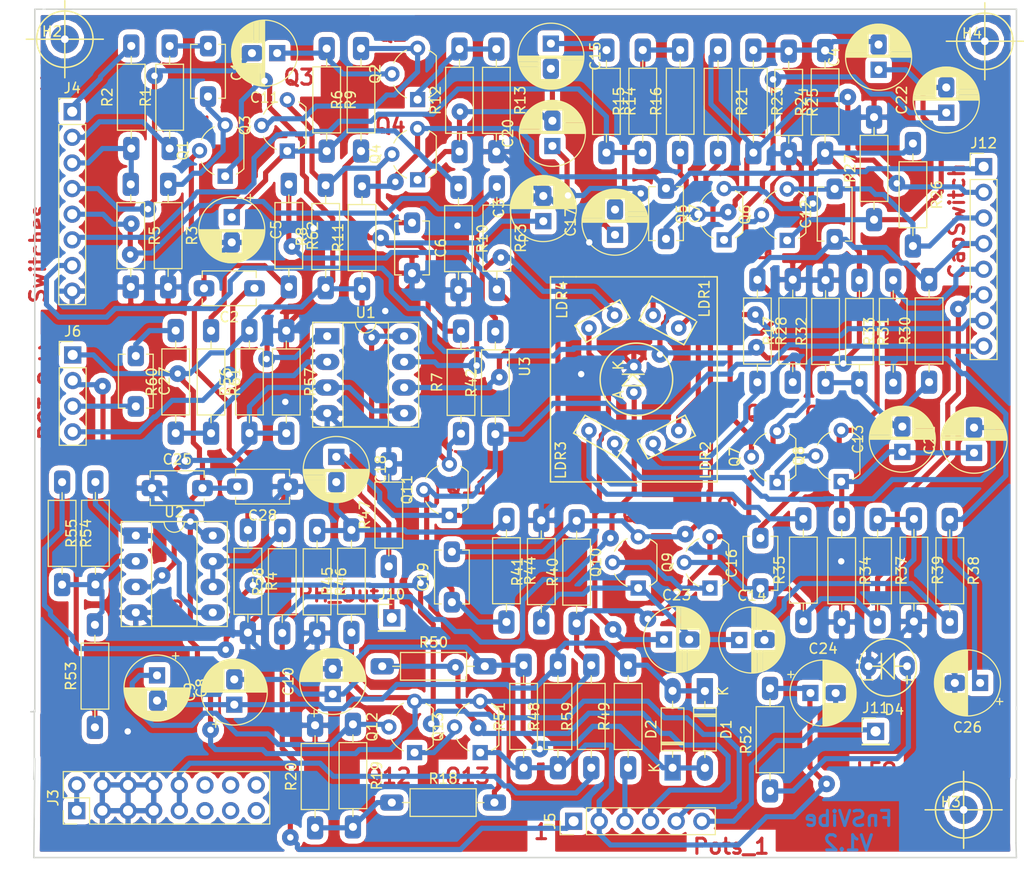
<source format=kicad_pcb>
(kicad_pcb (version 20171130) (host pcbnew "(5.0.2)-1")
  (layers (0 F.Cu signal) (31 B.Cu signal) (34 B.Paste user) (35 F.Paste user) (36 B.SilkS user) (37 F.SilkS user) (38 B.Mask user) (39 F.Mask user) (44 Edge.Cuts user))
  (net 0 "")
  (net 1 "Net-(C1-Pad2)")
  (net 2 "Net-(C1-Pad1)")
  (net 3 Gain_3)
  (net 4 "Net-(C2-Pad2)")
  (net 5 "Net-(C3-Pad1)")
  (net 6 GND)
  (net 7 Ph2)
  (net 8 "Net-(C5-Pad1)")
  (net 9 "Net-(C6-Pad1)")
  (net 10 C7B)
  (net 11 C7A)
  (net 12 "Net-(C8-Pad2)")
  (net 13 "Net-(C8-Pad1)")
  (net 14 "Net-(C10-Pad1)")
  (net 15 "Net-(C11-Pad1)")
  (net 16 C12B)
  (net 17 C12A)
  (net 18 MDVN_B2)
  (net 19 "Net-(C15-Pad1)")
  (net 20 C16A)
  (net 21 C16B)
  (net 22 "Net-(C18-Pad2)")
  (net 23 C19B)
  (net 24 C19A)
  (net 25 "Net-(C20-Pad1)")
  (net 26 "Net-(C21-Pad2)")
  (net 27 PhaseBank_Out)
  (net 28 "Net-(C23-Pad1)")
  (net 29 INT_3)
  (net 30 SPD1_2)
  (net 31 +12V)
  (net 32 "Net-(C27-Pad1)")
  (net 33 Gain_2)
  (net 34 -12V)
  (net 35 "Net-(J3-Pad10)")
  (net 36 "Net-(J3-Pad11)")
  (net 37 "Net-(J3-Pad12)")
  (net 38 "Net-(J3-Pad13)")
  (net 39 "Net-(J3-Pad14)")
  (net 40 "Net-(J3-Pad15)")
  (net 41 "Net-(J3-Pad16)")
  (net 42 CV_3)
  (net 43 CV_1)
  (net 44 MDVN_B3)
  (net 45 MDVN_B1)
  (net 46 MDVN_A3)
  (net 47 MDVN_A1)
  (net 48 DisplayLED+)
  (net 49 SPD1_3)
  (net 50 SPD2_3)
  (net 51 INT_2)
  (net 52 Offset_2)
  (net 53 "Net-(Q2-Pad3)")
  (net 54 "Net-(Q2-Pad1)")
  (net 55 "Net-(Q5-Pad1)")
  (net 56 "Net-(Q7-Pad1)")
  (net 57 "Net-(Q10-Pad2)")
  (net 58 "Net-(Q12-Pad1)")
  (net 59 "Net-(R18-Pad1)")
  (net 60 "Net-(D4-Pad2)")
  (net 61 "Net-(R53-Pad2)")
  (net 62 "Net-(R55-Pad2)")
  (net 63 Vref)
  (net 64 "Net-(R58-Pad2)")
  (net 65 "Net-(R60-Pad1)")
  (net 66 "Net-(R61-Pad1)")
  (net 67 "Net-(R62-Pad1)")
  (net 68 L2A)
  (net 69 L3A)
  (net 70 L4A)
  (net 71 L1B)
  (net 72 L2B)
  (net 73 L3B)
  (net 74 L4B)
  (net 75 "Net-(C4-Pad2)")
  (net 76 "Net-(C13-Pad2)")
  (net 77 "Net-(C14-Pad2)")
  (net 78 "Net-(C17-Pad2)")
  (net 79 "Net-(C22-Pad1)")
  (module NilsLib:BIPolar_Elko_D6.3mm_P2.50mm (layer F.Cu) (at 182.85 70.2 90)
    (fp_text reference C4 (at 1.25 -4.4 90) (layer F.SilkS))
    (fp_text value 1u)
    (pad 1 thru_hole rect (at 0 0 90) (size 1.6 1.6) (drill 0.8) (layers *.Cu *.Mask) (net 68 L2A))
    (pad 2 thru_hole roundrect (at 2.5 0 90) (size 2.032 1.6) (drill 0.8) (layers *.Cu *.Mask) (net 75 "Net-(C4-Pad2)"))
  )
  (module NilsLib:BIPolar_Elko_D6.3mm_P2.50mm (layer F.Cu) (at 161.6 126.65)
    (fp_text reference C23 (at 1.25 -4.4) (layer F.SilkS))
    (fp_text value 1u)
    (pad 2 thru_hole roundrect (at 2.5 0) (size 2.032 1.6) (drill 0.8) (layers *.Cu *.Mask) (net 70 L4A))
    (pad 1 thru_hole rect (at 0 0) (size 1.6 1.6) (drill 0.8) (layers *.Cu *.Mask) (net 28 "Net-(C23-Pad1)"))
  )
  (module NilsLib:BIPolar_Elko_D6.3mm_P2.50mm (layer F.Cu) (at 189.55 74.45 90)
    (fp_text reference C22 (at 1.25 -4.4 90) (layer F.SilkS))
    (fp_text value 1u)
    (pad 1 thru_hole rect (at 0 0 90) (size 1.6 1.6) (drill 0.8) (layers *.Cu *.Mask) (net 79 "Net-(C22-Pad1)"))
    (pad 2 thru_hole roundrect (at 2.5 0 90) (size 2.032 1.6) (drill 0.8) (layers *.Cu *.Mask) (net 68 L2A))
  )
  (module NilsLib:BIPolar_Elko_D6.3mm_P2.50mm (layer F.Cu) (at 192.3 108.15 90)
    (fp_text reference C21 (at 1.25 -4.4 90) (layer F.SilkS))
    (fp_text value 1u)
    (pad 2 thru_hole roundrect (at 2.5 0 90) (size 2.032 1.6) (drill 0.8) (layers *.Cu *.Mask) (net 26 "Net-(C21-Pad2)"))
    (pad 1 thru_hole rect (at 0 0 90) (size 1.6 1.6) (drill 0.8) (layers *.Cu *.Mask) (net 69 L3A))
  )
  (module NilsLib:BIPolar_Elko_D6.3mm_P2.50mm (layer F.Cu) (at 150.55 77.75 90)
    (fp_text reference C20 (at 1.25 -4.4 90) (layer F.SilkS))
    (fp_text value 1u)
    (pad 1 thru_hole rect (at 0 0 90) (size 1.6 1.6) (drill 0.8) (layers *.Cu *.Mask) (net 25 "Net-(C20-Pad1)"))
    (pad 2 thru_hole roundrect (at 2.5 0 90) (size 2.032 1.6) (drill 0.8) (layers *.Cu *.Mask) (net 7 Ph2))
  )
  (module NilsLib:BIPolar_Elko_D6.3mm_P2.50mm (layer F.Cu) (at 129.15 108.55 270)
    (fp_text reference C18 (at 1.25 -4.4 270) (layer F.SilkS))
    (fp_text value 1u)
    (pad 2 thru_hole roundrect (at 2.5 0 270) (size 2.032 1.6) (drill 0.8) (layers *.Cu *.Mask) (net 22 "Net-(C18-Pad2)"))
    (pad 1 thru_hole rect (at 0 0 270) (size 1.6 1.6) (drill 0.8) (layers *.Cu *.Mask) (net 27 PhaseBank_Out))
  )
  (module NilsLib:BIPolar_Elko_D6.3mm_P2.50mm (layer F.Cu) (at 150.4 67.6 270)
    (fp_text reference C15 (at 1.25 -4.4 270) (layer F.SilkS))
    (fp_text value 1u)
    (pad 1 thru_hole rect (at 0 0 270) (size 1.6 1.6) (drill 0.8) (layers *.Cu *.Mask) (net 19 "Net-(C15-Pad1)"))
    (pad 2 thru_hole roundrect (at 2.5 0 270) (size 2.032 1.6) (drill 0.8) (layers *.Cu *.Mask) (net 7 Ph2))
  )
  (module NilsLib:BIPolar_Elko_D6.3mm_P2.50mm (layer F.Cu) (at 169.05 126.7)
    (fp_text reference C14 (at 1.25 -4.4) (layer F.SilkS))
    (fp_text value 1u)
    (pad 2 thru_hole roundrect (at 2.5 0) (size 2.032 1.6) (drill 0.8) (layers *.Cu *.Mask) (net 77 "Net-(C14-Pad2)"))
    (pad 1 thru_hole rect (at 0 0) (size 1.6 1.6) (drill 0.8) (layers *.Cu *.Mask) (net 70 L4A))
  )
  (module NilsLib:BIPolar_Elko_D6.3mm_P2.50mm (layer F.Cu) (at 185.2 108.05 90)
    (fp_text reference C13 (at 1.25 -4.4 90) (layer F.SilkS))
    (fp_text value 1u)
    (pad 1 thru_hole rect (at 0 0 90) (size 1.6 1.6) (drill 0.8) (layers *.Cu *.Mask) (net 69 L3A))
    (pad 2 thru_hole roundrect (at 2.5 0 90) (size 2.032 1.6) (drill 0.8) (layers *.Cu *.Mask) (net 76 "Net-(C13-Pad2)"))
  )
  (module NilsLib:BIPolar_Elko_D6.3mm_P2.50mm (layer F.Cu) (at 123.3 68.55 180)
    (fp_text reference C11 (at 1.25 -4.4 180) (layer F.SilkS))
    (fp_text value 1u)
    (pad 2 thru_hole roundrect (at 2.5 0 180) (size 2.032 1.6) (drill 0.8) (layers *.Cu *.Mask) (net 18 MDVN_B2))
    (pad 1 thru_hole rect (at 0 0 180) (size 1.6 1.6) (drill 0.8) (layers *.Cu *.Mask) (net 15 "Net-(C11-Pad1)"))
  )
  (module NilsLib:BIPolar_Elko_D6.3mm_P2.50mm (layer F.Cu) (at 156.75 86.55 90)
    (fp_text reference C17 (at 1.25 -4.4 90) (layer F.SilkS))
    (fp_text value 1u)
    (pad 1 thru_hole rect (at 0 0 90) (size 1.6 1.6) (drill 0.8) (layers *.Cu *.Mask) (net 27 PhaseBank_Out))
    (pad 2 thru_hole roundrect (at 2.5 0 90) (size 2.032 1.6) (drill 0.8) (layers *.Cu *.Mask) (net 78 "Net-(C17-Pad2)"))
  )
  (module NilsLib:Kondensator_Keramik (layer F.Cu) (at 116.45 67.85 270)
    (fp_text reference C1 (at 2.5 -2.85 270) (layer F.SilkS))
    (fp_text value 100n)
    (pad 2 thru_hole roundrect (at 5 0 270) (size 2.032 1.6) (drill 0.8) (layers *.Cu *.Mask) (net 1 "Net-(C1-Pad2)"))
    (pad 1 thru_hole roundrect (at 0 0 270) (size 2.032 1.6) (drill 0.8) (layers *.Cu *.Mask) (net 2 "Net-(C1-Pad1)"))
  )
  (module NilsLib:Kondensator_Keramik (layer F.Cu) (at 121.05 91.85 180)
    (fp_text reference C2 (at 2.5 -2.85 180) (layer F.SilkS))
    (fp_text value 100n)
    (pad 2 thru_hole roundrect (at 5 0 180) (size 2.032 1.6) (drill 0.8) (layers *.Cu *.Mask) (net 4 "Net-(C2-Pad2)"))
    (pad 1 thru_hole roundrect (at 0 0 180) (size 2.032 1.6) (drill 0.8) (layers *.Cu *.Mask) (net 3 Gain_3))
  )
  (module NilsLib:Elko_D6.3mm_P2.50mm (layer F.Cu) (at 149.65 85.2 90)
    (fp_text reference C3 (at 1.25 -4.4 90) (layer F.SilkS))
    (fp_text value 1u)
    (pad 2 thru_hole roundrect (at 2.5 0 90) (size 2.032 1.6) (drill 0.8) (layers *.Cu *.Mask) (net 6 GND))
    (pad 1 thru_hole rect (at 0 0 90) (size 1.6 1.6) (drill 0.8) (layers *.Cu *.Mask) (net 5 "Net-(C3-Pad1)"))
  )
  (module NilsLib:Elko_D6.3mm_P2.50mm (layer F.Cu) (at 118.8 84.8 270)
    (fp_text reference C5 (at 1.25 -4.4 270) (layer F.SilkS))
    (fp_text value 1u)
    (pad 2 thru_hole roundrect (at 2.5 0 270) (size 2.032 1.6) (drill 0.8) (layers *.Cu *.Mask) (net 6 GND))
    (pad 1 thru_hole rect (at 0 0 270) (size 1.6 1.6) (drill 0.8) (layers *.Cu *.Mask) (net 8 "Net-(C5-Pad1)"))
  )
  (module NilsLib:Kondensator_Keramik (layer F.Cu) (at 136.65 85.35 270)
    (fp_text reference C6 (at 2.5 -2.85 270) (layer F.SilkS))
    (fp_text value 330p)
    (pad 2 thru_hole roundrect (at 5 0 270) (size 2.032 1.6) (drill 0.8) (layers *.Cu *.Mask) (net 6 GND))
    (pad 1 thru_hole roundrect (at 0 0 270) (size 2.032 1.6) (drill 0.8) (layers *.Cu *.Mask) (net 9 "Net-(C6-Pad1)"))
  )
  (module NilsLib:Kondensator_Keramik (layer F.Cu) (at 161.8 81.95 270)
    (fp_text reference C7 (at 2.5 -2.85 270) (layer F.SilkS))
    (fp_text value 15n)
    (pad 2 thru_hole roundrect (at 5 0 270) (size 2.032 1.6) (drill 0.8) (layers *.Cu *.Mask) (net 10 C7B))
    (pad 1 thru_hole roundrect (at 0 0 270) (size 2.032 1.6) (drill 0.8) (layers *.Cu *.Mask) (net 11 C7A))
  )
  (module NilsLib:Elko_D6.3mm_P2.50mm (layer F.Cu) (at 111.4 130.2 270)
    (fp_text reference C8 (at 1.25 -4.4 270) (layer F.SilkS))
    (fp_text value 1u)
    (pad 2 thru_hole roundrect (at 2.5 0 270) (size 2.032 1.6) (drill 0.8) (layers *.Cu *.Mask) (net 12 "Net-(C8-Pad2)"))
    (pad 1 thru_hole rect (at 0 0 270) (size 1.6 1.6) (drill 0.8) (layers *.Cu *.Mask) (net 13 "Net-(C8-Pad1)"))
  )
  (module NilsLib:Elko_D6.3mm_P2.50mm (layer F.Cu) (at 119.05 133.1 90)
    (fp_text reference C9 (at 1.25 -4.4 90) (layer F.SilkS))
    (fp_text value 1u)
    (pad 2 thru_hole roundrect (at 2.5 0 90) (size 2.032 1.6) (drill 0.8) (layers *.Cu *.Mask) (net 14 "Net-(C10-Pad1)"))
    (pad 1 thru_hole rect (at 0 0 90) (size 1.6 1.6) (drill 0.8) (layers *.Cu *.Mask) (net 12 "Net-(C8-Pad2)"))
  )
  (module NilsLib:Elko_D6.3mm_P2.50mm (layer F.Cu) (at 128.8 132.05 90)
    (fp_text reference C10 (at 1.25 -4.4 90) (layer F.SilkS))
    (fp_text value 1u)
    (pad 2 thru_hole roundrect (at 2.5 0 90) (size 2.032 1.6) (drill 0.8) (layers *.Cu *.Mask) (net 6 GND))
    (pad 1 thru_hole rect (at 0 0 90) (size 1.6 1.6) (drill 0.8) (layers *.Cu *.Mask) (net 14 "Net-(C10-Pad1)"))
  )
  (module NilsLib:Kondensator_Keramik (layer F.Cu) (at 178.5 87 90)
    (fp_text reference C12 (at 2.5 -2.85 90) (layer F.SilkS))
    (fp_text value 220n)
    (pad 2 thru_hole roundrect (at 5 0 90) (size 2.032 1.6) (drill 0.8) (layers *.Cu *.Mask) (net 17 C12A))
    (pad 1 thru_hole roundrect (at 0 0 90) (size 2.032 1.6) (drill 0.8) (layers *.Cu *.Mask) (net 16 C12B))
  )
  (module NilsLib:Kondensator_Keramik (layer F.Cu) (at 171.15 121.6 90)
    (fp_text reference C16 (at 2.5 -2.85 90) (layer F.SilkS))
    (fp_text value 470p)
    (pad 2 thru_hole roundrect (at 5 0 90) (size 2.032 1.6) (drill 0.8) (layers *.Cu *.Mask) (net 20 C16A))
    (pad 1 thru_hole roundrect (at 0 0 90) (size 2.032 1.6) (drill 0.8) (layers *.Cu *.Mask) (net 21 C16B))
  )
  (module NilsLib:Kondensator_Keramik (layer F.Cu) (at 140.6 122.95 90)
    (fp_text reference C19 (at 2.5 -2.85 90) (layer F.SilkS))
    (fp_text value 4,7n)
    (pad 2 thru_hole roundrect (at 5 0 90) (size 2.032 1.6) (drill 0.8) (layers *.Cu *.Mask) (net 24 C19A))
    (pad 1 thru_hole roundrect (at 0 0 90) (size 2.032 1.6) (drill 0.8) (layers *.Cu *.Mask) (net 23 C19B))
  )
  (module NilsLib:Elko_D6.3mm_P2.50mm (layer F.Cu) (at 176.1 131.95)
    (fp_text reference C24 (at 1.25 -4.4) (layer F.SilkS))
    (fp_text value 10u)
    (pad 2 thru_hole roundrect (at 2.5 0) (size 2.032 1.6) (drill 0.8) (layers *.Cu *.Mask) (net 29 INT_3))
    (pad 1 thru_hole rect (at 0 0) (size 1.6 1.6) (drill 0.8) (layers *.Cu *.Mask) (net 30 SPD1_2))
  )
  (module NilsLib:Kondensator_Keramik (layer F.Cu) (at 110.9 111.65)
    (fp_text reference C25 (at 2.5 -2.85) (layer F.SilkS))
    (fp_text value 100n)
    (pad 2 thru_hole roundrect (at 5 0) (size 2.032 1.6) (drill 0.8) (layers *.Cu *.Mask) (net 31 +12V))
    (pad 1 thru_hole roundrect (at 0 0) (size 2.032 1.6) (drill 0.8) (layers *.Cu *.Mask) (net 6 GND))
  )
  (module NilsLib:Elko_D6.3mm_P2.50mm (layer F.Cu) (at 192.9 130.95 180)
    (fp_text reference C26 (at 1.25 -4.4 180) (layer F.SilkS))
    (fp_text value 100u)
    (pad 2 thru_hole roundrect (at 2.5 0 180) (size 2.032 1.6) (drill 0.8) (layers *.Cu *.Mask) (net 6 GND))
    (pad 1 thru_hole rect (at 0 0 180) (size 1.6 1.6) (drill 0.8) (layers *.Cu *.Mask) (net 31 +12V))
  )
  (module NilsLib:Kondensator_Keramik (layer F.Cu) (at 109.3 98.55 270)
    (fp_text reference C27 (at 2.5 -2.85 270) (layer F.SilkS))
    (fp_text value 150n)
    (pad 2 thru_hole roundrect (at 5 0 270) (size 2.032 1.6) (drill 0.8) (layers *.Cu *.Mask) (net 33 Gain_2))
    (pad 1 thru_hole roundrect (at 0 0 270) (size 2.032 1.6) (drill 0.8) (layers *.Cu *.Mask) (net 32 "Net-(C27-Pad1)"))
  )
  (module NilsLib:Diode_Horizontal (layer F.Cu) (at 165.65 131.75 270)
    (fp_text reference D1 (at 3.81 -2.12 270) (layer F.SilkS))
    (fp_text value 1N4148)
    (fp_text user K (at 0 -1.8 270) (layer F.SilkS))
    (pad 2 thru_hole oval (at 7.62 0 270) (size 2.54 1.6) (drill 0.8) (layers *.Cu *.Mask) (net 14 "Net-(C10-Pad1)"))
    (pad 1 thru_hole rect (at 0 0 270) (size 2.54 1.6) (drill 0.8) (layers *.Cu *.Mask) (net 12 "Net-(C8-Pad2)"))
  )
  (module NilsLib:Diode_Horizontal (layer F.Cu) (at 162.45 139.35 90)
    (fp_text reference D2 (at 3.81 -2.12 90) (layer F.SilkS))
    (fp_text value 1N4148)
    (fp_text user K (at 0 -1.8 90) (layer F.SilkS))
    (pad 2 thru_hole oval (at 7.62 0 90) (size 2.54 1.6) (drill 0.8) (layers *.Cu *.Mask) (net 12 "Net-(C8-Pad2)"))
    (pad 1 thru_hole rect (at 0 0 90) (size 2.54 1.6) (drill 0.8) (layers *.Cu *.Mask) (net 14 "Net-(C10-Pad1)"))
  )
  (module NilsLib:LED_Vertikal (layer F.Cu) (at 184.4 133.1)
    (fp_text reference D4 (at 0 0.5) (layer F.SilkS))
    (fp_text value LED)
    (fp_text user - (at -2.54 -2.54) (layer F.SilkS))
    (fp_text user - (at -2.54 -2.54) (layer F.SilkS))
    (fp_text user + (at 1.27 -2.54) (layer F.SilkS))
    (pad 1 thru_hole oval (at -2.54 -3.81) (size 1.524 2.032) (drill 0.762) (layers *.Cu *.Mask) (net 6 GND))
    (pad 2 thru_hole oval (at 1.27 -3.81) (size 1.524 2.032) (drill 0.762) (layers *.Cu *.Mask) (net 60 "Net-(D4-Pad2)"))
  )
  (module NilsLib:MountHole (layer F.Cu) (at 101 65.9)
    (fp_text reference H2 (at 0 0.5) (layer F.SilkS))
    (fp_text value MountingHole)
    (pad 1 thru_hole circle (at 1.27 1.27) (size 2.794 2.794) (drill 0.762) (layers *.Cu *.Mask))
  )
  (module NilsLib:MountHole (layer F.Cu) (at 190 142.25)
    (fp_text reference H3 (at 0 0.5) (layer F.SilkS))
    (fp_text value MountingHole)
    (pad 1 thru_hole circle (at 1.27 1.27) (size 2.794 2.794) (drill 0.762) (layers *.Cu *.Mask))
  )
  (module NilsLib:MountHole (layer F.Cu) (at 192.1 66.1)
    (fp_text reference H4 (at 0 0.5) (layer F.SilkS))
    (fp_text value MountingHole)
    (pad 1 thru_hole circle (at 1.27 1.27) (size 2.794 2.794) (drill 0.762) (layers *.Cu *.Mask))
  )
  (module Connector_PinHeader_2.54mm:PinHeader_2x08_P2.54mm_Vertical (layer F.Cu) (at 103.45 143.6 90)
    (fp_text reference J3 (at 1.27 -2.33 90) (layer F.SilkS))
    (fp_text value Conn_02x08_Odd_Even)
    (pad 16 thru_hole oval (at 2.54 17.78 90) (size 1.7 1.7) (drill 1) (layers *.Cu *.Mask) (net 41 "Net-(J3-Pad16)"))
    (pad 15 thru_hole oval (at 0 17.78 90) (size 1.7 1.7) (drill 1) (layers *.Cu *.Mask) (net 40 "Net-(J3-Pad15)"))
    (pad 14 thru_hole oval (at 2.54 15.24 90) (size 1.7 1.7) (drill 1) (layers *.Cu *.Mask) (net 39 "Net-(J3-Pad14)"))
    (pad 13 thru_hole oval (at 0 15.24 90) (size 1.7 1.7) (drill 1) (layers *.Cu *.Mask) (net 38 "Net-(J3-Pad13)"))
    (pad 12 thru_hole oval (at 2.54 12.7 90) (size 1.7 1.7) (drill 1) (layers *.Cu *.Mask) (net 37 "Net-(J3-Pad12)"))
    (pad 11 thru_hole oval (at 0 12.7 90) (size 1.7 1.7) (drill 1) (layers *.Cu *.Mask) (net 36 "Net-(J3-Pad11)"))
    (pad 10 thru_hole oval (at 2.54 10.16 90) (size 1.7 1.7) (drill 1) (layers *.Cu *.Mask) (net 35 "Net-(J3-Pad10)"))
    (pad 9 thru_hole oval (at 0 10.16 90) (size 1.7 1.7) (drill 1) (layers *.Cu *.Mask) (net 35 "Net-(J3-Pad10)"))
    (pad 8 thru_hole oval (at 2.54 7.62 90) (size 1.7 1.7) (drill 1) (layers *.Cu *.Mask) (net 6 GND))
    (pad 7 thru_hole oval (at 0 7.62 90) (size 1.7 1.7) (drill 1) (layers *.Cu *.Mask) (net 6 GND))
    (pad 6 thru_hole oval (at 2.54 5.08 90) (size 1.7 1.7) (drill 1) (layers *.Cu *.Mask) (net 6 GND))
    (pad 5 thru_hole oval (at 0 5.08 90) (size 1.7 1.7) (drill 1) (layers *.Cu *.Mask) (net 6 GND))
    (pad 4 thru_hole oval (at 2.54 2.54 90) (size 1.7 1.7) (drill 1) (layers *.Cu *.Mask) (net 6 GND))
    (pad 3 thru_hole oval (at 0 2.54 90) (size 1.7 1.7) (drill 1) (layers *.Cu *.Mask) (net 6 GND))
    (pad 2 thru_hole oval (at 2.54 0 90) (size 1.7 1.7) (drill 1) (layers *.Cu *.Mask) (net 34 -12V))
    (pad 1 thru_hole rect (at 0 0 90) (size 1.7 1.7) (drill 1) (layers *.Cu *.Mask) (net 34 -12V))
  )
  (module Connector_PinHeader_2.54mm:PinHeader_1x08_P2.54mm_Vertical (layer F.Cu) (at 103 74.35)
    (fp_text reference J4 (at 0 -2.33) (layer F.SilkS))
    (fp_text value Switches)
    (pad 8 thru_hole oval (at 0 17.78) (size 1.7 1.7) (drill 1) (layers *.Cu *.Mask) (net 6 GND))
    (pad 7 thru_hole oval (at 0 15.24) (size 1.7 1.7) (drill 1) (layers *.Cu *.Mask) (net 42 CV_3))
    (pad 6 thru_hole oval (at 0 12.7) (size 1.7 1.7) (drill 1) (layers *.Cu *.Mask) (net 43 CV_1))
    (pad 5 thru_hole oval (at 0 10.16) (size 1.7 1.7) (drill 1) (layers *.Cu *.Mask) (net 44 MDVN_B3))
    (pad 4 thru_hole oval (at 0 7.62) (size 1.7 1.7) (drill 1) (layers *.Cu *.Mask) (net 18 MDVN_B2))
    (pad 3 thru_hole oval (at 0 5.08) (size 1.7 1.7) (drill 1) (layers *.Cu *.Mask) (net 45 MDVN_B1))
    (pad 2 thru_hole oval (at 0 2.54) (size 1.7 1.7) (drill 1) (layers *.Cu *.Mask) (net 46 MDVN_A3))
    (pad 1 thru_hole rect (at 0 0) (size 1.7 1.7) (drill 1) (layers *.Cu *.Mask) (net 47 MDVN_A1))
  )
  (module Connector_PinHeader_2.54mm:PinHeader_1x06_P2.54mm_Vertical (layer F.Cu) (at 152.65 144.65 90)
    (fp_text reference J5 (at 0 -2.33 90) (layer F.SilkS))
    (fp_text value Pots_1)
    (pad 6 thru_hole oval (at 0 12.7 90) (size 1.7 1.7) (drill 1) (layers *.Cu *.Mask) (net 29 INT_3))
    (pad 5 thru_hole oval (at 0 10.16 90) (size 1.7 1.7) (drill 1) (layers *.Cu *.Mask) (net 51 INT_2))
    (pad 4 thru_hole oval (at 0 7.62 90) (size 1.7 1.7) (drill 1) (layers *.Cu *.Mask) (net 50 SPD2_3))
    (pad 3 thru_hole oval (at 0 5.08 90) (size 1.7 1.7) (drill 1) (layers *.Cu *.Mask) (net 49 SPD1_3))
    (pad 2 thru_hole oval (at 0 2.54 90) (size 1.7 1.7) (drill 1) (layers *.Cu *.Mask) (net 30 SPD1_2))
    (pad 1 thru_hole rect (at 0 0 90) (size 1.7 1.7) (drill 1) (layers *.Cu *.Mask) (net 48 DisplayLED+))
  )
  (module Connector_PinHeader_2.54mm:PinHeader_1x04_P2.54mm_Vertical (layer F.Cu) (at 103.05 98.45)
    (fp_text reference J6 (at 0 -2.33) (layer F.SilkS))
    (fp_text value Pots2)
    (pad 4 thru_hole oval (at 0 7.62) (size 1.7 1.7) (drill 1) (layers *.Cu *.Mask) (net 3 Gain_3))
    (pad 3 thru_hole oval (at 0 5.08) (size 1.7 1.7) (drill 1) (layers *.Cu *.Mask) (net 33 Gain_2))
    (pad 2 thru_hole oval (at 0 2.54) (size 1.7 1.7) (drill 1) (layers *.Cu *.Mask) (net 52 Offset_2))
    (pad 1 thru_hole rect (at 0 0) (size 1.7 1.7) (drill 1) (layers *.Cu *.Mask) (net 31 +12V))
  )
  (module NilsLib:Stift (layer F.Cu) (at 134.65 124.5)
    (fp_text reference J10 (at 0 -2.33) (layer F.SilkS))
    (fp_text value PH_out)
    (pad 1 thru_hole rect (at 0 0) (size 1.7 1.7) (drill 1) (layers *.Cu *.Mask) (net 27 PhaseBank_Out))
  )
  (module NilsLib:Stift (layer F.Cu) (at 182.55 135.75)
    (fp_text reference J11 (at 0 -2.33) (layer F.SilkS))
    (fp_text value LFO)
    (pad 1 thru_hole rect (at 0 0) (size 1.7 1.7) (drill 1) (layers *.Cu *.Mask) (net 29 INT_3))
  )
  (module Connector_PinHeader_2.54mm:PinHeader_1x08_P2.54mm_Vertical (layer F.Cu) (at 193.25 79.8)
    (fp_text reference J12 (at 0 -2.33) (layer F.SilkS))
    (fp_text value CapSwitch)
    (pad 8 thru_hole oval (at 0 17.78) (size 1.7 1.7) (drill 1) (layers *.Cu *.Mask) (net 23 C19B))
    (pad 7 thru_hole oval (at 0 15.24) (size 1.7 1.7) (drill 1) (layers *.Cu *.Mask) (net 24 C19A))
    (pad 6 thru_hole oval (at 0 12.7) (size 1.7 1.7) (drill 1) (layers *.Cu *.Mask) (net 21 C16B))
    (pad 5 thru_hole oval (at 0 10.16) (size 1.7 1.7) (drill 1) (layers *.Cu *.Mask) (net 20 C16A))
    (pad 4 thru_hole oval (at 0 7.62) (size 1.7 1.7) (drill 1) (layers *.Cu *.Mask) (net 16 C12B))
    (pad 3 thru_hole oval (at 0 5.08) (size 1.7 1.7) (drill 1) (layers *.Cu *.Mask) (net 17 C12A))
    (pad 2 thru_hole oval (at 0 2.54) (size 1.7 1.7) (drill 1) (layers *.Cu *.Mask) (net 10 C7B))
    (pad 1 thru_hole rect (at 0 0) (size 1.7 1.7) (drill 1) (layers *.Cu *.Mask) (net 11 C7A))
  )
  (module Package_TO_SOT_THT:TO-92_Wide (layer F.Cu) (at 118.15 80.75 90)
    (fp_text reference Q1 (at 2.55 -4.19 90) (layer F.SilkS))
    (fp_text value J201)
    (pad 1 thru_hole rect (at 0 0 180) (size 1.5 1.5) (drill 0.8) (layers *.Cu *.Mask) (net 31 +12V))
    (pad 3 thru_hole circle (at 5.08 0 180) (size 1.5 1.5) (drill 0.8) (layers *.Cu *.Mask) (net 1 "Net-(C1-Pad2)"))
    (pad 2 thru_hole circle (at 2.54 -2.54 180) (size 1.5 1.5) (drill 0.8) (layers *.Cu *.Mask) (net 4 "Net-(C2-Pad2)"))
  )
  (module Package_TO_SOT_THT:TO-92_Wide (layer F.Cu) (at 137.2 73.15 90)
    (fp_text reference Q2 (at 2.55 -4.19 90) (layer F.SilkS))
    (fp_text value 2N3904)
    (pad 1 thru_hole rect (at 0 0 180) (size 1.5 1.5) (drill 0.8) (layers *.Cu *.Mask) (net 54 "Net-(Q2-Pad1)"))
    (pad 3 thru_hole circle (at 5.08 0 180) (size 1.5 1.5) (drill 0.8) (layers *.Cu *.Mask) (net 53 "Net-(Q2-Pad3)"))
    (pad 2 thru_hole circle (at 2.54 -2.54 180) (size 1.5 1.5) (drill 0.8) (layers *.Cu *.Mask) (net 15 "Net-(C11-Pad1)"))
  )
  (module Package_TO_SOT_THT:TO-92_Wide (layer F.Cu) (at 124.3 78.25 90)
    (fp_text reference Q3 (at 2.55 -4.19 90) (layer F.SilkS))
    (fp_text value 2N3904)
    (pad 1 thru_hole rect (at 0 0 180) (size 1.5 1.5) (drill 0.8) (layers *.Cu *.Mask) (net 8 "Net-(C5-Pad1)"))
    (pad 3 thru_hole circle (at 5.08 0 180) (size 1.5 1.5) (drill 0.8) (layers *.Cu *.Mask) (net 9 "Net-(C6-Pad1)"))
    (pad 2 thru_hole circle (at 2.54 -2.54 180) (size 1.5 1.5) (drill 0.8) (layers *.Cu *.Mask) (net 53 "Net-(Q2-Pad3)"))
  )
  (module Package_TO_SOT_THT:TO-92_Wide (layer F.Cu) (at 137.2 81.1 90)
    (fp_text reference Q4 (at 2.55 -4.19 90) (layer F.SilkS))
    (fp_text value 2N3904)
    (pad 1 thru_hole rect (at 0 0 180) (size 1.5 1.5) (drill 0.8) (layers *.Cu *.Mask) (net 7 Ph2))
    (pad 3 thru_hole circle (at 5.08 0 180) (size 1.5 1.5) (drill 0.8) (layers *.Cu *.Mask) (net 11 C7A))
    (pad 2 thru_hole circle (at 2.54 -2.54 180) (size 1.5 1.5) (drill 0.8) (layers *.Cu *.Mask) (net 9 "Net-(C6-Pad1)"))
  )
  (module Package_TO_SOT_THT:TO-92_Wide (layer F.Cu) (at 167.55 87.05 90)
    (fp_text reference Q5 (at 2.55 -4.19 90) (layer F.SilkS))
    (fp_text value 2N3904)
    (pad 1 thru_hole rect (at 0 0 180) (size 1.5 1.5) (drill 0.8) (layers *.Cu *.Mask) (net 55 "Net-(Q5-Pad1)"))
    (pad 3 thru_hole circle (at 5.08 0 180) (size 1.5 1.5) (drill 0.8) (layers *.Cu *.Mask) (net 31 +12V))
    (pad 2 thru_hole circle (at 2.54 -2.54 180) (size 1.5 1.5) (drill 0.8) (layers *.Cu *.Mask) (net 10 C7B))
  )
  (module Package_TO_SOT_THT:TO-92_Wide (layer F.Cu) (at 173.8 87.1 90)
    (fp_text reference Q6 (at 2.55 -4.19 90) (layer F.SilkS))
    (fp_text value 2N3904)
    (pad 1 thru_hole rect (at 0 0 180) (size 1.5 1.5) (drill 0.8) (layers *.Cu *.Mask) (net 68 L2A))
    (pad 3 thru_hole circle (at 5.08 0 180) (size 1.5 1.5) (drill 0.8) (layers *.Cu *.Mask) (net 17 C12A))
    (pad 2 thru_hole circle (at 2.54 -2.54 180) (size 1.5 1.5) (drill 0.8) (layers *.Cu *.Mask) (net 55 "Net-(Q5-Pad1)"))
  )
  (module Package_TO_SOT_THT:TO-92_Wide (layer F.Cu) (at 172.8 111.1 90)
    (fp_text reference Q7 (at 2.55 -4.19 90) (layer F.SilkS))
    (fp_text value 2N3904)
    (pad 1 thru_hole rect (at 0 0 180) (size 1.5 1.5) (drill 0.8) (layers *.Cu *.Mask) (net 56 "Net-(Q7-Pad1)"))
    (pad 3 thru_hole circle (at 5.08 0 180) (size 1.5 1.5) (drill 0.8) (layers *.Cu *.Mask) (net 31 +12V))
    (pad 2 thru_hole circle (at 2.54 -2.54 180) (size 1.5 1.5) (drill 0.8) (layers *.Cu *.Mask) (net 16 C12B))
  )
  (module Package_TO_SOT_THT:TO-92_Wide (layer F.Cu) (at 179.15 111 90)
    (fp_text reference Q8 (at 2.55 -4.19 90) (layer F.SilkS))
    (fp_text value 2N3904)
    (pad 1 thru_hole rect (at 0 0 180) (size 1.5 1.5) (drill 0.8) (layers *.Cu *.Mask) (net 69 L3A))
    (pad 3 thru_hole circle (at 5.08 0 180) (size 1.5 1.5) (drill 0.8) (layers *.Cu *.Mask) (net 20 C16A))
    (pad 2 thru_hole circle (at 2.54 -2.54 180) (size 1.5 1.5) (drill 0.8) (layers *.Cu *.Mask) (net 56 "Net-(Q7-Pad1)"))
  )
  (module Package_TO_SOT_THT:TO-92_Wide (layer F.Cu) (at 166.15 121.55 90)
    (fp_text reference Q9 (at 2.55 -4.19 90) (layer F.SilkS))
    (fp_text value 2N3904)
    (pad 1 thru_hole rect (at 0 0 180) (size 1.5 1.5) (drill 0.8) (layers *.Cu *.Mask) (net 57 "Net-(Q10-Pad2)"))
    (pad 3 thru_hole circle (at 5.08 0 180) (size 1.5 1.5) (drill 0.8) (layers *.Cu *.Mask) (net 31 +12V))
    (pad 2 thru_hole circle (at 2.54 -2.54 180) (size 1.5 1.5) (drill 0.8) (layers *.Cu *.Mask) (net 21 C16B))
  )
  (module Package_TO_SOT_THT:TO-92_Wide (layer F.Cu) (at 159.05 121.55 90)
    (fp_text reference Q10 (at 2.55 -4.19 90) (layer F.SilkS))
    (fp_text value 2N3904)
    (pad 1 thru_hole rect (at 0 0 180) (size 1.5 1.5) (drill 0.8) (layers *.Cu *.Mask) (net 70 L4A))
    (pad 3 thru_hole circle (at 5.08 0 180) (size 1.5 1.5) (drill 0.8) (layers *.Cu *.Mask) (net 24 C19A))
    (pad 2 thru_hole circle (at 2.54 -2.54 180) (size 1.5 1.5) (drill 0.8) (layers *.Cu *.Mask) (net 57 "Net-(Q10-Pad2)"))
  )
  (module Package_TO_SOT_THT:TO-92_Wide (layer F.Cu) (at 140.35 114.35 90)
    (fp_text reference Q11 (at 2.55 -4.19 90) (layer F.SilkS))
    (fp_text value 2N3904)
    (pad 1 thru_hole rect (at 0 0 180) (size 1.5 1.5) (drill 0.8) (layers *.Cu *.Mask) (net 27 PhaseBank_Out))
    (pad 3 thru_hole circle (at 5.08 0 180) (size 1.5 1.5) (drill 0.8) (layers *.Cu *.Mask) (net 31 +12V))
    (pad 2 thru_hole circle (at 2.54 -2.54 180) (size 1.5 1.5) (drill 0.8) (layers *.Cu *.Mask) (net 23 C19B))
  )
  (module Package_TO_SOT_THT:TO-92_Wide (layer F.Cu) (at 136.9 137.85 90)
    (fp_text reference Q12 (at 2.55 -4.19 90) (layer F.SilkS))
    (fp_text value 2N3904)
    (pad 1 thru_hole rect (at 0 0 180) (size 1.5 1.5) (drill 0.8) (layers *.Cu *.Mask) (net 58 "Net-(Q12-Pad1)"))
    (pad 3 thru_hole circle (at 5.08 0 180) (size 1.5 1.5) (drill 0.8) (layers *.Cu *.Mask) (net 31 +12V))
    (pad 2 thru_hole circle (at 2.54 -2.54 180) (size 1.5 1.5) (drill 0.8) (layers *.Cu *.Mask) (net 13 "Net-(C8-Pad1)"))
  )
  (module Package_TO_SOT_THT:TO-92_Wide (layer F.Cu) (at 143.4 137.85 90)
    (fp_text reference Q13 (at 2.55 -4.19 90) (layer F.SilkS))
    (fp_text value 2N3904)
    (pad 1 thru_hole rect (at 0 0 180) (size 1.5 1.5) (drill 0.8) (layers *.Cu *.Mask) (net 30 SPD1_2))
    (pad 3 thru_hole circle (at 5.08 0 180) (size 1.5 1.5) (drill 0.8) (layers *.Cu *.Mask) (net 31 +12V))
    (pad 2 thru_hole circle (at 2.54 -2.54 180) (size 1.5 1.5) (drill 0.8) (layers *.Cu *.Mask) (net 58 "Net-(Q12-Pad1)"))
  )
  (module NilsLib:Widerstand_liegend (layer F.Cu) (at 112.65 78 90)
    (fp_text reference R1 (at 5.08 -2.37 90) (layer F.SilkS))
    (fp_text value 1k)
    (pad 2 thru_hole roundrect (at 10.16 0 90) (size 2.286 1.6) (drill 0.8) (layers *.Cu *.Mask) (net 2 "Net-(C1-Pad1)"))
    (pad 1 thru_hole roundrect (at 0 0 90) (size 2.286 1.6) (drill 0.8) (layers *.Cu *.Mask) (net 46 MDVN_A3))
  )
  (module NilsLib:Widerstand_liegend (layer F.Cu) (at 108.85 78 90)
    (fp_text reference R2 (at 5.08 -2.37 90) (layer F.SilkS))
    (fp_text value 22k)
    (pad 2 thru_hole roundrect (at 10.16 0 90) (size 2.286 1.6) (drill 0.8) (layers *.Cu *.Mask) (net 47 MDVN_A1))
    (pad 1 thru_hole roundrect (at 0 0 90) (size 2.286 1.6) (drill 0.8) (layers *.Cu *.Mask) (net 45 MDVN_B1))
  )
  (module NilsLib:Widerstand_liegend (layer F.Cu) (at 112.5 81.55 270)
    (fp_text reference R3 (at 5.08 -2.37 270) (layer F.SilkS))
    (fp_text value 1M)
    (pad 2 thru_hole roundrect (at 10.16 0 270) (size 2.286 1.6) (drill 0.8) (layers *.Cu *.Mask) (net 6 GND))
    (pad 1 thru_hole roundrect (at 0 0 270) (size 2.286 1.6) (drill 0.8) (layers *.Cu *.Mask) (net 1 "Net-(C1-Pad2)"))
  )
  (module NilsLib:Widerstand_liegend (layer F.Cu) (at 120.4 115.8 270)
    (fp_text reference R4 (at 5.08 -2.37 270) (layer F.SilkS))
    (fp_text value 4,7k)
    (pad 2 thru_hole roundrect (at 10.16 0 270) (size 2.286 1.6) (drill 0.8) (layers *.Cu *.Mask) (net 6 GND))
    (pad 1 thru_hole roundrect (at 0 0 270) (size 2.286 1.6) (drill 0.8) (layers *.Cu *.Mask) (net 4 "Net-(C2-Pad2)"))
  )
  (module NilsLib:Widerstand_liegend (layer F.Cu) (at 108.8 81.55 270)
    (fp_text reference R5 (at 5.08 -2.37 270) (layer F.SilkS))
    (fp_text value 47k)
    (pad 2 thru_hole roundrect (at 10.16 0 270) (size 2.286 1.6) (drill 0.8) (layers *.Cu *.Mask) (net 6 GND))
    (pad 1 thru_hole roundrect (at 0 0 270) (size 2.286 1.6) (drill 0.8) (layers *.Cu *.Mask) (net 45 MDVN_B1))
  )
  (module NilsLib:Widerstand_liegend (layer F.Cu) (at 131.6 78.25 90)
    (fp_text reference R6 (at 5.08 -2.37 90) (layer F.SilkS))
    (fp_text value 1M)
    (pad 2 thru_hole roundrect (at 10.16 0 90) (size 2.286 1.6) (drill 0.8) (layers *.Cu *.Mask) (net 53 "Net-(Q2-Pad3)"))
    (pad 1 thru_hole roundrect (at 0 0 90) (size 2.286 1.6) (drill 0.8) (layers *.Cu *.Mask) (net 5 "Net-(C3-Pad1)"))
  )
  (module NilsLib:Widerstand_liegend (layer F.Cu) (at 141.5 106.25 90)
    (fp_text reference R7 (at 5.08 -2.37 90) (layer F.SilkS))
    (fp_text value 100k)
    (pad 2 thru_hole roundrect (at 10.16 0 90) (size 2.286 1.6) (drill 0.8) (layers *.Cu *.Mask) (net 5 "Net-(C3-Pad1)"))
    (pad 1 thru_hole roundrect (at 0 0 90) (size 2.286 1.6) (drill 0.8) (layers *.Cu *.Mask) (net 31 +12V))
  )
  (module NilsLib:Widerstand_liegend (layer F.Cu) (at 128.1 91.8 90)
    (fp_text reference R8 (at 5.08 -2.37 90) (layer F.SilkS))
    (fp_text value 47k)
    (pad 2 thru_hole roundrect (at 10.16 0 90) (size 2.286 1.6) (drill 0.8) (layers *.Cu *.Mask) (net 9 "Net-(C6-Pad1)"))
    (pad 1 thru_hole roundrect (at 0 0 90) (size 2.286 1.6) (drill 0.8) (layers *.Cu *.Mask) (net 31 +12V))
  )
  (module NilsLib:Widerstand_liegend (layer F.Cu) (at 128.2 68.1 270)
    (fp_text reference R9 (at 5.08 -2.37 270) (layer F.SilkS))
    (fp_text value 1M)
    (pad 2 thru_hole roundrect (at 10.16 0 270) (size 2.286 1.6) (drill 0.8) (layers *.Cu *.Mask) (net 8 "Net-(C5-Pad1)"))
    (pad 1 thru_hole roundrect (at 0 0 270) (size 2.286 1.6) (drill 0.8) (layers *.Cu *.Mask) (net 15 "Net-(C11-Pad1)"))
  )
  (module NilsLib:Widerstand_liegend (layer F.Cu) (at 141.25 81.85 270)
    (fp_text reference R10 (at 5.08 -2.37 270) (layer F.SilkS))
    (fp_text value 5,6k)
    (pad 2 thru_hole roundrect (at 10.16 0 270) (size 2.286 1.6) (drill 0.8) (layers *.Cu *.Mask) (net 6 GND))
    (pad 1 thru_hole roundrect (at 0 0 270) (size 2.286 1.6) (drill 0.8) (layers *.Cu *.Mask) (net 8 "Net-(C5-Pad1)"))
  )
  (module NilsLib:Widerstand_liegend (layer F.Cu) (at 131.7 91.9 90)
    (fp_text reference R11 (at 5.08 -2.37 90) (layer F.SilkS))
    (fp_text value 4,7k)
    (pad 2 thru_hole roundrect (at 10.16 0 90) (size 2.286 1.6) (drill 0.8) (layers *.Cu *.Mask) (net 11 C7A))
    (pad 1 thru_hole roundrect (at 0 0 90) (size 2.286 1.6) (drill 0.8) (layers *.Cu *.Mask) (net 31 +12V))
  )
  (module NilsLib:Widerstand_liegend (layer F.Cu) (at 141.35 78.3 90)
    (fp_text reference R12 (at 5.08 -2.37 90) (layer F.SilkS))
    (fp_text value 3,3k)
    (pad 2 thru_hole roundrect (at 10.16 0 90) (size 2.286 1.6) (drill 0.8) (layers *.Cu *.Mask) (net 54 "Net-(Q2-Pad1)"))
    (pad 1 thru_hole roundrect (at 0 0 90) (size 2.286 1.6) (drill 0.8) (layers *.Cu *.Mask) (net 7 Ph2))
  )
  (module NilsLib:Widerstand_liegend (layer F.Cu) (at 145 68.15 270)
    (fp_text reference R13 (at 5.08 -2.37 270) (layer F.SilkS))
    (fp_text value 1,2k)
    (pad 2 thru_hole roundrect (at 10.16 0 270) (size 2.286 1.6) (drill 0.8) (layers *.Cu *.Mask) (net 6 GND))
    (pad 1 thru_hole roundrect (at 0 0 270) (size 2.286 1.6) (drill 0.8) (layers *.Cu *.Mask) (net 54 "Net-(Q2-Pad1)"))
  )
  (module NilsLib:Widerstand_liegend (layer F.Cu) (at 155.9 68.25 270)
    (fp_text reference R14 (at 5.08 -2.37 270) (layer F.SilkS))
    (fp_text value 100k)
    (pad 2 thru_hole roundrect (at 10.16 0 270) (size 2.286 1.6) (drill 0.8) (layers *.Cu *.Mask) (net 43 CV_1))
    (pad 1 thru_hole roundrect (at 0 0 270) (size 2.286 1.6) (drill 0.8) (layers *.Cu *.Mask) (net 19 "Net-(C15-Pad1)"))
  )
  (module NilsLib:Widerstand_liegend (layer F.Cu) (at 159.5 78.4 90)
    (fp_text reference R15 (at 5.08 -2.37 90) (layer F.SilkS))
    (fp_text value 100k)
    (pad 2 thru_hole roundrect (at 10.16 0 90) (size 2.286 1.6) (drill 0.8) (layers *.Cu *.Mask) (net 78 "Net-(C17-Pad2)"))
    (pad 1 thru_hole roundrect (at 0 0 90) (size 2.286 1.6) (drill 0.8) (layers *.Cu *.Mask) (net 43 CV_1))
  )
  (module NilsLib:Widerstand_liegend (layer F.Cu) (at 163.2 78.4 90)
    (fp_text reference R16 (at 5.08 -2.37 90) (layer F.SilkS))
    (fp_text value 47k)
    (pad 2 thru_hole roundrect (at 10.16 0 90) (size 2.286 1.6) (drill 0.8) (layers *.Cu *.Mask) (net 78 "Net-(C17-Pad2)"))
    (pad 1 thru_hole roundrect (at 0 0 90) (size 2.286 1.6) (drill 0.8) (layers *.Cu *.Mask) (net 42 CV_3))
  )
  (module NilsLib:Widerstand_liegend (layer F.Cu) (at 174.35 101.15 90)
    (fp_text reference R17 (at 5.08 -2.37 90) (layer F.SilkS))
    (fp_text value 220k)
    (pad 2 thru_hole roundrect (at 10.16 0 90) (size 2.286 1.6) (drill 0.8) (layers *.Cu *.Mask) (net 6 GND))
    (pad 1 thru_hole roundrect (at 0 0 90) (size 2.286 1.6) (drill 0.8) (layers *.Cu *.Mask) (net 42 CV_3))
  )
  (module NilsLib:Widerstand_liegend (layer F.Cu) (at 134.65 142.8)
    (fp_text reference R18 (at 5.08 -2.37) (layer F.SilkS))
    (fp_text value 3,3k)
    (pad 2 thru_hole roundrect (at 10.16 0) (size 2.286 1.6) (drill 0.8) (layers *.Cu *.Mask) (net 31 +12V))
    (pad 1 thru_hole roundrect (at 0 0) (size 2.286 1.6) (drill 0.8) (layers *.Cu *.Mask) (net 59 "Net-(R18-Pad1)"))
  )
  (module NilsLib:Widerstand_liegend (layer F.Cu) (at 130.8 135.05 270)
    (fp_text reference R19 (at 5.08 -2.37 270) (layer F.SilkS))
    (fp_text value 2,2M)
    (pad 2 thru_hole roundrect (at 10.16 0 270) (size 2.286 1.6) (drill 0.8) (layers *.Cu *.Mask) (net 59 "Net-(R18-Pad1)"))
    (pad 1 thru_hole roundrect (at 0 0 270) (size 2.286 1.6) (drill 0.8) (layers *.Cu *.Mask) (net 13 "Net-(C8-Pad1)"))
  )
  (module NilsLib:Widerstand_liegend (layer F.Cu) (at 127.05 145.3 90)
    (fp_text reference R20 (at 5.08 -2.37 90) (layer F.SilkS))
    (fp_text value 4,7k)
    (pad 2 thru_hole roundrect (at 10.16 0 90) (size 2.286 1.6) (drill 0.8) (layers *.Cu *.Mask) (net 6 GND))
    (pad 1 thru_hole roundrect (at 0 0 90) (size 2.286 1.6) (drill 0.8) (layers *.Cu *.Mask) (net 59 "Net-(R18-Pad1)"))
  )
  (module NilsLib:Widerstand_liegend (layer F.Cu) (at 166.95 68.25 270)
    (fp_text reference R21 (at 5.08 -2.37 270) (layer F.SilkS))
    (fp_text value 4,7k)
    (pad 2 thru_hole roundrect (at 10.16 0 270) (size 2.286 1.6) (drill 0.8) (layers *.Cu *.Mask) (net 71 L1B))
    (pad 1 thru_hole roundrect (at 0 0 270) (size 2.286 1.6) (drill 0.8) (layers *.Cu *.Mask) (net 10 C7B))
  )
  (module NilsLib:Widerstand_liegend (layer F.Cu) (at 170.45 68.25 270)
    (fp_text reference R23 (at 5.08 -2.37 270) (layer F.SilkS))
    (fp_text value 100k)
    (pad 2 thru_hole roundrect (at 10.16 0 270) (size 2.286 1.6) (drill 0.8) (layers *.Cu *.Mask) (net 10 C7B))
    (pad 1 thru_hole roundrect (at 0 0 270) (size 2.286 1.6) (drill 0.8) (layers *.Cu *.Mask) (net 75 "Net-(C4-Pad2)"))
  )
  (module NilsLib:Widerstand_liegend (layer F.Cu) (at 177.55 78.45 90)
    (fp_text reference R24 (at 5.08 -2.37 90) (layer F.SilkS))
    (fp_text value 100k)
    (pad 2 thru_hole roundrect (at 10.16 0 90) (size 2.286 1.6) (drill 0.8) (layers *.Cu *.Mask) (net 75 "Net-(C4-Pad2)"))
    (pad 1 thru_hole roundrect (at 0 0 90) (size 2.286 1.6) (drill 0.8) (layers *.Cu *.Mask) (net 31 +12V))
  )
  (module NilsLib:Widerstand_liegend (layer F.Cu) (at 173.95 68.35 270)
    (fp_text reference R25 (at 5.08 -2.37 270) (layer F.SilkS))
    (fp_text value 47k)
    (pad 2 thru_hole roundrect (at 10.16 0 270) (size 2.286 1.6) (drill 0.8) (layers *.Cu *.Mask) (net 6 GND))
    (pad 1 thru_hole roundrect (at 0 0 270) (size 2.286 1.6) (drill 0.8) (layers *.Cu *.Mask) (net 75 "Net-(C4-Pad2)"))
  )
  (module NilsLib:Widerstand_liegend (layer F.Cu) (at 186.25 77.5 270)
    (fp_text reference R26 (at 5.08 -2.37 270) (layer F.SilkS))
    (fp_text value 4,7k)
    (pad 2 thru_hole roundrect (at 10.16 0 270) (size 2.286 1.6) (drill 0.8) (layers *.Cu *.Mask) (net 17 C12A))
    (pad 1 thru_hole roundrect (at 0 0 270) (size 2.286 1.6) (drill 0.8) (layers *.Cu *.Mask) (net 31 +12V))
  )
  (module NilsLib:Widerstand_liegend (layer F.Cu) (at 182.4 85.05 90)
    (fp_text reference R27 (at 5.08 -2.37 90) (layer F.SilkS))
    (fp_text value 4,7k)
    (pad 2 thru_hole roundrect (at 10.16 0 90) (size 2.286 1.6) (drill 0.8) (layers *.Cu *.Mask) (net 6 GND))
    (pad 1 thru_hole roundrect (at 0 0 90) (size 2.286 1.6) (drill 0.8) (layers *.Cu *.Mask) (net 68 L2A))
  )
  (module NilsLib:Widerstand_liegend (layer F.Cu) (at 170.85 91 270)
    (fp_text reference R28 (at 5.08 -2.37 270) (layer F.SilkS))
    (fp_text value 4,7k)
    (pad 2 thru_hole roundrect (at 10.16 0 270) (size 2.286 1.6) (drill 0.8) (layers *.Cu *.Mask) (net 72 L2B))
    (pad 1 thru_hole roundrect (at 0 0 270) (size 2.286 1.6) (drill 0.8) (layers *.Cu *.Mask) (net 16 C12B))
  )
  (module NilsLib:Widerstand_liegend (layer F.Cu) (at 187.85 101.15 90)
    (fp_text reference R30 (at 5.08 -2.37 90) (layer F.SilkS))
    (fp_text value 100k)
    (pad 2 thru_hole roundrect (at 10.16 0 90) (size 2.286 1.6) (drill 0.8) (layers *.Cu *.Mask) (net 16 C12B))
    (pad 1 thru_hole roundrect (at 0 0 90) (size 2.286 1.6) (drill 0.8) (layers *.Cu *.Mask) (net 76 "Net-(C13-Pad2)"))
  )
  (module NilsLib:Widerstand_liegend (layer F.Cu) (at 180.95 91.05 270)
    (fp_text reference R31 (at 5.08 -2.37 270) (layer F.SilkS))
    (fp_text value 100k)
    (pad 2 thru_hole roundrect (at 10.16 0 270) (size 2.286 1.6) (drill 0.8) (layers *.Cu *.Mask) (net 76 "Net-(C13-Pad2)"))
    (pad 1 thru_hole roundrect (at 0 0 270) (size 2.286 1.6) (drill 0.8) (layers *.Cu *.Mask) (net 31 +12V))
  )
  (module NilsLib:Widerstand_liegend (layer F.Cu) (at 177.6 101.2 90)
    (fp_text reference R32 (at 5.08 -2.37 90) (layer F.SilkS))
    (fp_text value 47k)
    (pad 2 thru_hole roundrect (at 10.16 0 90) (size 2.286 1.6) (drill 0.8) (layers *.Cu *.Mask) (net 6 GND))
    (pad 1 thru_hole roundrect (at 0 0 90) (size 2.286 1.6) (drill 0.8) (layers *.Cu *.Mask) (net 76 "Net-(C13-Pad2)"))
  )
  (module NilsLib:Widerstand_liegend (layer F.Cu) (at 184.3 101.2 90)
    (fp_text reference R33 (at 5.08 -2.37 90) (layer F.SilkS))
    (fp_text value 4,7k)
    (pad 2 thru_hole roundrect (at 10.16 0 90) (size 2.286 1.6) (drill 0.8) (layers *.Cu *.Mask) (net 20 C16A))
    (pad 1 thru_hole roundrect (at 0 0 90) (size 2.286 1.6) (drill 0.8) (layers *.Cu *.Mask) (net 31 +12V))
  )
  (module NilsLib:Widerstand_liegend (layer F.Cu) (at 179.2 114.75 270)
    (fp_text reference R34 (at 5.08 -2.37 270) (layer F.SilkS))
    (fp_text value 4,7k)
    (pad 2 thru_hole roundrect (at 10.16 0 270) (size 2.286 1.6) (drill 0.8) (layers *.Cu *.Mask) (net 6 GND))
    (pad 1 thru_hole roundrect (at 0 0 270) (size 2.286 1.6) (drill 0.8) (layers *.Cu *.Mask) (net 69 L3A))
  )
  (module NilsLib:Widerstand_liegend (layer F.Cu) (at 175.4 124.85 90)
    (fp_text reference R35 (at 5.08 -2.37 90) (layer F.SilkS))
    (fp_text value 4,7k)
    (pad 2 thru_hole roundrect (at 10.16 0 90) (size 2.286 1.6) (drill 0.8) (layers *.Cu *.Mask) (net 73 L3B))
    (pad 1 thru_hole roundrect (at 0 0 90) (size 2.286 1.6) (drill 0.8) (layers *.Cu *.Mask) (net 21 C16B))
  )
  (module NilsLib:Widerstand_liegend (layer F.Cu) (at 182.75 114.75 270)
    (fp_text reference R37 (at 5.08 -2.37 270) (layer F.SilkS))
    (fp_text value 100k)
    (pad 2 thru_hole roundrect (at 10.16 0 270) (size 2.286 1.6) (drill 0.8) (layers *.Cu *.Mask) (net 21 C16B))
    (pad 1 thru_hole roundrect (at 0 0 270) (size 2.286 1.6) (drill 0.8) (layers *.Cu *.Mask) (net 77 "Net-(C14-Pad2)"))
  )
  (module NilsLib:Widerstand_liegend (layer F.Cu) (at 189.9 114.75 270)
    (fp_text reference R38 (at 5.08 -2.37 270) (layer F.SilkS))
    (fp_text value 100k)
    (pad 2 thru_hole roundrect (at 10.16 0 270) (size 2.286 1.6) (drill 0.8) (layers *.Cu *.Mask) (net 77 "Net-(C14-Pad2)"))
    (pad 1 thru_hole roundrect (at 0 0 270) (size 2.286 1.6) (drill 0.8) (layers *.Cu *.Mask) (net 31 +12V))
  )
  (module NilsLib:Widerstand_liegend (layer F.Cu) (at 186.35 114.7 270)
    (fp_text reference R39 (at 5.08 -2.37 270) (layer F.SilkS))
    (fp_text value 47k)
    (pad 2 thru_hole roundrect (at 10.16 0 270) (size 2.286 1.6) (drill 0.8) (layers *.Cu *.Mask) (net 6 GND))
    (pad 1 thru_hole roundrect (at 0 0 270) (size 2.286 1.6) (drill 0.8) (layers *.Cu *.Mask) (net 77 "Net-(C14-Pad2)"))
  )
  (module NilsLib:Widerstand_liegend (layer F.Cu) (at 152.95 125.05 90)
    (fp_text reference R40 (at 5.08 -2.37 90) (layer F.SilkS))
    (fp_text value 4,7k)
    (pad 2 thru_hole roundrect (at 10.16 0 90) (size 2.286 1.6) (drill 0.8) (layers *.Cu *.Mask) (net 24 C19A))
    (pad 1 thru_hole roundrect (at 0 0 90) (size 2.286 1.6) (drill 0.8) (layers *.Cu *.Mask) (net 31 +12V))
  )
  (module NilsLib:Widerstand_liegend (layer F.Cu) (at 149.45 125 90)
    (fp_text reference R41 (at 5.08 -2.37 90) (layer F.SilkS))
    (fp_text value 4,7k)
    (pad 2 thru_hole roundrect (at 10.16 0 90) (size 2.286 1.6) (drill 0.8) (layers *.Cu *.Mask) (net 6 GND))
    (pad 1 thru_hole roundrect (at 0 0 90) (size 2.286 1.6) (drill 0.8) (layers *.Cu *.Mask) (net 70 L4A))
  )
  (module NilsLib:Widerstand_liegend (layer F.Cu) (at 144.9 106.3 90)
    (fp_text reference R42 (at 5.08 -2.37 90) (layer F.SilkS))
    (fp_text value 4,7k)
    (pad 2 thru_hole roundrect (at 10.16 0 90) (size 2.286 1.6) (drill 0.8) (layers *.Cu *.Mask) (net 74 L4B))
    (pad 1 thru_hole roundrect (at 0 0 90) (size 2.286 1.6) (drill 0.8) (layers *.Cu *.Mask) (net 23 C19B))
  )
  (module NilsLib:Widerstand_liegend (layer F.Cu) (at 146 114.75 270)
    (fp_text reference R44 (at 5.08 -2.37 270) (layer F.SilkS))
    (fp_text value 100k)
    (pad 2 thru_hole roundrect (at 10.16 0 270) (size 2.286 1.6) (drill 0.8) (layers *.Cu *.Mask) (net 23 C19B))
    (pad 1 thru_hole roundrect (at 0 0 270) (size 2.286 1.6) (drill 0.8) (layers *.Cu *.Mask) (net 22 "Net-(C18-Pad2)"))
  )
  (module NilsLib:Widerstand_liegend (layer F.Cu) (at 130.65 125.95 90)
    (fp_text reference R45 (at 5.08 -2.37 90) (layer F.SilkS))
    (fp_text value 68k)
    (pad 2 thru_hole roundrect (at 10.16 0 90) (size 2.286 1.6) (drill 0.8) (layers *.Cu *.Mask) (net 22 "Net-(C18-Pad2)"))
    (pad 1 thru_hole roundrect (at 0 0 90) (size 2.286 1.6) (drill 0.8) (layers *.Cu *.Mask) (net 31 +12V))
  )
  (module NilsLib:Widerstand_liegend (layer F.Cu) (at 127.25 115.85 270)
    (fp_text reference R46 (at 5.08 -2.37 270) (layer F.SilkS))
    (fp_text value 47k)
    (pad 2 thru_hole roundrect (at 10.16 0 270) (size 2.286 1.6) (drill 0.8) (layers *.Cu *.Mask) (net 6 GND))
    (pad 1 thru_hole roundrect (at 0 0 270) (size 2.286 1.6) (drill 0.8) (layers *.Cu *.Mask) (net 22 "Net-(C18-Pad2)"))
  )
  (module NilsLib:Widerstand_liegend (layer F.Cu) (at 134.35 119.4 90)
    (fp_text reference R47 (at 5.08 -2.37 90) (layer F.SilkS))
    (fp_text value 22k)
    (pad 2 thru_hole roundrect (at 10.16 0 90) (size 2.286 1.6) (drill 0.8) (layers *.Cu *.Mask) (net 6 GND))
    (pad 1 thru_hole roundrect (at 0 0 90) (size 2.286 1.6) (drill 0.8) (layers *.Cu *.Mask) (net 27 PhaseBank_Out))
  )
  (module NilsLib:Widerstand_liegend (layer F.Cu) (at 151.1 139.35 90)
    (fp_text reference R48 (at 5.08 -2.37 90) (layer F.SilkS))
    (fp_text value 220k)
    (pad 2 thru_hole roundrect (at 10.16 0 90) (size 2.286 1.6) (drill 0.8) (layers *.Cu *.Mask) (net 12 "Net-(C8-Pad2)"))
    (pad 1 thru_hole roundrect (at 0 0 90) (size 2.286 1.6) (drill 0.8) (layers *.Cu *.Mask) (net 30 SPD1_2))
  )
  (module NilsLib:Widerstand_liegend (layer F.Cu) (at 158.05 139.35 90)
    (fp_text reference R49 (at 5.08 -2.37 90) (layer F.SilkS))
    (fp_text value 4,7k)
    (pad 2 thru_hole roundrect (at 10.16 0 90) (size 2.286 1.6) (drill 0.8) (layers *.Cu *.Mask) (net 12 "Net-(C8-Pad2)"))
    (pad 1 thru_hole roundrect (at 0 0 90) (size 2.286 1.6) (drill 0.8) (layers *.Cu *.Mask) (net 49 SPD1_3))
  )
  (module NilsLib:Widerstand_liegend (layer F.Cu) (at 133.7 129.3)
    (fp_text reference R50 (at 5.08 -2.37) (layer F.SilkS))
    (fp_text value 4,7k)
    (pad 2 thru_hole roundrect (at 10.16 0) (size 2.286 1.6) (drill 0.8) (layers *.Cu *.Mask) (net 14 "Net-(C10-Pad1)"))
    (pad 1 thru_hole roundrect (at 0 0) (size 2.286 1.6) (drill 0.8) (layers *.Cu *.Mask) (net 50 SPD2_3))
  )
  (module NilsLib:Widerstand_liegend (layer F.Cu) (at 147.7 139.35 90)
    (fp_text reference R51 (at 5.08 -2.37 90) (layer F.SilkS))
    (fp_text value 220k)
    (pad 2 thru_hole roundrect (at 10.16 0 90) (size 2.286 1.6) (drill 0.8) (layers *.Cu *.Mask) (net 14 "Net-(C10-Pad1)"))
    (pad 1 thru_hole roundrect (at 0 0 90) (size 2.286 1.6) (drill 0.8) (layers *.Cu *.Mask) (net 30 SPD1_2))
  )
  (module NilsLib:Widerstand_liegend (layer F.Cu) (at 172.1 141.65 90)
    (fp_text reference R52 (at 5.08 -2.37 90) (layer F.SilkS))
    (fp_text value 4,7k)
    (pad 2 thru_hole roundrect (at 10.16 0 90) (size 2.286 1.6) (drill 0.8) (layers *.Cu *.Mask) (net 30 SPD1_2))
    (pad 1 thru_hole roundrect (at 0 0 90) (size 2.286 1.6) (drill 0.8) (layers *.Cu *.Mask) (net 60 "Net-(D4-Pad2)"))
  )
  (module NilsLib:Widerstand_liegend (layer F.Cu) (at 105.25 135.35 90)
    (fp_text reference R53 (at 5.08 -2.37 90) (layer F.SilkS))
    (fp_text value 100k)
    (pad 2 thru_hole roundrect (at 10.16 0 90) (size 2.286 1.6) (drill 0.8) (layers *.Cu *.Mask) (net 61 "Net-(R53-Pad2)"))
    (pad 1 thru_hole roundrect (at 0 0 90) (size 2.286 1.6) (drill 0.8) (layers *.Cu *.Mask) (net 52 Offset_2))
  )
  (module NilsLib:Widerstand_liegend (layer F.Cu) (at 102 111.05 270)
    (fp_text reference R54 (at 5.08 -2.37 270) (layer F.SilkS))
    (fp_text value 100k)
    (pad 2 thru_hole roundrect (at 10.16 0 270) (size 2.286 1.6) (drill 0.8) (layers *.Cu *.Mask) (net 61 "Net-(R53-Pad2)"))
    (pad 1 thru_hole roundrect (at 0 0 270) (size 2.286 1.6) (drill 0.8) (layers *.Cu *.Mask) (net 51 INT_2))
  )
  (module NilsLib:Widerstand_liegend (layer F.Cu) (at 105.3 121.2 90)
    (fp_text reference R55 (at 5.08 -2.37 90) (layer F.SilkS))
    (fp_text value 470k)
    (pad 2 thru_hole roundrect (at 10.16 0 90) (size 2.286 1.6) (drill 0.8) (layers *.Cu *.Mask) (net 62 "Net-(R55-Pad2)"))
    (pad 1 thru_hole roundrect (at 0 0 90) (size 2.286 1.6) (drill 0.8) (layers *.Cu *.Mask) (net 61 "Net-(R53-Pad2)"))
  )
  (module NilsLib:Widerstand_liegend (layer F.Cu) (at 120.55 106.2 90)
    (fp_text reference R56 (at 5.08 -2.37 90) (layer F.SilkS))
    (fp_text value 47k)
    (pad 2 thru_hole roundrect (at 10.16 0 90) (size 2.286 1.6) (drill 0.8) (layers *.Cu *.Mask) (net 31 +12V))
    (pad 1 thru_hole roundrect (at 0 0 90) (size 2.286 1.6) (drill 0.8) (layers *.Cu *.Mask) (net 63 Vref))
  )
  (module NilsLib:Widerstand_liegend (layer F.Cu) (at 124.2 96.05 270)
    (fp_text reference R57 (at 5.08 -2.37 270) (layer F.SilkS))
    (fp_text value 47k)
    (pad 2 thru_hole roundrect (at 10.16 0 270) (size 2.286 1.6) (drill 0.8) (layers *.Cu *.Mask) (net 63 Vref))
    (pad 1 thru_hole roundrect (at 0 0 270) (size 2.286 1.6) (drill 0.8) (layers *.Cu *.Mask) (net 6 GND))
  )
  (module NilsLib:Widerstand_liegend (layer F.Cu) (at 123.8 126 90)
    (fp_text reference R58 (at 5.08 -2.37 90) (layer F.SilkS))
    (fp_text value 47k)
    (pad 2 thru_hole roundrect (at 10.16 0 90) (size 2.286 1.6) (drill 0.8) (layers *.Cu *.Mask) (net 64 "Net-(R58-Pad2)"))
    (pad 1 thru_hole roundrect (at 0 0 90) (size 2.286 1.6) (drill 0.8) (layers *.Cu *.Mask) (net 48 DisplayLED+))
  )
  (module NilsLib:Widerstand_liegend (layer F.Cu) (at 154.4 139.35 90)
    (fp_text reference R59 (at 5.08 -2.37 90) (layer F.SilkS))
    (fp_text value 10)
    (pad 2 thru_hole roundrect (at 10.16 0 90) (size 2.286 1.6) (drill 0.8) (layers *.Cu *.Mask) (net 31 +12V))
    (pad 1 thru_hole roundrect (at 0 0 90) (size 2.286 1.6) (drill 0.8) (layers *.Cu *.Mask) (net 35 "Net-(J3-Pad10)"))
  )
  (module NilsLib:Widerstand_liegend (layer F.Cu) (at 113.25 106.2 90)
    (fp_text reference R60 (at 5.08 -2.37 90) (layer F.SilkS))
    (fp_text value 100k)
    (pad 2 thru_hole roundrect (at 10.16 0 90) (size 2.286 1.6) (drill 0.8) (layers *.Cu *.Mask) (net 32 "Net-(C27-Pad1)"))
    (pad 1 thru_hole roundrect (at 0 0 90) (size 2.286 1.6) (drill 0.8) (layers *.Cu *.Mask) (net 65 "Net-(R60-Pad1)"))
  )
  (module NilsLib:Widerstand_liegend (layer F.Cu) (at 116.75 96.05 270)
    (fp_text reference R61 (at 5.08 -2.37 270) (layer F.SilkS))
    (fp_text value 100k)
    (pad 2 thru_hole roundrect (at 10.16 0 270) (size 2.286 1.6) (drill 0.8) (layers *.Cu *.Mask) (net 65 "Net-(R60-Pad1)"))
    (pad 1 thru_hole roundrect (at 0 0 270) (size 2.286 1.6) (drill 0.8) (layers *.Cu *.Mask) (net 66 "Net-(R61-Pad1)"))
  )
  (module NilsLib:Widerstand_liegend (layer F.Cu) (at 124.45 81.55 270)
    (fp_text reference R62 (at 5.08 -2.37 270) (layer F.SilkS))
    (fp_text value 100k)
    (pad 2 thru_hole roundrect (at 10.16 0 270) (size 2.286 1.6) (drill 0.8) (layers *.Cu *.Mask) (net 66 "Net-(R61-Pad1)"))
    (pad 1 thru_hole roundrect (at 0 0 270) (size 2.286 1.6) (drill 0.8) (layers *.Cu *.Mask) (net 67 "Net-(R62-Pad1)"))
  )
  (module NilsLib:Widerstand_liegend (layer F.Cu) (at 145.05 81.8 270)
    (fp_text reference R63 (at 5.08 -2.37 270) (layer F.SilkS))
    (fp_text value 470k)
    (pad 2 thru_hole roundrect (at 10.16 0 270) (size 2.286 1.6) (drill 0.8) (layers *.Cu *.Mask) (net 67 "Net-(R62-Pad1)"))
    (pad 1 thru_hole roundrect (at 0 0 270) (size 2.286 1.6) (drill 0.8) (layers *.Cu *.Mask) (net 44 MDVN_B3))
  )
  (module Package_DIP:DIP-8_W7.62mm_Socket_LongPads (layer F.Cu) (at 128.25 96.6)
    (fp_text reference U1 (at 3.81 -2.33) (layer F.SilkS))
    (fp_text value TL072)
    (pad 8 thru_hole oval (at 7.62 0) (size 2.4 1.6) (drill 0.8) (layers *.Cu *.Mask) (net 31 +12V))
    (pad 4 thru_hole oval (at 0 7.62) (size 2.4 1.6) (drill 0.8) (layers *.Cu *.Mask) (net 6 GND))
    (pad 7 thru_hole oval (at 7.62 2.54) (size 2.4 1.6) (drill 0.8) (layers *.Cu *.Mask) (net 44 MDVN_B3))
    (pad 3 thru_hole oval (at 0 5.08) (size 2.4 1.6) (drill 0.8) (layers *.Cu *.Mask) (net 63 Vref))
    (pad 6 thru_hole oval (at 7.62 5.08) (size 2.4 1.6) (drill 0.8) (layers *.Cu *.Mask) (net 67 "Net-(R62-Pad1)"))
    (pad 2 thru_hole oval (at 0 2.54) (size 2.4 1.6) (drill 0.8) (layers *.Cu *.Mask) (net 65 "Net-(R60-Pad1)"))
    (pad 5 thru_hole oval (at 7.62 7.62) (size 2.4 1.6) (drill 0.8) (layers *.Cu *.Mask) (net 63 Vref))
    (pad 1 thru_hole rect (at 0 0) (size 2.4 1.6) (drill 0.8) (layers *.Cu *.Mask) (net 66 "Net-(R61-Pad1)"))
  )
  (module Package_DIP:DIP-8_W7.62mm_Socket_LongPads (layer F.Cu) (at 109.3 116.35)
    (fp_text reference U2 (at 3.81 -2.33) (layer F.SilkS))
    (fp_text value TL072)
    (pad 8 thru_hole oval (at 7.62 0) (size 2.4 1.6) (drill 0.8) (layers *.Cu *.Mask) (net 31 +12V))
    (pad 4 thru_hole oval (at 0 7.62) (size 2.4 1.6) (drill 0.8) (layers *.Cu *.Mask) (net 6 GND))
    (pad 7 thru_hole oval (at 7.62 2.54) (size 2.4 1.6) (drill 0.8) (layers *.Cu *.Mask) (net 64 "Net-(R58-Pad2)"))
    (pad 3 thru_hole oval (at 0 5.08) (size 2.4 1.6) (drill 0.8) (layers *.Cu *.Mask) (net 63 Vref))
    (pad 6 thru_hole oval (at 7.62 5.08) (size 2.4 1.6) (drill 0.8) (layers *.Cu *.Mask) (net 64 "Net-(R58-Pad2)"))
    (pad 2 thru_hole oval (at 0 2.54) (size 2.4 1.6) (drill 0.8) (layers *.Cu *.Mask) (net 61 "Net-(R53-Pad2)"))
    (pad 5 thru_hole oval (at 7.62 7.62) (size 2.4 1.6) (drill 0.8) (layers *.Cu *.Mask) (net 62 "Net-(R55-Pad2)"))
    (pad 1 thru_hole rect (at 0 0) (size 2.4 1.6) (drill 0.8) (layers *.Cu *.Mask) (net 62 "Net-(R55-Pad2)"))
  )
  (module NilsLib:FnSVibe (layer F.Cu) (at 152.9 99.6 270)
    (fp_text reference U3 (at 0 5.08 270) (layer F.SilkS))
    (fp_text value FnSVibeC)
    (fp_text user LDR4 (at -6.604 1.397 270) (layer F.SilkS))
    (fp_text user LDR3 (at 9.271 1.524 270) (layer F.SilkS))
    (fp_text user LDR2 (at 9.271 -12.827 270) (layer F.SilkS))
    (fp_text user LDR1 (at -6.731 -12.7 270) (layer F.SilkS))
    (fp_text user A (at 2.794 -4.191 270) (layer F.SilkS))
    (fp_text user K (at -0.127 -4.191 270) (layer F.SilkS))
    (pad 1 thru_hole circle (at 0 -5.715 270) (size 1.524 1.524) (drill 0.762) (layers *.Cu *.Mask) (net 6 GND))
    (pad 2 thru_hole circle (at 2.54 -5.715 270) (size 1.524 1.524) (drill 0.762) (layers *.Cu *.Mask) (net 48 DisplayLED+))
    (pad 5 thru_hole circle (at 6.35 -10.16 270) (size 1.524 1.524) (drill 0.762) (layers *.Cu *.Mask) (net 79 "Net-(C22-Pad1)"))
    (pad 4 thru_hole circle (at -3.81 -10.16 270) (size 1.524 1.524) (drill 0.762) (layers *.Cu *.Mask) (net 71 L1B))
    (pad 6 thru_hole circle (at 7.62 -7.62 270) (size 1.524 1.524) (drill 0.762) (layers *.Cu *.Mask) (net 72 L2B))
    (pad 7 thru_hole circle (at 7.62 -3.81 270) (size 1.524 1.524) (drill 0.762) (layers *.Cu *.Mask) (net 26 "Net-(C21-Pad2)"))
    (pad 3 thru_hole circle (at -5.08 -7.62 270) (size 1.524 1.524) (drill 0.762) (layers *.Cu *.Mask) (net 25 "Net-(C20-Pad1)"))
    (pad 10 thru_hole circle (at -5.08 -3.81 270) (size 1.524 1.524) (drill 0.762) (layers *.Cu *.Mask) (net 74 L4B))
    (pad 9 thru_hole circle (at -3.81 -1.27 270) (size 1.524 1.524) (drill 0.762) (layers *.Cu *.Mask) (net 28 "Net-(C23-Pad1)"))
    (pad 8 thru_hole circle (at 6.35 -1.27 270) (size 1.524 1.524) (drill 0.762) (layers *.Cu *.Mask) (net 73 L3B))
  )
  (module NilsLib:Kondensator_Keramik (layer F.Cu) (at 124.35 111.5 180)
    (fp_text reference C28 (at 2.5 -2.85 180) (layer F.SilkS))
    (fp_text value 100n)
    (pad 1 thru_hole roundrect (at 0 0 180) (size 2.032 1.6) (drill 0.8) (layers *.Cu *.Mask) (net 6 GND))
    (pad 2 thru_hole roundrect (at 5 0 180) (size 2.032 1.6) (drill 0.8) (layers *.Cu *.Mask) (net 31 +12V))
  )
  (gr_text CapSwitch (at 190.6 85.2 90) (layer F.Cu) (effects (font (size 1.5 1.5) (thickness 0.3))))
  (gr_text 1 (at 149.45 145.7) (layer F.Cu) (effects (font (size 1.5 1.5) (thickness 0.3))))
  (gr_text Pots_1 (at 168.25 147.15) (layer F.Cu) (effects (font (size 1.5 1.5) (thickness 0.3))))
  (gr_text 1 (at 100.2 98.15) (layer F.Cu) (effects (font (size 1.5 1.5) (thickness 0.3))))
  (gr_text 1 (at 100.4 71.4) (layer F.Cu) (effects (font (size 1.5 1.5) (thickness 0.3))))
  (gr_text Switches (at 99.6 88.45 90) (layer F.Cu) (effects (font (size 1.5 1.5) (thickness 0.3))))
  (gr_text POTs2 (at 100.5 103.45 90) (layer F.Cu) (effects (font (size 1.5 1.5) (thickness 0.3))))
  (gr_text PH_Out (at 129.35 122.15) (layer F.Cu) (effects (font (size 1.5 1.5) (thickness 0.3))))
  (gr_text LFO (at 182.65 139.65) (layer F.Cu) (effects (font (size 1.5 1.5) (thickness 0.3))))
  (gr_text U1 (at 130.5 106.3) (layer F.Cu) (effects (font (size 1.5 1.5) (thickness 0.3))))
  (gr_text U2 (at 112.55 123.65) (layer F.Cu) (effects (font (size 1.5 1.5) (thickness 0.3))))
  (gr_text Q11 (at 142.2 111.45) (layer F.Cu) (effects (font (size 1.5 1.5) (thickness 0.3))))
  (gr_text Q13 (at 142.15 140.2) (layer F.Cu) (effects (font (size 1.5 1.5) (thickness 0.3))))
  (gr_text Q12 (at 134.35 140.2) (layer F.Cu) (effects (font (size 1.5 1.5) (thickness 0.3))))
  (gr_text Q9 (at 167.95 113.8 90) (layer F.Cu) (effects (font (size 1.5 1.5) (thickness 0.3))))
  (gr_text Q10 (at 159.65 114.2) (layer F.Cu) (effects (font (size 1.5 1.5) (thickness 0.3))))
  (gr_text Q8 (at 177.05 104.35) (layer F.Cu) (effects (font (size 1.5 1.5) (thickness 0.3))))
  (gr_text Q7 (at 171.2 104.25) (layer F.Cu) (effects (font (size 1.5 1.5) (thickness 0.3))))
  (gr_text Q6 (at 171.4 87.6 90) (layer F.Cu) (effects (font (size 1.5 1.5) (thickness 0.3))))
  (gr_text Q5 (at 167.6 89.7 90) (layer F.Cu) (effects (font (size 1.5 1.5) (thickness 0.3))))
  (gr_text Q4 (at 134.5 75.7) (layer F.Cu) (effects (font (size 1.5 1.5) (thickness 0.3))))
  (gr_text Q2 (at 134.7 66.6) (layer F.Cu) (effects (font (size 1.5 1.5) (thickness 0.3))))
  (gr_text Q3 (at 125.45 70.95) (layer F.Cu) (effects (font (size 1.5 1.5) (thickness 0.3))))
  (gr_text Q1 (at 115.55 75.7) (layer F.Cu) (effects (font (size 1.5 1.5) (thickness 0.3))))
  (gr_text "FnSVibe\nV1.2" (at 179.85 145.6) (layer B.Cu) (effects (font (size 1.5 1.5) (thickness 0.3)) (justify mirror)))
  (gr_line (start 99.2 148.25) (end 99.3 138.45) (angle 90) (layer Edge.Cuts) (width 0.15))
  (gr_line (start 196.5 148.25) (end 99.2 148.25) (angle 90) (layer Edge.Cuts) (width 0.15))
  (gr_line (start 196.45 146.8) (end 196.5 148.25) (angle 90) (layer Edge.Cuts) (width 0.15))
  (gr_line (start 196.45 140.5) (end 196.45 146.8) (angle 90) (layer Edge.Cuts) (width 0.15))
  (gr_line (start 196.5 140.5) (end 196.5 133.3) (angle 90) (layer Edge.Cuts) (width 0.15))
  (gr_line (start 99.25 139.35) (end 99.2 140.5) (angle 90) (layer Edge.Cuts) (width 0.15))
  (gr_line (start 99.25 133.65) (end 99.25 139.35) (angle 90) (layer Edge.Cuts) (width 0.15))
  (gr_line (start 99.3 64.2) (end 100.1 64.2) (angle 90) (layer Edge.Cuts) (width 0.15))
  (gr_line (start 99.3 133.8) (end 99.3 64.2) (angle 90) (layer Edge.Cuts) (width 0.15))
  (gr_line (start 98.9 133.8) (end 99.3 133.8) (angle 90) (layer Edge.Cuts) (width 0.15))
  (gr_line (start 196.5 64.2) (end 196.5 133.6) (angle 90) (layer Edge.Cuts) (width 0.15))
  (gr_line (start 100.3 64.2) (end 196.5 64.2) (angle 90) (layer Edge.Cuts) (width 0.15))
  (segment (start 112.5 81.55) (end 113.9 81.55) (width 0.508) (layer B.Cu) (net 1))
  (segment (start 117.95 75.87) (end 118.15 75.67) (width 0.508) (layer B.Cu) (net 1))
  (segment (start 117.95 78.2) (end 117.95 75.87) (width 0.508) (layer B.Cu) (net 1))
  (segment (start 115.7 80.45) (end 117.95 78.2) (width 0.508) (layer B.Cu) (net 1))
  (segment (start 115 80.45) (end 115.7 80.45) (width 0.508) (layer B.Cu) (net 1))
  (segment (start 113.9 81.55) (end 115 80.45) (width 0.508) (layer B.Cu) (net 1))
  (segment (start 116.45 72.85) (end 116.45 73.97) (width 0.508) (layer B.Cu) (net 1))
  (segment (start 116.45 73.97) (end 118.15 75.67) (width 0.508) (layer B.Cu) (net 1))
  (segment (start 112.65 67.84) (end 116.44 67.84) (width 0.508) (layer B.Cu) (net 2))
  (segment (start 116.44 67.84) (end 116.45 67.85) (width 0.508) (layer B.Cu) (net 2))
  (segment (start 103.05 106.07) (end 109.63 106.07) (width 0.508) (layer B.Cu) (net 3))
  (segment (start 120.55 91.85) (end 121.05 91.85) (width 0.508) (layer F.Cu) (net 3))
  (segment (start 118.9 93.5) (end 120.55 91.85) (width 0.508) (layer F.Cu) (net 3))
  (segment (start 118.9 100) (end 118.9 93.5) (width 0.508) (layer F.Cu) (net 3))
  (segment (start 118.5 100.4) (end 118.9 100) (width 0.508) (layer F.Cu) (net 3))
  (via (at 118.5 100.4) (size 1.651) (drill 0.635) (layers F.Cu B.Cu) (net 3))
  (segment (start 115.95 102.95) (end 118.5 100.4) (width 0.508) (layer B.Cu) (net 3))
  (segment (start 112.9 102.95) (end 115.95 102.95) (width 0.508) (layer B.Cu) (net 3))
  (segment (start 111.25 104.6) (end 112.9 102.95) (width 0.508) (layer B.Cu) (net 3))
  (segment (start 111.1 104.6) (end 111.25 104.6) (width 0.508) (layer B.Cu) (net 3))
  (segment (start 109.63 106.07) (end 111.1 104.6) (width 0.508) (layer B.Cu) (net 3))
  (segment (start 116.05 91.85) (end 116.05 89.9) (width 0.508) (layer F.Cu) (net 4))
  (segment (start 114.8 79.02) (end 115.61 78.21) (width 0.508) (layer F.Cu) (net 4))
  (segment (start 114.8 88.65) (end 114.8 79.02) (width 0.508) (layer F.Cu) (net 4))
  (segment (start 116.05 89.9) (end 114.8 88.65) (width 0.508) (layer F.Cu) (net 4))
  (segment (start 116.05 91.85) (end 116.05 92.85) (width 0.508) (layer F.Cu) (net 4))
  (segment (start 116.05 92.85) (end 115.1 93.8) (width 0.508) (layer F.Cu) (net 4))
  (segment (start 115.1 93.8) (end 115.1 99.8) (width 0.508) (layer F.Cu) (net 4))
  (segment (start 115.1 99.8) (end 118.55 103.25) (width 0.508) (layer F.Cu) (net 4))
  (segment (start 118.55 103.25) (end 118.55 107.75) (width 0.508) (layer F.Cu) (net 4))
  (segment (start 118.55 107.75) (end 120.2 109.4) (width 0.508) (layer F.Cu) (net 4))
  (segment (start 120.2 109.4) (end 120.9 109.4) (width 0.508) (layer F.Cu) (net 4))
  (segment (start 120.9 109.4) (end 121.4 109.9) (width 0.508) (layer F.Cu) (net 4))
  (segment (start 121.4 109.9) (end 121.4 111.8) (width 0.508) (layer F.Cu) (net 4))
  (segment (start 120.4 115.8) (end 120.4 113.65) (width 0.508) (layer F.Cu) (net 4))
  (segment (start 121.4 112.65) (end 121.4 111.8) (width 0.508) (layer F.Cu) (net 4))
  (segment (start 120.4 113.65) (end 121.4 112.65) (width 0.508) (layer F.Cu) (net 4))
  (segment (start 149.65 85.2) (end 145.45 85.2) (width 0.508) (layer B.Cu) (net 5))
  (via (at 133.55 86.85) (size 1.651) (drill 0.635) (layers F.Cu B.Cu) (net 5))
  (segment (start 133.55 87.2) (end 133.55 86.85) (width 0.508) (layer B.Cu) (net 5))
  (segment (start 133.7 87.35) (end 133.55 87.2) (width 0.508) (layer B.Cu) (net 5))
  (segment (start 143.3 87.35) (end 133.7 87.35) (width 0.508) (layer B.Cu) (net 5))
  (segment (start 145.45 85.2) (end 143.3 87.35) (width 0.508) (layer B.Cu) (net 5))
  (segment (start 133.55 86.85) (end 132.45 86.85) (width 0.508) (layer F.Cu) (net 5))
  (segment (start 130 79.85) (end 131.6 78.25) (width 0.508) (layer F.Cu) (net 5))
  (segment (start 130 84.4) (end 130 79.85) (width 0.508) (layer F.Cu) (net 5))
  (segment (start 132.45 86.85) (end 130 84.4) (width 0.508) (layer F.Cu) (net 5))
  (segment (start 141.5 96.09) (end 139.99 96.09) (width 0.508) (layer F.Cu) (net 5))
  (segment (start 134.3 87.6) (end 133.55 86.85) (width 0.508) (layer F.Cu) (net 5))
  (segment (start 137.35 87.6) (end 134.3 87.6) (width 0.508) (layer F.Cu) (net 5))
  (segment (start 138.25 88.5) (end 137.35 87.6) (width 0.508) (layer F.Cu) (net 5))
  (segment (start 138.25 94.35) (end 138.25 88.5) (width 0.508) (layer F.Cu) (net 5))
  (segment (start 139.99 96.09) (end 138.25 94.35) (width 0.508) (layer F.Cu) (net 5))
  (segment (start 103 92.13) (end 106.3 92.13) (width 0.508) (layer B.Cu) (net 6))
  (segment (start 112.5 91.71) (end 112.5 90.7) (width 0.508) (layer B.Cu) (net 6))
  (segment (start 112.5 90.7) (end 114.55 88.65) (width 0.508) (layer B.Cu) (net 6))
  (segment (start 114.55 88.65) (end 117.45 88.65) (width 0.508) (layer B.Cu) (net 6))
  (segment (start 117.45 88.65) (end 118.8 87.3) (width 0.508) (layer B.Cu) (net 6))
  (segment (start 173.95 78.51) (end 173.95 77.05) (width 0.508) (layer B.Cu) (net 6))
  (segment (start 173.95 77.05) (end 176.11 74.89) (width 0.508) (layer B.Cu) (net 6))
  (segment (start 176.11 74.89) (end 182.4 74.89) (width 0.508) (layer B.Cu) (net 6))
  (segment (start 145 78.31) (end 145.31 78.31) (width 0.508) (layer B.Cu) (net 6))
  (segment (start 149.65 82.65) (end 149.65 82.7) (width 0.508) (layer B.Cu) (net 6))
  (segment (start 145.31 78.31) (end 149.65 82.65) (width 0.508) (layer B.Cu) (net 6))
  (segment (start 136.65 90.35) (end 137.35 90.35) (width 0.508) (layer B.Cu) (net 6))
  (segment (start 139.01 92.01) (end 141.25 92.01) (width 0.508) (layer B.Cu) (net 6))
  (segment (start 137.35 90.35) (end 139.01 92.01) (width 0.508) (layer B.Cu) (net 6))
  (segment (start 141.25 92.01) (end 141.25 89.8) (width 0.508) (layer F.Cu) (net 6))
  (segment (start 110.9 111.65) (end 111.1 111.65) (width 0.508) (layer B.Cu) (net 6))
  (segment (start 111.1 111.65) (end 112.95 113.5) (width 0.508) (layer B.Cu) (net 6))
  (segment (start 112.95 113.5) (end 122.35 113.5) (width 0.508) (layer B.Cu) (net 6))
  (segment (start 122.35 113.5) (end 124.35 111.5) (width 0.508) (layer B.Cu) (net 6))
  (segment (start 109.3 123.97) (end 109.67 123.97) (width 0.508) (layer B.Cu) (net 6))
  (segment (start 120.26 126.1) (end 120.4 125.96) (width 0.508) (layer B.Cu) (net 6))
  (segment (start 111.8 126.1) (end 120.26 126.1) (width 0.508) (layer B.Cu) (net 6))
  (segment (start 109.67 123.97) (end 111.8 126.1) (width 0.508) (layer B.Cu) (net 6))
  (segment (start 120.4 125.96) (end 120.4 126.45) (width 0.508) (layer B.Cu) (net 6))
  (segment (start 124.81 128.45) (end 127.25 126.01) (width 0.508) (layer B.Cu) (net 6))
  (segment (start 122.4 128.45) (end 124.81 128.45) (width 0.508) (layer B.Cu) (net 6))
  (segment (start 120.4 126.45) (end 122.4 128.45) (width 0.508) (layer B.Cu) (net 6))
  (segment (start 124.81 128.45) (end 125.2 128.45) (width 0.508) (layer B.Cu) (net 6))
  (segment (start 126.3 129.55) (end 128.8 129.55) (width 0.508) (layer B.Cu) (net 6))
  (segment (start 125.2 128.45) (end 126.3 129.55) (width 0.508) (layer B.Cu) (net 6))
  (segment (start 111.07 141.06) (end 111.07 143.6) (width 0.508) (layer B.Cu) (net 6))
  (segment (start 111.07 143.6) (end 105.99 143.6) (width 0.508) (layer B.Cu) (net 6))
  (segment (start 105.99 143.6) (end 105.99 141.06) (width 0.508) (layer B.Cu) (net 6))
  (segment (start 105.99 141.06) (end 111.07 141.06) (width 0.508) (layer B.Cu) (net 6))
  (segment (start 108.53 143.6) (end 108.53 141.06) (width 0.508) (layer B.Cu) (net 6))
  (segment (start 120.4 125.96) (end 120.4 125.25) (width 0.508) (layer F.Cu) (net 6))
  (segment (start 123.95 111.9) (end 124.35 111.5) (width 0.508) (layer F.Cu) (net 6))
  (segment (start 123.95 112.75) (end 123.95 111.9) (width 0.508) (layer F.Cu) (net 6))
  (segment (start 122.162002 114.537998) (end 123.95 112.75) (width 0.508) (layer F.Cu) (net 6))
  (segment (start 122.162002 116.412002) (end 122.162002 114.537998) (width 0.508) (layer F.Cu) (net 6))
  (segment (start 122.45 116.7) (end 122.162002 116.412002) (width 0.508) (layer F.Cu) (net 6))
  (segment (start 122.45 123.2) (end 122.45 116.7) (width 0.508) (layer F.Cu) (net 6))
  (segment (start 120.4 125.25) (end 122.45 123.2) (width 0.508) (layer F.Cu) (net 6))
  (segment (start 134.35 109.24) (end 137.41 109.24) (width 0.508) (layer B.Cu) (net 6))
  (segment (start 124.2 96.05) (end 124.85 96.05) (width 0.508) (layer B.Cu) (net 6))
  (segment (start 136.65 91.45) (end 136.65 90.35) (width 0.508) (layer F.Cu) (net 6))
  (segment (start 134 94.1) (end 136.65 91.45) (width 0.508) (layer F.Cu) (net 6))
  (via (at 134 94.1) (size 1.651) (drill 0.635) (layers F.Cu B.Cu) (net 6))
  (segment (start 133.9 94) (end 134 94.1) (width 0.508) (layer B.Cu) (net 6))
  (segment (start 126.9 94) (end 133.9 94) (width 0.508) (layer B.Cu) (net 6))
  (segment (start 124.85 96.05) (end 126.9 94) (width 0.508) (layer B.Cu) (net 6))
  (segment (start 134.35 109.24) (end 132.99 109.24) (width 0.508) (layer B.Cu) (net 6))
  (segment (start 132.99 109.24) (end 129.9 106.15) (width 0.508) (layer B.Cu) (net 6))
  (segment (start 129.9 106.15) (end 129.9 105.87) (width 0.508) (layer B.Cu) (net 6))
  (segment (start 129.9 105.87) (end 128.25 104.22) (width 0.508) (layer B.Cu) (net 6))
  (segment (start 127.05 135.14) (end 127.05 134.05) (width 0.508) (layer F.Cu) (net 6))
  (segment (start 127.25 128.2) (end 127.25 126.01) (width 0.508) (layer F.Cu) (net 6))
  (segment (start 126.4 129.05) (end 127.25 128.2) (width 0.508) (layer F.Cu) (net 6))
  (segment (start 126.4 133.4) (end 126.4 129.05) (width 0.508) (layer F.Cu) (net 6))
  (segment (start 127.05 134.05) (end 126.4 133.4) (width 0.508) (layer F.Cu) (net 6))
  (segment (start 108.53 141.06) (end 108.53 139.12) (width 0.508) (layer B.Cu) (net 6))
  (segment (start 109.3 126.95) (end 109.3 123.97) (width 0.508) (layer F.Cu) (net 6))
  (segment (start 107.75 128.5) (end 109.3 126.95) (width 0.508) (layer F.Cu) (net 6))
  (segment (start 107.75 135) (end 107.75 128.5) (width 0.508) (layer F.Cu) (net 6))
  (segment (start 108.5 135.75) (end 107.75 135) (width 0.508) (layer F.Cu) (net 6))
  (via (at 108.5 135.75) (size 1.651) (drill 0.635) (layers F.Cu B.Cu) (net 6))
  (segment (start 108.5 139.09) (end 108.5 135.75) (width 0.508) (layer B.Cu) (net 6))
  (segment (start 108.53 139.12) (end 108.5 139.09) (width 0.508) (layer B.Cu) (net 6))
  (segment (start 124.2 96.05) (end 124.2 95.55) (width 0.508) (layer F.Cu) (net 6))
  (segment (start 120.55 87.3) (end 118.8 87.3) (width 0.508) (layer B.Cu) (net 6))
  (segment (start 121.8 86.05) (end 120.55 87.3) (width 0.508) (layer B.Cu) (net 6))
  (segment (start 126.75 86.05) (end 121.8 86.05) (width 0.508) (layer B.Cu) (net 6))
  (segment (start 126.9 85.9) (end 126.75 86.05) (width 0.508) (layer B.Cu) (net 6))
  (via (at 126.9 85.9) (size 1.651) (drill 0.635) (layers F.Cu B.Cu) (net 6))
  (segment (start 126.9 87.9) (end 126.9 85.9) (width 0.508) (layer F.Cu) (net 6))
  (segment (start 126.3 88.5) (end 126.9 87.9) (width 0.508) (layer F.Cu) (net 6))
  (segment (start 126.3 93.45) (end 126.3 88.5) (width 0.508) (layer F.Cu) (net 6))
  (segment (start 124.2 95.55) (end 126.3 93.45) (width 0.508) (layer F.Cu) (net 6))
  (segment (start 141.25 89.8) (end 141.25 85.75) (width 0.508) (layer F.Cu) (net 6))
  (segment (start 149 82.7) (end 149.65 82.7) (width 0.508) (layer B.Cu) (net 6))
  (segment (start 147.7 84) (end 149 82.7) (width 0.508) (layer B.Cu) (net 6))
  (segment (start 144.75 84) (end 147.7 84) (width 0.508) (layer B.Cu) (net 6))
  (segment (start 143.2 85.55) (end 144.75 84) (width 0.508) (layer B.Cu) (net 6))
  (segment (start 141.25 85.55) (end 143.2 85.55) (width 0.508) (layer B.Cu) (net 6))
  (segment (start 141.15 85.65) (end 141.25 85.55) (width 0.508) (layer B.Cu) (net 6))
  (via (at 141.15 85.65) (size 1.651) (drill 0.635) (layers F.Cu B.Cu) (net 6))
  (segment (start 141.25 85.75) (end 141.15 85.65) (width 0.508) (layer F.Cu) (net 6))
  (segment (start 179.2 124.91) (end 179.2 126.63) (width 0.508) (layer B.Cu) (net 6))
  (segment (start 179.2 126.63) (end 181.86 129.29) (width 0.508) (layer B.Cu) (net 6))
  (segment (start 185.1 126.11) (end 186.35 124.86) (width 0.508) (layer B.Cu) (net 6))
  (segment (start 186.35 124.86) (end 186.35 125.95) (width 0.508) (layer B.Cu) (net 6))
  (segment (start 190.4 130) (end 190.4 130.95) (width 0.508) (layer B.Cu) (net 6))
  (segment (start 186.35 125.95) (end 190.4 130) (width 0.508) (layer B.Cu) (net 6))
  (segment (start 158.615 99.6) (end 153.45 99.6) (width 0.508) (layer B.Cu) (net 6))
  (segment (start 153.45 99.6) (end 152.1 99.6) (width 0.508) (layer B.Cu) (net 6))
  (segment (start 152.1 99.6) (end 148.75 102.95) (width 0.508) (layer B.Cu) (net 6))
  (segment (start 148.75 102.95) (end 143.95 102.95) (width 0.508) (layer B.Cu) (net 6))
  (segment (start 143.95 102.95) (end 143.4 103.5) (width 0.508) (layer B.Cu) (net 6))
  (segment (start 143.4 103.5) (end 140.7 103.5) (width 0.508) (layer B.Cu) (net 6))
  (segment (start 140.7 103.5) (end 138.45 105.75) (width 0.508) (layer B.Cu) (net 6))
  (segment (start 138.45 105.75) (end 138.45 108.2) (width 0.508) (layer B.Cu) (net 6))
  (segment (start 138.45 108.2) (end 137.41 109.24) (width 0.508) (layer B.Cu) (net 6))
  (segment (start 177.6 91.04) (end 174.4 91.04) (width 0.508) (layer B.Cu) (net 6))
  (segment (start 174.4 91.04) (end 174.35 90.99) (width 0.508) (layer B.Cu) (net 6))
  (segment (start 174.35 90.99) (end 174.35 90.65) (width 0.508) (layer F.Cu) (net 6))
  (segment (start 175.2 79.76) (end 173.95 78.51) (width 0.508) (layer F.Cu) (net 6))
  (segment (start 175.2 82.5) (end 175.2 79.76) (width 0.508) (layer F.Cu) (net 6))
  (segment (start 174.65 83.05) (end 175.2 82.5) (width 0.508) (layer F.Cu) (net 6))
  (segment (start 174.65 84.45) (end 174.65 83.05) (width 0.508) (layer F.Cu) (net 6))
  (segment (start 175.45 85.25) (end 174.65 84.45) (width 0.508) (layer F.Cu) (net 6))
  (segment (start 175.45 89.55) (end 175.45 85.25) (width 0.508) (layer F.Cu) (net 6))
  (segment (start 174.35 90.65) (end 175.45 89.55) (width 0.508) (layer F.Cu) (net 6))
  (segment (start 158.615 99.6) (end 158.615 93.835) (width 0.508) (layer F.Cu) (net 6))
  (segment (start 157.6 92.82) (end 157.6 91.2) (width 0.508) (layer F.Cu) (net 6))
  (segment (start 158.615 93.835) (end 157.6 92.82) (width 0.508) (layer F.Cu) (net 6))
  (segment (start 157.6 91.2) (end 156.75 91.2) (width 0.508) (layer F.Cu) (net 6))
  (segment (start 150.1 82.7) (end 149.65 82.7) (width 0.508) (layer B.Cu) (net 6))
  (segment (start 151.6 84.2) (end 150.1 82.7) (width 0.508) (layer B.Cu) (net 6))
  (segment (start 151.6 84.7) (end 151.6 84.2) (width 0.508) (layer B.Cu) (net 6))
  (segment (start 154.2 87.3) (end 151.6 84.7) (width 0.508) (layer B.Cu) (net 6))
  (via (at 154.2 87.3) (size 1.651) (drill 0.635) (layers F.Cu B.Cu) (net 6))
  (segment (start 154.2 88.65) (end 154.2 87.3) (width 0.508) (layer F.Cu) (net 6))
  (segment (start 156.75 91.2) (end 154.2 88.65) (width 0.508) (layer F.Cu) (net 6))
  (segment (start 154.2 87.3) (end 154.2 87.35) (width 0.508) (layer B.Cu) (net 6))
  (segment (start 174.35 92.15) (end 174.35 90.99) (width 0.508) (layer B.Cu) (net 6))
  (segment (start 173.55 92.95) (end 174.35 92.15) (width 0.508) (layer B.Cu) (net 6))
  (segment (start 169.75 92.95) (end 173.55 92.95) (width 0.508) (layer B.Cu) (net 6))
  (segment (start 168.7 91.9) (end 169.75 92.95) (width 0.508) (layer B.Cu) (net 6))
  (segment (start 168.7 91.05) (end 168.7 91.9) (width 0.508) (layer B.Cu) (net 6))
  (segment (start 166.7 89.05) (end 168.7 91.05) (width 0.508) (layer B.Cu) (net 6))
  (segment (start 155.9 89.05) (end 166.7 89.05) (width 0.508) (layer B.Cu) (net 6))
  (segment (start 154.2 87.35) (end 155.9 89.05) (width 0.508) (layer B.Cu) (net 6))
  (segment (start 149.45 114.84) (end 149.45 114.4) (width 0.508) (layer B.Cu) (net 6))
  (segment (start 179.2 118.95) (end 179.2 124.91) (width 0.508) (layer F.Cu) (net 6))
  (segment (start 179.15 118.9) (end 179.2 118.95) (width 0.508) (layer F.Cu) (net 6))
  (via (at 179.15 118.9) (size 1.651) (drill 0.635) (layers F.Cu B.Cu) (net 6))
  (segment (start 179.05 119) (end 179.15 118.9) (width 0.508) (layer B.Cu) (net 6))
  (segment (start 169.85 119) (end 179.05 119) (width 0.508) (layer B.Cu) (net 6))
  (segment (start 168.4 117.55) (end 169.85 119) (width 0.508) (layer B.Cu) (net 6))
  (segment (start 168.4 114.95) (end 168.4 117.55) (width 0.508) (layer B.Cu) (net 6))
  (segment (start 167.3 113.85) (end 168.4 114.95) (width 0.508) (layer B.Cu) (net 6))
  (segment (start 155.15 113.85) (end 167.3 113.85) (width 0.508) (layer B.Cu) (net 6))
  (segment (start 153.9 112.6) (end 155.15 113.85) (width 0.508) (layer B.Cu) (net 6))
  (segment (start 151.25 112.6) (end 153.9 112.6) (width 0.508) (layer B.Cu) (net 6))
  (segment (start 149.45 114.4) (end 151.25 112.6) (width 0.508) (layer B.Cu) (net 6))
  (segment (start 106.3 92.13) (end 106.92 92.13) (width 0.508) (layer B.Cu) (net 6))
  (segment (start 107.34 91.71) (end 108.8 91.71) (width 0.508) (layer B.Cu) (net 6))
  (segment (start 106.92 92.13) (end 107.34 91.71) (width 0.508) (layer B.Cu) (net 6))
  (segment (start 108.8 91.71) (end 112.5 91.71) (width 0.508) (layer B.Cu) (net 6))
  (segment (start 124.35 111.5) (end 124.35 110.3) (width 0.508) (layer B.Cu) (net 6))
  (segment (start 125.85 108.8) (end 125.85 108.05) (width 0.508) (layer B.Cu) (net 6))
  (segment (start 124.35 110.3) (end 125.85 108.8) (width 0.508) (layer B.Cu) (net 6))
  (segment (start 125.85 108.05) (end 125.85 108) (width 0.508) (layer B.Cu) (net 6))
  (segment (start 128.25 105.6) (end 128.25 104.22) (width 0.508) (layer B.Cu) (net 6))
  (segment (start 125.85 108) (end 128.25 105.6) (width 0.508) (layer B.Cu) (net 6))
  (segment (start 128.25 104.22) (end 125.22 104.22) (width 0.508) (layer B.Cu) (net 6))
  (segment (start 124.2 103) (end 124.2 96.05) (width 0.508) (layer F.Cu) (net 6))
  (segment (start 124.1 103.1) (end 124.2 103) (width 0.508) (layer F.Cu) (net 6))
  (via (at 124.1 103.1) (size 1.651) (drill 0.635) (layers F.Cu B.Cu) (net 6))
  (segment (start 125.22 104.22) (end 124.1 103.1) (width 0.508) (layer B.Cu) (net 6))
  (segment (start 181.86 129.29) (end 182.11 129.29) (width 0.508) (layer B.Cu) (net 6))
  (segment (start 185.1 126.3) (end 185.1 126.11) (width 0.508) (layer B.Cu) (net 6))
  (segment (start 182.11 129.29) (end 185.1 126.3) (width 0.508) (layer B.Cu) (net 6))
  (segment (start 149.45 114.84) (end 149.45 113.75) (width 0.508) (layer F.Cu) (net 6))
  (segment (start 153.45 100.3) (end 153.45 99.6) (width 0.508) (layer B.Cu) (net 6))
  (segment (start 153.4 100.35) (end 153.45 100.3) (width 0.508) (layer B.Cu) (net 6))
  (via (at 153.4 100.35) (size 1.651) (drill 0.635) (layers F.Cu B.Cu) (net 6))
  (segment (start 152.85 100.35) (end 153.4 100.35) (width 0.508) (layer F.Cu) (net 6))
  (segment (start 152.25 100.95) (end 152.85 100.35) (width 0.508) (layer F.Cu) (net 6))
  (segment (start 152.25 110.95) (end 152.25 100.95) (width 0.508) (layer F.Cu) (net 6))
  (segment (start 149.45 113.75) (end 152.25 110.95) (width 0.508) (layer F.Cu) (net 6))
  (segment (start 150.55 75.25) (end 150.1 75.25) (width 0.508) (layer B.Cu) (net 7))
  (segment (start 141.35 74.4) (end 141.35 78.3) (width 0.508) (layer F.Cu) (net 7))
  (segment (start 141.4 74.35) (end 141.35 74.4) (width 0.508) (layer F.Cu) (net 7))
  (via (at 141.4 74.35) (size 1.651) (drill 0.635) (layers F.Cu B.Cu) (net 7))
  (segment (start 149.2 74.35) (end 141.4 74.35) (width 0.508) (layer B.Cu) (net 7))
  (segment (start 150.1 75.25) (end 149.2 74.35) (width 0.508) (layer B.Cu) (net 7))
  (segment (start 150.55 75.25) (end 150.55 70.25) (width 0.508) (layer F.Cu) (net 7))
  (segment (start 150.55 70.25) (end 150.4 70.1) (width 0.508) (layer F.Cu) (net 7))
  (segment (start 137.2 81.1) (end 137.2 81.05) (width 0.508) (layer F.Cu) (net 7))
  (segment (start 139.95 78.3) (end 141.35 78.3) (width 0.508) (layer F.Cu) (net 7))
  (segment (start 137.2 81.05) (end 139.95 78.3) (width 0.508) (layer F.Cu) (net 7))
  (segment (start 124.3 78.25) (end 128.19 78.25) (width 0.508) (layer B.Cu) (net 8))
  (segment (start 128.19 78.25) (end 128.2 78.26) (width 0.508) (layer B.Cu) (net 8))
  (segment (start 128.2 78.26) (end 128.29 78.26) (width 0.508) (layer B.Cu) (net 8))
  (segment (start 139.15 79.75) (end 141.25 81.85) (width 0.508) (layer B.Cu) (net 8))
  (segment (start 138.6 79.75) (end 139.15 79.75) (width 0.508) (layer B.Cu) (net 8))
  (segment (start 137.15 78.3) (end 138.6 79.75) (width 0.508) (layer B.Cu) (net 8))
  (segment (start 136.95 78.3) (end 137.15 78.3) (width 0.508) (layer B.Cu) (net 8))
  (segment (start 128.29 78.26) (end 130.3 76.25) (width 0.508) (layer B.Cu) (net 8))
  (segment (start 130.3 76.25) (end 134.95 76.25) (width 0.508) (layer B.Cu) (net 8))
  (segment (start 134.95 76.25) (end 136.95 78.25) (width 0.508) (layer B.Cu) (net 8))
  (segment (start 136.95 78.25) (end 136.95 78.3) (width 0.508) (layer B.Cu) (net 8))
  (segment (start 118.8 84.8) (end 118.8 84.5) (width 0.508) (layer F.Cu) (net 8))
  (segment (start 122.15 80.4) (end 124.3 78.25) (width 0.508) (layer F.Cu) (net 8))
  (segment (start 122.15 81.15) (end 122.15 80.4) (width 0.508) (layer F.Cu) (net 8))
  (segment (start 118.8 84.5) (end 122.15 81.15) (width 0.508) (layer F.Cu) (net 8))
  (segment (start 124.3 73.65) (end 124.3 73.17) (width 0.508) (layer F.Cu) (net 9))
  (segment (start 126.275 75.625) (end 124.3 73.65) (width 0.508) (layer F.Cu) (net 9))
  (segment (start 128.1 81.64) (end 128.31 81.64) (width 0.508) (layer B.Cu) (net 9))
  (segment (start 133.27 79.95) (end 134.66 78.56) (width 0.508) (layer B.Cu) (net 9))
  (segment (start 130 79.95) (end 133.27 79.95) (width 0.508) (layer B.Cu) (net 9))
  (segment (start 128.31 81.64) (end 130 79.95) (width 0.508) (layer B.Cu) (net 9))
  (segment (start 136.65 85.35) (end 135.4 85.35) (width 0.508) (layer F.Cu) (net 9))
  (segment (start 133.3 79.92) (end 134.66 78.56) (width 0.508) (layer F.Cu) (net 9))
  (segment (start 133.3 83.25) (end 133.3 79.92) (width 0.508) (layer F.Cu) (net 9))
  (segment (start 135.4 85.35) (end 133.3 83.25) (width 0.508) (layer F.Cu) (net 9))
  (segment (start 126.275 75.625) (end 126.275 75.675) (width 0.508) (layer F.Cu) (net 9))
  (segment (start 126.75 80.29) (end 128.1 81.64) (width 0.508) (layer F.Cu) (net 9))
  (segment (start 126.75 76.15) (end 126.75 80.29) (width 0.508) (layer F.Cu) (net 9))
  (segment (start 126.275 75.675) (end 126.75 76.15) (width 0.508) (layer F.Cu) (net 9))
  (segment (start 193.25 82.34) (end 191.44 82.34) (width 0.508) (layer B.Cu) (net 10))
  (segment (start 185 81.8) (end 184.65 81.45) (width 0.508) (layer B.Cu) (net 10))
  (via (at 184.65 81.45) (size 1.651) (drill 0.635) (layers F.Cu B.Cu) (net 10))
  (segment (start 184.65 81.45) (end 182.35 79.15) (width 0.508) (layer F.Cu) (net 10))
  (segment (start 182.35 79.15) (end 180.6 79.15) (width 0.508) (layer F.Cu) (net 10))
  (segment (start 180.6 79.15) (end 179.8 78.35) (width 0.508) (layer F.Cu) (net 10))
  (segment (start 186.15 81.8) (end 185 81.8) (width 0.508) (layer B.Cu) (net 10))
  (segment (start 191.44 82.34) (end 190.9 81.8) (width 0.508) (layer B.Cu) (net 10))
  (segment (start 190.9 81.8) (end 186.15 81.8) (width 0.508) (layer B.Cu) (net 10))
  (segment (start 179.8 78.35) (end 179.8 72.9) (width 0.508) (layer F.Cu) (net 10))
  (via (at 179.8 72.9) (size 1.651) (drill 0.635) (layers F.Cu B.Cu) (net 10))
  (segment (start 179.8 72.9) (end 179.55 73.15) (width 0.508) (layer B.Cu) (net 10))
  (segment (start 179.55 73.15) (end 175.71 73.15) (width 0.508) (layer B.Cu) (net 10))
  (segment (start 175.71 73.15) (end 170.45 78.41) (width 0.508) (layer B.Cu) (net 10))
  (segment (start 161.8 86.95) (end 161.8 85.85) (width 0.508) (layer B.Cu) (net 10))
  (segment (start 163.14 84.51) (end 165.01 84.51) (width 0.508) (layer B.Cu) (net 10))
  (segment (start 161.8 85.85) (end 163.14 84.51) (width 0.508) (layer B.Cu) (net 10))
  (segment (start 165.01 84.51) (end 167.74 84.51) (width 0.508) (layer B.Cu) (net 10))
  (segment (start 169.8 79.06) (end 170.45 78.41) (width 0.508) (layer F.Cu) (net 10))
  (segment (start 169.8 82) (end 169.8 79.06) (width 0.508) (layer F.Cu) (net 10))
  (segment (start 168.7 83.1) (end 169.8 82) (width 0.508) (layer F.Cu) (net 10))
  (segment (start 167.74 84.51) (end 167.95 84.3) (width 0.508) (layer B.Cu) (net 10))
  (via (at 167.95 84.3) (size 1.651) (drill 0.635) (layers F.Cu B.Cu) (net 10))
  (segment (start 167.95 84.3) (end 168.65 83.6) (width 0.508) (layer F.Cu) (net 10))
  (segment (start 168.65 83.6) (end 168.65 83.15) (width 0.508) (layer F.Cu) (net 10))
  (segment (start 168.65 83.15) (end 168.7 83.1) (width 0.508) (layer F.Cu) (net 10))
  (segment (start 170.45 78.41) (end 170.45 77.8) (width 0.508) (layer B.Cu) (net 10))
  (segment (start 166.25 68.95) (end 166.95 68.25) (width 0.508) (layer B.Cu) (net 10))
  (segment (start 166.25 73.6) (end 166.25 68.95) (width 0.508) (layer B.Cu) (net 10))
  (segment (start 170.45 77.8) (end 166.25 73.6) (width 0.508) (layer B.Cu) (net 10))
  (segment (start 137.2 76.02) (end 147.17 76.02) (width 0.508) (layer B.Cu) (net 11))
  (segment (start 160.65 80.8) (end 161.8 81.95) (width 0.508) (layer B.Cu) (net 11))
  (segment (start 150.1 80.8) (end 160.65 80.8) (width 0.508) (layer B.Cu) (net 11))
  (segment (start 148.5 79.2) (end 150.1 80.8) (width 0.508) (layer B.Cu) (net 11))
  (segment (start 148.5 77.35) (end 148.5 79.2) (width 0.508) (layer B.Cu) (net 11))
  (segment (start 147.17 76.02) (end 148.5 77.35) (width 0.508) (layer B.Cu) (net 11))
  (segment (start 161.8 81.95) (end 162.65 81.95) (width 0.508) (layer B.Cu) (net 11))
  (segment (start 193.05 80) (end 193.25 79.8) (width 0.508) (layer B.Cu) (net 11))
  (segment (start 181.85 80) (end 193.05 80) (width 0.508) (layer B.Cu) (net 11))
  (segment (start 181.55 80.3) (end 181.85 80) (width 0.508) (layer B.Cu) (net 11))
  (segment (start 176.9 80.3) (end 181.55 80.3) (width 0.508) (layer B.Cu) (net 11))
  (segment (start 176.75 80.45) (end 176.9 80.3) (width 0.508) (layer B.Cu) (net 11))
  (segment (start 164.15 80.45) (end 176.75 80.45) (width 0.508) (layer B.Cu) (net 11))
  (segment (start 162.65 81.95) (end 164.15 80.45) (width 0.508) (layer B.Cu) (net 11))
  (segment (start 131.7 81.74) (end 134.51 81.74) (width 0.508) (layer B.Cu) (net 11))
  (segment (start 137.2 78.55) (end 137.2 76.02) (width 0.508) (layer F.Cu) (net 11))
  (segment (start 135.1 80.65) (end 137.2 78.55) (width 0.508) (layer F.Cu) (net 11))
  (segment (start 135.1 80.85) (end 135.1 80.65) (width 0.508) (layer F.Cu) (net 11))
  (segment (start 135 80.95) (end 135.1 80.85) (width 0.508) (layer F.Cu) (net 11))
  (segment (start 135 81.3) (end 135 80.95) (width 0.508) (layer F.Cu) (net 11))
  (via (at 135 81.3) (size 1.651) (drill 0.635) (layers F.Cu B.Cu) (net 11))
  (segment (start 134.95 81.3) (end 135 81.3) (width 0.508) (layer B.Cu) (net 11))
  (segment (start 134.51 81.74) (end 134.95 81.3) (width 0.508) (layer B.Cu) (net 11))
  (segment (start 111.4 132.7) (end 112 132.7) (width 0.508) (layer B.Cu) (net 12))
  (segment (start 112.4 133.1) (end 119.05 133.1) (width 0.508) (layer B.Cu) (net 12))
  (segment (start 112 132.7) (end 112.4 133.1) (width 0.508) (layer B.Cu) (net 12))
  (segment (start 162.45 131.73) (end 165.63 131.73) (width 0.508) (layer B.Cu) (net 12))
  (segment (start 165.63 131.73) (end 165.65 131.75) (width 0.508) (layer B.Cu) (net 12))
  (segment (start 151.1 129.19) (end 151.1 127.75) (width 0.508) (layer B.Cu) (net 12))
  (segment (start 151.1 127.75) (end 151.85 127) (width 0.508) (layer B.Cu) (net 12))
  (segment (start 151.85 127) (end 155.86 127) (width 0.508) (layer B.Cu) (net 12))
  (segment (start 155.86 127) (end 158.05 129.19) (width 0.508) (layer B.Cu) (net 12))
  (segment (start 158.05 129.19) (end 159.91 129.19) (width 0.508) (layer B.Cu) (net 12))
  (segment (start 159.91 129.19) (end 162.45 131.73) (width 0.508) (layer B.Cu) (net 12))
  (segment (start 119.05 133.1) (end 124.3 133.1) (width 0.508) (layer B.Cu) (net 12))
  (segment (start 148.84 131.45) (end 151.1 129.19) (width 0.508) (layer B.Cu) (net 12))
  (segment (start 146.4 131.45) (end 148.84 131.45) (width 0.508) (layer B.Cu) (net 12))
  (segment (start 146.05 131.1) (end 146.4 131.45) (width 0.508) (layer B.Cu) (net 12))
  (segment (start 135.15 131.1) (end 146.05 131.1) (width 0.508) (layer B.Cu) (net 12))
  (segment (start 133.7 132.55) (end 135.15 131.1) (width 0.508) (layer B.Cu) (net 12))
  (segment (start 130.8 132.55) (end 133.7 132.55) (width 0.508) (layer B.Cu) (net 12))
  (segment (start 129.85 133.5) (end 130.8 132.55) (width 0.508) (layer B.Cu) (net 12))
  (segment (start 127.9 133.5) (end 129.85 133.5) (width 0.508) (layer B.Cu) (net 12))
  (segment (start 127.45 133.05) (end 127.9 133.5) (width 0.508) (layer B.Cu) (net 12))
  (segment (start 124.35 133.05) (end 127.45 133.05) (width 0.508) (layer B.Cu) (net 12))
  (segment (start 124.3 133.1) (end 124.35 133.05) (width 0.508) (layer B.Cu) (net 12))
  (segment (start 130.8 135.05) (end 134.1 135.05) (width 0.508) (layer B.Cu) (net 13))
  (segment (start 134.1 135.05) (end 134.36 135.31) (width 0.508) (layer B.Cu) (net 13))
  (segment (start 130.8 135.05) (end 130.6 135.05) (width 0.508) (layer B.Cu) (net 13))
  (segment (start 109.7 130.2) (end 111.4 130.2) (width 0.508) (layer B.Cu) (net 13))
  (segment (start 108.95 130.95) (end 109.7 130.2) (width 0.508) (layer B.Cu) (net 13))
  (segment (start 108.95 133.1) (end 108.95 130.95) (width 0.508) (layer B.Cu) (net 13))
  (segment (start 111 135.15) (end 108.95 133.1) (width 0.508) (layer B.Cu) (net 13))
  (segment (start 114.85 135.15) (end 111 135.15) (width 0.508) (layer B.Cu) (net 13))
  (segment (start 116.05 133.95) (end 114.85 135.15) (width 0.508) (layer B.Cu) (net 13))
  (segment (start 117.25 133.95) (end 116.05 133.95) (width 0.508) (layer B.Cu) (net 13))
  (segment (start 119.3 136) (end 117.25 133.95) (width 0.508) (layer B.Cu) (net 13))
  (segment (start 122.35 136) (end 119.3 136) (width 0.508) (layer B.Cu) (net 13))
  (segment (start 123.4 137.05) (end 122.35 136) (width 0.508) (layer B.Cu) (net 13))
  (segment (start 128.6 137.05) (end 123.4 137.05) (width 0.508) (layer B.Cu) (net 13))
  (segment (start 130.6 135.05) (end 128.6 137.05) (width 0.508) (layer B.Cu) (net 13))
  (segment (start 119.05 130.6) (end 124.1 130.6) (width 0.508) (layer B.Cu) (net 14))
  (segment (start 125.55 132.05) (end 128.8 132.05) (width 0.508) (layer B.Cu) (net 14))
  (segment (start 124.1 130.6) (end 125.55 132.05) (width 0.508) (layer B.Cu) (net 14))
  (segment (start 165.65 139.37) (end 162.47 139.37) (width 0.508) (layer B.Cu) (net 14))
  (segment (start 162.47 139.37) (end 162.45 139.35) (width 0.508) (layer B.Cu) (net 14))
  (segment (start 147.7 129.19) (end 143.97 129.19) (width 0.508) (layer B.Cu) (net 14))
  (segment (start 143.97 129.19) (end 143.86 129.3) (width 0.508) (layer B.Cu) (net 14))
  (segment (start 128.8 132.05) (end 129.85 132.05) (width 0.508) (layer B.Cu) (net 14))
  (segment (start 141.96 127.4) (end 143.86 129.3) (width 0.508) (layer B.Cu) (net 14))
  (segment (start 132.4 127.4) (end 141.96 127.4) (width 0.508) (layer B.Cu) (net 14))
  (segment (start 131.2 128.6) (end 132.4 127.4) (width 0.508) (layer B.Cu) (net 14))
  (segment (start 131.2 130.7) (end 131.2 128.6) (width 0.508) (layer B.Cu) (net 14))
  (segment (start 129.85 132.05) (end 131.2 130.7) (width 0.508) (layer B.Cu) (net 14))
  (segment (start 162.45 139.35) (end 161.5 139.35) (width 0.508) (layer B.Cu) (net 14))
  (segment (start 161.5 139.35) (end 159.1 136.95) (width 0.508) (layer B.Cu) (net 14))
  (segment (start 159.1 136.95) (end 158.95 136.95) (width 0.508) (layer B.Cu) (net 14))
  (segment (start 147.65 129.24) (end 147.7 129.19) (width 0.508) (layer F.Cu) (net 14))
  (segment (start 147.65 135.85) (end 147.65 129.24) (width 0.508) (layer F.Cu) (net 14))
  (segment (start 149.3 137.5) (end 147.65 135.85) (width 0.508) (layer F.Cu) (net 14))
  (via (at 149.3 137.5) (size 1.651) (drill 0.635) (layers F.Cu B.Cu) (net 14))
  (segment (start 149.3 137.25) (end 149.3 137.5) (width 0.508) (layer B.Cu) (net 14))
  (segment (start 149.6 136.95) (end 149.3 137.25) (width 0.508) (layer B.Cu) (net 14))
  (segment (start 152.6 136.95) (end 149.6 136.95) (width 0.508) (layer B.Cu) (net 14))
  (segment (start 152.6 136.95) (end 152.85 136.95) (width 0.508) (layer B.Cu) (net 14))
  (segment (start 157.25 135.25) (end 158.95 136.95) (width 0.508) (layer B.Cu) (net 14))
  (segment (start 154.55 135.25) (end 157.25 135.25) (width 0.508) (layer B.Cu) (net 14))
  (segment (start 152.85 136.95) (end 154.55 135.25) (width 0.508) (layer B.Cu) (net 14))
  (segment (start 123.3 68.55) (end 127.75 68.55) (width 0.508) (layer B.Cu) (net 15))
  (segment (start 127.75 68.55) (end 128.2 68.1) (width 0.508) (layer B.Cu) (net 15))
  (segment (start 128.2 68.1) (end 128.2 69) (width 0.508) (layer B.Cu) (net 15))
  (segment (start 129.81 70.61) (end 134.66 70.61) (width 0.508) (layer B.Cu) (net 15))
  (segment (start 128.2 69) (end 129.81 70.61) (width 0.508) (layer B.Cu) (net 15))
  (segment (start 187.85 90.99) (end 187.85 90.75) (width 0.508) (layer B.Cu) (net 16))
  (segment (start 191.18 87.42) (end 193.25 87.42) (width 0.508) (layer B.Cu) (net 16))
  (segment (start 187.85 90.75) (end 191.18 87.42) (width 0.508) (layer B.Cu) (net 16))
  (segment (start 178.5 87) (end 179.6 87) (width 0.508) (layer B.Cu) (net 16))
  (segment (start 187.24 90.99) (end 187.85 90.99) (width 0.508) (layer B.Cu) (net 16))
  (segment (start 185.6 89.35) (end 187.24 90.99) (width 0.508) (layer B.Cu) (net 16))
  (segment (start 185.1 89.35) (end 185.6 89.35) (width 0.508) (layer B.Cu) (net 16))
  (segment (start 183.55 87.8) (end 185.1 89.35) (width 0.508) (layer B.Cu) (net 16))
  (segment (start 180.4 87.8) (end 183.55 87.8) (width 0.508) (layer B.Cu) (net 16))
  (segment (start 179.6 87) (end 180.4 87.8) (width 0.508) (layer B.Cu) (net 16))
  (segment (start 170.85 91) (end 170.85 90.05) (width 0.508) (layer B.Cu) (net 16))
  (segment (start 176.7 88.8) (end 178.5 87) (width 0.508) (layer B.Cu) (net 16))
  (segment (start 172.1 88.8) (end 176.7 88.8) (width 0.508) (layer B.Cu) (net 16))
  (segment (start 170.85 90.05) (end 172.1 88.8) (width 0.508) (layer B.Cu) (net 16))
  (segment (start 170.26 108.56) (end 170.26 106.61) (width 0.508) (layer F.Cu) (net 16))
  (segment (start 168.15 104.5) (end 168.15 97.7) (width 0.508) (layer F.Cu) (net 16))
  (segment (start 170.26 106.61) (end 168.15 104.5) (width 0.508) (layer F.Cu) (net 16))
  (segment (start 172.55 92.7) (end 170.85 91) (width 0.508) (layer F.Cu) (net 16))
  (segment (start 172.55 95) (end 172.55 92.7) (width 0.508) (layer F.Cu) (net 16))
  (segment (start 168.15 97.7) (end 168.15 97.45) (width 0.508) (layer F.Cu) (net 16))
  (segment (start 171.25 96.3) (end 172.55 95) (width 0.508) (layer F.Cu) (net 16))
  (segment (start 169.3 96.3) (end 171.25 96.3) (width 0.508) (layer F.Cu) (net 16))
  (segment (start 168.15 97.45) (end 169.3 96.3) (width 0.508) (layer F.Cu) (net 16))
  (segment (start 186.25 87.66) (end 187.89 87.66) (width 0.508) (layer B.Cu) (net 17))
  (segment (start 187.89 87.66) (end 190.67 84.88) (width 0.508) (layer B.Cu) (net 17))
  (segment (start 190.67 84.88) (end 193.25 84.88) (width 0.508) (layer B.Cu) (net 17))
  (segment (start 173.8 82.02) (end 178.48 82.02) (width 0.508) (layer B.Cu) (net 17))
  (segment (start 178.48 82.02) (end 178.5 82) (width 0.508) (layer B.Cu) (net 17))
  (segment (start 178.5 82) (end 182 82) (width 0.508) (layer B.Cu) (net 17))
  (segment (start 186.25 85.45) (end 186.25 87.66) (width 0.508) (layer B.Cu) (net 17))
  (segment (start 183.35 82.55) (end 186.25 85.45) (width 0.508) (layer B.Cu) (net 17))
  (segment (start 182.55 82.55) (end 183.35 82.55) (width 0.508) (layer B.Cu) (net 17))
  (segment (start 182 82) (end 182.55 82.55) (width 0.508) (layer B.Cu) (net 17))
  (segment (start 103 81.97) (end 105.57 81.97) (width 0.508) (layer B.Cu) (net 18))
  (segment (start 119.05 70.3) (end 120.8 68.55) (width 0.508) (layer B.Cu) (net 18))
  (segment (start 111.65 70.3) (end 119.05 70.3) (width 0.508) (layer B.Cu) (net 18))
  (segment (start 111.15 70.8) (end 111.65 70.3) (width 0.508) (layer B.Cu) (net 18))
  (via (at 111.15 70.8) (size 1.651) (drill 0.635) (layers F.Cu B.Cu) (net 18))
  (segment (start 111.15 83.1) (end 111.15 70.8) (width 0.508) (layer F.Cu) (net 18))
  (segment (start 110.5 83.75) (end 111.15 83.1) (width 0.508) (layer F.Cu) (net 18))
  (segment (start 110.5 84) (end 110.5 83.75) (width 0.508) (layer F.Cu) (net 18))
  (via (at 110.5 84) (size 1.651) (drill 0.635) (layers F.Cu B.Cu) (net 18))
  (segment (start 107.6 84) (end 110.5 84) (width 0.508) (layer B.Cu) (net 18))
  (segment (start 105.57 81.97) (end 107.6 84) (width 0.508) (layer B.Cu) (net 18))
  (segment (start 150.4 67.6) (end 155.25 67.6) (width 0.508) (layer B.Cu) (net 19))
  (segment (start 155.25 67.6) (end 155.9 68.25) (width 0.508) (layer B.Cu) (net 19))
  (segment (start 184.3 91.04) (end 184.3 91.85) (width 0.508) (layer B.Cu) (net 20))
  (segment (start 191.14 89.96) (end 193.25 89.96) (width 0.508) (layer B.Cu) (net 20))
  (segment (start 190.5 90.6) (end 191.14 89.96) (width 0.508) (layer B.Cu) (net 20))
  (segment (start 190.5 91.6) (end 190.5 90.6) (width 0.508) (layer B.Cu) (net 20))
  (segment (start 188.8 93.3) (end 190.5 91.6) (width 0.508) (layer B.Cu) (net 20))
  (segment (start 185.75 93.3) (end 188.8 93.3) (width 0.508) (layer B.Cu) (net 20))
  (segment (start 184.3 91.85) (end 185.75 93.3) (width 0.508) (layer B.Cu) (net 20))
  (segment (start 171.15 116.6) (end 171.15 115.55) (width 0.508) (layer F.Cu) (net 20))
  (segment (start 178.95 106.12) (end 179.15 105.92) (width 0.508) (layer F.Cu) (net 20))
  (segment (start 178.95 108.35) (end 178.95 106.12) (width 0.508) (layer F.Cu) (net 20))
  (segment (start 175.8 111.5) (end 178.95 108.35) (width 0.508) (layer F.Cu) (net 20))
  (segment (start 175.2 111.5) (end 175.8 111.5) (width 0.508) (layer F.Cu) (net 20))
  (segment (start 171.15 115.55) (end 175.2 111.5) (width 0.508) (layer F.Cu) (net 20))
  (segment (start 179.15 105.92) (end 180.73 105.92) (width 0.508) (layer F.Cu) (net 20))
  (segment (start 184.3 92.9) (end 184.3 91.04) (width 0.508) (layer F.Cu) (net 20))
  (segment (start 182.7 94.5) (end 184.3 92.9) (width 0.508) (layer F.Cu) (net 20))
  (segment (start 182.7 103.95) (end 182.7 94.5) (width 0.508) (layer F.Cu) (net 20))
  (segment (start 180.73 105.92) (end 182.7 103.95) (width 0.508) (layer F.Cu) (net 20))
  (segment (start 175.4 124.85) (end 175.4 124.35) (width 0.508) (layer B.Cu) (net 21))
  (segment (start 180.44 122.6) (end 182.75 124.91) (width 0.508) (layer B.Cu) (net 21))
  (segment (start 177.15 122.6) (end 180.44 122.6) (width 0.508) (layer B.Cu) (net 21))
  (segment (start 175.4 124.35) (end 177.15 122.6) (width 0.508) (layer B.Cu) (net 21))
  (segment (start 182.75 124.91) (end 182.75 120.55) (width 0.508) (layer F.Cu) (net 21))
  (segment (start 193.2 92.55) (end 193.25 92.5) (width 0.508) (layer B.Cu) (net 21))
  (segment (start 192.15 92.55) (end 193.2 92.55) (width 0.508) (layer B.Cu) (net 21))
  (segment (start 190.8 93.9) (end 192.15 92.55) (width 0.508) (layer B.Cu) (net 21))
  (segment (start 190.75 93.9) (end 190.8 93.9) (width 0.508) (layer B.Cu) (net 21))
  (via (at 190.75 93.9) (size 1.651) (drill 0.635) (layers F.Cu B.Cu) (net 21))
  (segment (start 190.75 102.25) (end 190.75 93.9) (width 0.508) (layer F.Cu) (net 21))
  (segment (start 189.7 103.3) (end 190.75 102.25) (width 0.508) (layer F.Cu) (net 21))
  (segment (start 189.7 108.25) (end 189.7 103.3) (width 0.508) (layer F.Cu) (net 21))
  (segment (start 184.7 113.25) (end 189.7 108.25) (width 0.508) (layer F.Cu) (net 21))
  (segment (start 184.7 118.6) (end 184.7 113.25) (width 0.508) (layer F.Cu) (net 21))
  (segment (start 182.75 120.55) (end 184.7 118.6) (width 0.508) (layer F.Cu) (net 21))
  (segment (start 163.61 119.01) (end 167.06 119.01) (width 0.508) (layer B.Cu) (net 21))
  (segment (start 169.65 121.6) (end 171.15 121.6) (width 0.508) (layer B.Cu) (net 21))
  (segment (start 167.06 119.01) (end 169.65 121.6) (width 0.508) (layer B.Cu) (net 21))
  (segment (start 171.15 121.6) (end 173.95 121.6) (width 0.508) (layer F.Cu) (net 21))
  (segment (start 175.4 123.05) (end 175.4 124.85) (width 0.508) (layer F.Cu) (net 21))
  (segment (start 173.95 121.6) (end 175.4 123.05) (width 0.508) (layer F.Cu) (net 21))
  (segment (start 127.25 115.85) (end 130.59 115.85) (width 0.508) (layer B.Cu) (net 22))
  (segment (start 130.59 115.85) (end 130.65 115.79) (width 0.508) (layer B.Cu) (net 22))
  (segment (start 130.65 115.79) (end 135.89 115.79) (width 0.508) (layer B.Cu) (net 22))
  (segment (start 144.75 116) (end 146 114.75) (width 0.508) (layer B.Cu) (net 22))
  (segment (start 136.1 116) (end 144.75 116) (width 0.508) (layer B.Cu) (net 22))
  (segment (start 135.89 115.79) (end 136.1 116) (width 0.508) (layer B.Cu) (net 22))
  (segment (start 130.65 115.79) (end 130.65 115.25) (width 0.508) (layer B.Cu) (net 22))
  (segment (start 129.15 113.75) (end 129.15 111.05) (width 0.508) (layer B.Cu) (net 22))
  (segment (start 130.65 115.25) (end 129.15 113.75) (width 0.508) (layer B.Cu) (net 22))
  (segment (start 140.6 122.95) (end 141.2 122.95) (width 0.508) (layer B.Cu) (net 23))
  (segment (start 143.16 124.91) (end 146 124.91) (width 0.508) (layer B.Cu) (net 23))
  (segment (start 141.2 122.95) (end 143.16 124.91) (width 0.508) (layer B.Cu) (net 23))
  (segment (start 140.6 122.95) (end 140.6 121.65) (width 0.508) (layer F.Cu) (net 23))
  (segment (start 138.1 112.1) (end 137.81 111.81) (width 0.508) (layer F.Cu) (net 23))
  (segment (start 138.1 119.15) (end 138.1 112.1) (width 0.508) (layer F.Cu) (net 23))
  (segment (start 140.6 121.65) (end 138.1 119.15) (width 0.508) (layer F.Cu) (net 23))
  (segment (start 137.81 111.81) (end 138.41 111.81) (width 0.508) (layer B.Cu) (net 23))
  (segment (start 139.05 112.45) (end 141.45 112.45) (width 0.508) (layer B.Cu) (net 23))
  (segment (start 138.41 111.81) (end 139.05 112.45) (width 0.508) (layer B.Cu) (net 23))
  (segment (start 193.25 97.58) (end 175.18 97.58) (width 0.508) (layer B.Cu) (net 23))
  (segment (start 175.05 97.45) (end 174.7 97.45) (width 0.508) (layer B.Cu) (net 23))
  (segment (start 173.95 97.45) (end 174.7 97.45) (width 0.508) (layer B.Cu) (net 23))
  (segment (start 172.025 99.375) (end 173.95 97.45) (width 0.508) (layer B.Cu) (net 23))
  (segment (start 168.825 99.375) (end 172.025 99.375) (width 0.508) (layer B.Cu) (net 23))
  (segment (start 175.05 97.45) (end 175.18 97.58) (width 0.508) (layer B.Cu) (net 23))
  (segment (start 141.45 112.45) (end 142.6 112.45) (width 0.508) (layer B.Cu) (net 23))
  (segment (start 142.6 112.45) (end 143.125 111.925) (width 0.508) (layer B.Cu) (net 23))
  (segment (start 144.9 106.3) (end 147.6 106.3) (width 0.508) (layer B.Cu) (net 23))
  (segment (start 168.2 100) (end 168.825 99.375) (width 0.508) (layer B.Cu) (net 23))
  (segment (start 168.2 100.35) (end 168.2 100) (width 0.508) (layer B.Cu) (net 23))
  (segment (start 147.6 106.3) (end 150.65 103.25) (width 0.508) (layer B.Cu) (net 23))
  (segment (start 150.65 103.25) (end 156.15 103.25) (width 0.508) (layer B.Cu) (net 23))
  (segment (start 156.15 103.25) (end 157 104.1) (width 0.508) (layer B.Cu) (net 23))
  (segment (start 157 104.1) (end 162.25 104.1) (width 0.508) (layer B.Cu) (net 23))
  (segment (start 162.25 104.1) (end 166 100.35) (width 0.508) (layer B.Cu) (net 23))
  (segment (start 166 100.35) (end 168.2 100.35) (width 0.508) (layer B.Cu) (net 23))
  (segment (start 143.125 111.925) (end 143.125 111.575) (width 0.508) (layer B.Cu) (net 23))
  (segment (start 144.9 109.8) (end 144.9 106.3) (width 0.508) (layer B.Cu) (net 23))
  (segment (start 143.125 111.575) (end 144.9 109.8) (width 0.508) (layer B.Cu) (net 23))
  (segment (start 140.6 117.95) (end 149.65 117.95) (width 0.508) (layer B.Cu) (net 24))
  (segment (start 152.71 114.89) (end 152.95 114.89) (width 0.508) (layer B.Cu) (net 24))
  (segment (start 149.65 117.95) (end 152.71 114.89) (width 0.508) (layer B.Cu) (net 24))
  (segment (start 152.95 114.89) (end 157.47 114.89) (width 0.508) (layer B.Cu) (net 24))
  (segment (start 157.47 114.89) (end 159.05 116.47) (width 0.508) (layer B.Cu) (net 24))
  (segment (start 193.25 95.04) (end 191.91 95.04) (width 0.508) (layer B.Cu) (net 24))
  (segment (start 171.9 96.1) (end 172.35 96.55) (width 0.508) (layer B.Cu) (net 24))
  (segment (start 172.35 96.55) (end 179.1 96.55) (width 0.508) (layer B.Cu) (net 24))
  (segment (start 179.1 96.55) (end 179.8 95.85) (width 0.508) (layer B.Cu) (net 24))
  (segment (start 171.9 95.85) (end 171.9 96.1) (width 0.508) (layer B.Cu) (net 24))
  (segment (start 171.9 95.85) (end 171.45 95.4) (width 0.508) (layer B.Cu) (net 24))
  (segment (start 191.1 95.85) (end 179.8 95.85) (width 0.508) (layer B.Cu) (net 24))
  (segment (start 191.91 95.04) (end 191.1 95.85) (width 0.508) (layer B.Cu) (net 24))
  (segment (start 166.2 97.05) (end 167.45 95.8) (width 0.508) (layer F.Cu) (net 24))
  (segment (start 166.2 112) (end 166.2 97.05) (width 0.508) (layer F.Cu) (net 24))
  (segment (start 167.45 95.8) (end 167.8 95.8) (width 0.508) (layer F.Cu) (net 24))
  (segment (start 171.45 95.45) (end 171.45 95.4) (width 0.508) (layer B.Cu) (net 24))
  (segment (start 170.575 94.575) (end 171.45 95.45) (width 0.508) (layer B.Cu) (net 24))
  (segment (start 170.575 94.525) (end 170.575 94.575) (width 0.508) (layer B.Cu) (net 24))
  (segment (start 170.65 94.45) (end 170.575 94.525) (width 0.508) (layer B.Cu) (net 24))
  (via (at 170.65 94.45) (size 1.651) (drill 0.635) (layers F.Cu B.Cu) (net 24))
  (segment (start 169.15 94.45) (end 170.65 94.45) (width 0.508) (layer F.Cu) (net 24))
  (segment (start 167.8 95.8) (end 169.15 94.45) (width 0.508) (layer F.Cu) (net 24))
  (segment (start 159.05 116.47) (end 163.43 116.47) (width 0.508) (layer B.Cu) (net 24))
  (segment (start 166.05 112) (end 166.2 112) (width 0.508) (layer F.Cu) (net 24))
  (segment (start 166.05 114.05) (end 166.05 112) (width 0.508) (layer F.Cu) (net 24))
  (segment (start 164.05 116.05) (end 166.05 114.05) (width 0.508) (layer F.Cu) (net 24))
  (segment (start 163.85 116.05) (end 164.05 116.05) (width 0.508) (layer F.Cu) (net 24))
  (segment (start 163.7 116.2) (end 163.85 116.05) (width 0.508) (layer F.Cu) (net 24))
  (via (at 163.7 116.2) (size 1.651) (drill 0.635) (layers F.Cu B.Cu) (net 24))
  (segment (start 163.43 116.47) (end 163.7 116.2) (width 0.508) (layer B.Cu) (net 24))
  (segment (start 160.52 94.52) (end 160.52 93.02) (width 0.508) (layer F.Cu) (net 25))
  (segment (start 152 79.2) (end 150.55 77.75) (width 0.508) (layer F.Cu) (net 25))
  (segment (start 152 82.55) (end 152 79.2) (width 0.508) (layer F.Cu) (net 25))
  (segment (start 152.1 82.65) (end 152 82.55) (width 0.508) (layer F.Cu) (net 25))
  (via (at 152.1 82.65) (size 1.651) (drill 0.635) (layers F.Cu B.Cu) (net 25))
  (segment (start 153.6 82.65) (end 152.1 82.65) (width 0.508) (layer B.Cu) (net 25))
  (segment (start 154.3 81.95) (end 153.6 82.65) (width 0.508) (layer B.Cu) (net 25))
  (segment (start 158.8 81.95) (end 154.3 81.95) (width 0.508) (layer B.Cu) (net 25))
  (segment (start 159.3 82.45) (end 158.8 81.95) (width 0.508) (layer B.Cu) (net 25))
  (via (at 159.3 82.45) (size 1.651) (drill 0.635) (layers F.Cu B.Cu) (net 25))
  (segment (start 159.15 82.6) (end 159.3 82.45) (width 0.508) (layer F.Cu) (net 25))
  (segment (start 159.15 91.65) (end 159.15 82.6) (width 0.508) (layer F.Cu) (net 25))
  (segment (start 160.52 93.02) (end 159.15 91.65) (width 0.508) (layer F.Cu) (net 25))
  (segment (start 156.71 107.22) (end 156.71 108.01) (width 0.508) (layer B.Cu) (net 26))
  (segment (start 193.85 105.65) (end 192.3 105.65) (width 0.508) (layer B.Cu) (net 26))
  (segment (start 177.5 112.7) (end 182.3 112.7) (width 0.508) (layer B.Cu) (net 26))
  (segment (start 182.3 112.7) (end 184.2 110.8) (width 0.508) (layer B.Cu) (net 26))
  (segment (start 194.2 106) (end 193.85 105.65) (width 0.508) (layer B.Cu) (net 26))
  (segment (start 194.2 109.6) (end 194.2 106) (width 0.508) (layer B.Cu) (net 26))
  (segment (start 193 110.8) (end 194.2 109.6) (width 0.508) (layer B.Cu) (net 26))
  (segment (start 184.2 110.8) (end 193 110.8) (width 0.508) (layer B.Cu) (net 26))
  (segment (start 159.3 110.6) (end 169.55 110.6) (width 0.508) (layer B.Cu) (net 26))
  (segment (start 156.71 108.01) (end 159.3 110.6) (width 0.508) (layer B.Cu) (net 26))
  (segment (start 169.55 110.6) (end 169.55 110.75) (width 0.508) (layer B.Cu) (net 26))
  (segment (start 177.45 112.75) (end 177.5 112.7) (width 0.508) (layer B.Cu) (net 26))
  (segment (start 171.95 112.75) (end 177.45 112.75) (width 0.508) (layer B.Cu) (net 26))
  (segment (start 171.65 112.45) (end 171.95 112.75) (width 0.508) (layer B.Cu) (net 26))
  (segment (start 171.25 112.45) (end 171.65 112.45) (width 0.508) (layer B.Cu) (net 26))
  (segment (start 169.55 110.75) (end 171.25 112.45) (width 0.508) (layer B.Cu) (net 26))
  (segment (start 134.35 119.4) (end 134.35 115.15) (width 0.508) (layer F.Cu) (net 27))
  (segment (start 131.45 110.85) (end 129.15 108.55) (width 0.508) (layer F.Cu) (net 27))
  (segment (start 131.45 112.25) (end 131.45 110.85) (width 0.508) (layer F.Cu) (net 27))
  (segment (start 134.35 115.15) (end 131.45 112.25) (width 0.508) (layer F.Cu) (net 27))
  (segment (start 129.15 108.55) (end 129.9 108.55) (width 0.508) (layer B.Cu) (net 27))
  (segment (start 134.8 114.35) (end 140.35 114.35) (width 0.508) (layer B.Cu) (net 27))
  (segment (start 133.45 113) (end 134.8 114.35) (width 0.508) (layer B.Cu) (net 27))
  (segment (start 133.45 112.1) (end 133.45 113) (width 0.508) (layer B.Cu) (net 27))
  (segment (start 129.9 108.55) (end 133.45 112.1) (width 0.508) (layer B.Cu) (net 27))
  (segment (start 134.65 124.5) (end 134.65 119.7) (width 0.508) (layer F.Cu) (net 27))
  (segment (start 134.65 119.7) (end 134.35 119.4) (width 0.508) (layer F.Cu) (net 27))
  (segment (start 146.1 112.1) (end 147.05 112.1) (width 0.508) (layer F.Cu) (net 27))
  (segment (start 145.3 112.9) (end 146.1 112.1) (width 0.508) (layer F.Cu) (net 27))
  (segment (start 144.35 112.9) (end 145.3 112.9) (width 0.508) (layer F.Cu) (net 27))
  (segment (start 142.9 114.35) (end 144.35 112.9) (width 0.508) (layer F.Cu) (net 27))
  (segment (start 142.9 114.35) (end 140.35 114.35) (width 0.508) (layer F.Cu) (net 27))
  (segment (start 151.1 92.9) (end 151.1 92.9) (width 0.508) (layer F.Cu) (net 27))
  (segment (start 151.1 92.9) (end 151.1 108.05) (width 0.508) (layer F.Cu) (net 27))
  (segment (start 151.1 108.05) (end 147.05 112.1) (width 0.508) (layer F.Cu) (net 27))
  (segment (start 151.1 92.9) (end 151.1 88.65) (width 0.508) (layer F.Cu) (net 27))
  (segment (start 155.7 85.5) (end 156.75 86.55) (width 0.508) (layer F.Cu) (net 27))
  (segment (start 153.75 85.5) (end 155.7 85.5) (width 0.508) (layer F.Cu) (net 27))
  (segment (start 152.8 86.45) (end 153.75 85.5) (width 0.508) (layer F.Cu) (net 27))
  (segment (start 152.8 86.95) (end 152.8 86.45) (width 0.508) (layer F.Cu) (net 27))
  (segment (start 151.1 88.65) (end 152.8 86.95) (width 0.508) (layer F.Cu) (net 27))
  (segment (start 154.17 95.79) (end 154.17 98.32) (width 0.508) (layer F.Cu) (net 28))
  (segment (start 157.55 126.65) (end 161.6 126.65) (width 0.508) (layer B.Cu) (net 28))
  (segment (start 156.55 125.65) (end 157.55 126.65) (width 0.508) (layer B.Cu) (net 28))
  (via (at 156.55 125.65) (size 1.651) (drill 0.635) (layers F.Cu B.Cu) (net 28))
  (segment (start 154.75 123.85) (end 156.55 125.65) (width 0.508) (layer F.Cu) (net 28))
  (segment (start 154.75 114.2) (end 154.75 123.85) (width 0.508) (layer F.Cu) (net 28))
  (segment (start 155.2 113.75) (end 154.75 114.2) (width 0.508) (layer F.Cu) (net 28))
  (segment (start 155.2 107) (end 155.2 113.75) (width 0.508) (layer F.Cu) (net 28))
  (segment (start 155.4 106.8) (end 155.2 107) (width 0.508) (layer F.Cu) (net 28))
  (segment (start 155.4 106.4) (end 155.4 106.8) (width 0.508) (layer F.Cu) (net 28))
  (segment (start 156.1 105.7) (end 155.4 106.4) (width 0.508) (layer F.Cu) (net 28))
  (segment (start 156.1 100.25) (end 156.1 105.7) (width 0.508) (layer F.Cu) (net 28))
  (segment (start 154.17 98.32) (end 156.1 100.25) (width 0.508) (layer F.Cu) (net 28))
  (segment (start 178.6 133.35) (end 178.6 131.95) (width 0.508) (layer B.Cu) (net 29))
  (segment (start 175.3 136.65) (end 176.35 135.6) (width 0.508) (layer B.Cu) (net 29))
  (segment (start 176.35 135.6) (end 178.6 133.35) (width 0.508) (layer B.Cu) (net 29))
  (segment (start 172.65 136.65) (end 175.3 136.65) (width 0.508) (layer B.Cu) (net 29))
  (segment (start 170.25 139.05) (end 172.65 136.65) (width 0.508) (layer B.Cu) (net 29))
  (segment (start 176.35 135.6) (end 182.4 135.6) (width 0.508) (layer B.Cu) (net 29))
  (segment (start 182.4 135.6) (end 182.55 135.75) (width 0.508) (layer B.Cu) (net 29))
  (segment (start 165.35 144.65) (end 168.5 144.65) (width 0.508) (layer B.Cu) (net 29))
  (segment (start 168.5 144.65) (end 169.05 144.1) (width 0.508) (layer B.Cu) (net 29))
  (segment (start 169.05 144.1) (end 169.05 144.05) (width 0.508) (layer B.Cu) (net 29))
  (segment (start 170.25 142.85) (end 170.25 139.05) (width 0.508) (layer B.Cu) (net 29))
  (segment (start 169.05 144.05) (end 170.25 142.85) (width 0.508) (layer B.Cu) (net 29))
  (segment (start 143.4 137.85) (end 145.25 137.85) (width 0.508) (layer B.Cu) (net 30))
  (segment (start 146.75 139.35) (end 151.1 139.35) (width 0.508) (layer B.Cu) (net 30))
  (segment (start 145.25 137.85) (end 146.75 139.35) (width 0.508) (layer B.Cu) (net 30))
  (segment (start 172.1 131.49) (end 175.64 131.49) (width 0.508) (layer B.Cu) (net 30))
  (segment (start 175.64 131.49) (end 176.1 131.95) (width 0.508) (layer B.Cu) (net 30))
  (segment (start 155.19 144.65) (end 155.19 143.45) (width 0.508) (layer B.Cu) (net 30))
  (segment (start 155.19 143.45) (end 155.19 142.66) (width 0.508) (layer B.Cu) (net 30))
  (segment (start 155.19 144.65) (end 155.19 145.89) (width 0.508) (layer B.Cu) (net 30))
  (segment (start 176.05 132) (end 176.1 131.95) (width 0.508) (layer F.Cu) (net 30))
  (segment (start 176.05 139.3) (end 176.05 132) (width 0.508) (layer F.Cu) (net 30))
  (segment (start 177.7 140.95) (end 176.05 139.3) (width 0.508) (layer F.Cu) (net 30))
  (via (at 177.7 140.95) (size 1.651) (drill 0.635) (layers F.Cu B.Cu) (net 30))
  (segment (start 174.45 144.2) (end 177.7 140.95) (width 0.508) (layer B.Cu) (net 30))
  (segment (start 171.75 144.2) (end 174.45 144.2) (width 0.508) (layer B.Cu) (net 30))
  (segment (start 168.95 147) (end 171.75 144.2) (width 0.508) (layer B.Cu) (net 30))
  (segment (start 156.3 147) (end 168.95 147) (width 0.508) (layer B.Cu) (net 30))
  (segment (start 155.19 145.89) (end 156.3 147) (width 0.508) (layer B.Cu) (net 30))
  (segment (start 151.1 139.35) (end 151.6 139.35) (width 0.508) (layer B.Cu) (net 30))
  (segment (start 156.4 141.45) (end 155.19 142.66) (width 0.508) (layer B.Cu) (net 30))
  (segment (start 156.4 137.2) (end 156.4 141.45) (width 0.508) (layer B.Cu) (net 30))
  (segment (start 156.3 137.1) (end 156.4 137.2) (width 0.508) (layer B.Cu) (net 30))
  (segment (start 153.85 137.1) (end 156.3 137.1) (width 0.508) (layer B.Cu) (net 30))
  (segment (start 151.6 139.35) (end 153.85 137.1) (width 0.508) (layer B.Cu) (net 30))
  (segment (start 155.19 142.66) (end 155.19 143.44) (width 0.508) (layer B.Cu) (net 30))
  (segment (start 155.19 143.44) (end 155.2 143.45) (width 0.508) (layer B.Cu) (net 30))
  (segment (start 155.2 143.45) (end 155.19 143.45) (width 0.508) (layer B.Cu) (net 30))
  (segment (start 177.55 78.45) (end 185.3 78.45) (width 0.508) (layer B.Cu) (net 31))
  (segment (start 185.3 78.45) (end 186.25 77.5) (width 0.508) (layer B.Cu) (net 31))
  (segment (start 131.7 91.9) (end 128.2 91.9) (width 0.508) (layer B.Cu) (net 31))
  (segment (start 128.2 91.9) (end 128.1 91.8) (width 0.508) (layer B.Cu) (net 31))
  (segment (start 135.87 96.6) (end 132.75 96.6) (width 0.508) (layer B.Cu) (net 31))
  (segment (start 131.7 95.75) (end 131.7 91.9) (width 0.508) (layer F.Cu) (net 31))
  (segment (start 132.65 96.7) (end 131.7 95.75) (width 0.508) (layer F.Cu) (net 31))
  (via (at 132.65 96.7) (size 1.651) (drill 0.635) (layers F.Cu B.Cu) (net 31))
  (segment (start 132.75 96.6) (end 132.65 96.7) (width 0.508) (layer B.Cu) (net 31))
  (segment (start 103.05 98.45) (end 105.1 98.45) (width 0.508) (layer B.Cu) (net 31))
  (segment (start 105.1 98.45) (end 106.95 100.3) (width 0.508) (layer B.Cu) (net 31))
  (segment (start 106.95 100.3) (end 111.1 100.3) (width 0.508) (layer B.Cu) (net 31))
  (segment (start 118.34 98.25) (end 120.55 96.04) (width 0.508) (layer B.Cu) (net 31))
  (segment (start 111.1 100.3) (end 114.65 100.3) (width 0.508) (layer B.Cu) (net 31))
  (segment (start 114.65 100.3) (end 116.7 98.25) (width 0.508) (layer B.Cu) (net 31))
  (segment (start 116.7 98.25) (end 118.34 98.25) (width 0.508) (layer B.Cu) (net 31))
  (segment (start 115.9 111.65) (end 119.2 111.65) (width 0.508) (layer B.Cu) (net 31))
  (segment (start 119.2 111.65) (end 119.35 111.5) (width 0.508) (layer B.Cu) (net 31))
  (segment (start 136.9 132.77) (end 143.4 132.77) (width 0.508) (layer B.Cu) (net 31))
  (segment (start 144.81 142.8) (end 144.81 141.69) (width 0.508) (layer F.Cu) (net 31))
  (segment (start 145.25 134.62) (end 143.4 132.77) (width 0.508) (layer F.Cu) (net 31))
  (segment (start 145.25 141.25) (end 145.25 134.62) (width 0.508) (layer F.Cu) (net 31))
  (segment (start 144.81 141.69) (end 145.25 141.25) (width 0.508) (layer F.Cu) (net 31))
  (segment (start 143.4 132.77) (end 151.53 132.77) (width 0.508) (layer B.Cu) (net 31))
  (segment (start 154.4 129.9) (end 154.4 129.19) (width 0.508) (layer B.Cu) (net 31))
  (segment (start 151.53 132.77) (end 154.4 129.9) (width 0.508) (layer B.Cu) (net 31))
  (segment (start 152.95 125.05) (end 152.95 127.74) (width 0.508) (layer F.Cu) (net 31))
  (segment (start 152.95 127.74) (end 154.4 129.19) (width 0.508) (layer F.Cu) (net 31))
  (segment (start 116.92 116.35) (end 116.1 116.35) (width 0.508) (layer B.Cu) (net 31))
  (segment (start 114.85 112.7) (end 115.9 111.65) (width 0.508) (layer F.Cu) (net 31))
  (segment (start 114.85 114.8) (end 114.85 112.7) (width 0.508) (layer F.Cu) (net 31))
  (segment (start 114.7 114.95) (end 114.85 114.8) (width 0.508) (layer F.Cu) (net 31))
  (via (at 114.7 114.95) (size 1.651) (drill 0.635) (layers F.Cu B.Cu) (net 31))
  (segment (start 116.1 116.35) (end 114.7 114.95) (width 0.508) (layer B.Cu) (net 31))
  (segment (start 115.9 111.65) (end 115.9 109) (width 0.508) (layer F.Cu) (net 31))
  (segment (start 113.45 100.3) (end 111.1 100.3) (width 0.508) (layer B.Cu) (net 31))
  (via (at 113.45 100.3) (size 1.651) (drill 0.635) (layers F.Cu B.Cu) (net 31))
  (segment (start 113.95 100.8) (end 113.45 100.3) (width 0.508) (layer F.Cu) (net 31))
  (segment (start 113.95 101) (end 113.95 100.8) (width 0.508) (layer F.Cu) (net 31))
  (segment (start 115 102.05) (end 113.95 101) (width 0.508) (layer F.Cu) (net 31))
  (segment (start 115 107.15) (end 115 102.05) (width 0.508) (layer F.Cu) (net 31))
  (segment (start 115.6 107.75) (end 115 107.15) (width 0.508) (layer F.Cu) (net 31))
  (segment (start 115.6 108.7) (end 115.6 107.75) (width 0.508) (layer F.Cu) (net 31))
  (segment (start 115.9 109) (end 115.6 108.7) (width 0.508) (layer F.Cu) (net 31))
  (segment (start 114.7 114.95) (end 114.7 126.75) (width 0.508) (layer F.Cu) (net 31))
  (segment (start 136.95 132.82) (end 136.9 132.77) (width 0.508) (layer B.Cu) (net 31))
  (segment (start 136.95 135.1) (end 136.95 132.82) (width 0.508) (layer B.Cu) (net 31))
  (segment (start 134.5 137.55) (end 136.95 135.1) (width 0.508) (layer B.Cu) (net 31))
  (segment (start 131.45 137.55) (end 134.5 137.55) (width 0.508) (layer B.Cu) (net 31))
  (via (at 116.7 135.6) (size 1.651) (drill 0.635) (layers F.Cu B.Cu) (net 31))
  (segment (start 116.7 130.75) (end 116.7 135.6) (width 0.508) (layer F.Cu) (net 31))
  (segment (start 115.4 129.45) (end 116.7 130.75) (width 0.508) (layer F.Cu) (net 31))
  (segment (start 115.4 127.45) (end 115.4 129.45) (width 0.508) (layer F.Cu) (net 31))
  (segment (start 114.7 126.75) (end 115.4 127.45) (width 0.508) (layer F.Cu) (net 31))
  (segment (start 121.3 137.55) (end 117.2 137.55) (width 0.508) (layer B.Cu) (net 31))
  (segment (start 116.7 137.05) (end 116.7 135.6) (width 0.508) (layer B.Cu) (net 31))
  (segment (start 117.2 137.55) (end 116.7 137.05) (width 0.508) (layer B.Cu) (net 31))
  (segment (start 121.3 137.55) (end 121.85 137.55) (width 0.508) (layer B.Cu) (net 31))
  (segment (start 131.05 137.95) (end 131.45 137.55) (width 0.508) (layer B.Cu) (net 31))
  (segment (start 122.25 137.95) (end 131.05 137.95) (width 0.508) (layer B.Cu) (net 31))
  (segment (start 121.85 137.55) (end 122.25 137.95) (width 0.508) (layer B.Cu) (net 31))
  (segment (start 120.55 96.04) (end 120.55 94.8) (width 0.508) (layer B.Cu) (net 31))
  (segment (start 127.6 91.8) (end 128.1 91.8) (width 0.508) (layer B.Cu) (net 31))
  (segment (start 125.7 93.7) (end 127.6 91.8) (width 0.508) (layer B.Cu) (net 31))
  (segment (start 121.65 93.7) (end 125.7 93.7) (width 0.508) (layer B.Cu) (net 31))
  (segment (start 120.55 94.8) (end 121.65 93.7) (width 0.508) (layer B.Cu) (net 31))
  (segment (start 140.35 109.27) (end 140.35 107.4) (width 0.508) (layer B.Cu) (net 31))
  (segment (start 140.35 107.4) (end 141.5 106.25) (width 0.508) (layer B.Cu) (net 31))
  (segment (start 118.15 80.75) (end 118.15 80.45) (width 0.508) (layer B.Cu) (net 31))
  (segment (start 128.8 91.1) (end 128.1 91.8) (width 0.508) (layer F.Cu) (net 31))
  (segment (start 128.8 84.9) (end 128.8 91.1) (width 0.508) (layer F.Cu) (net 31))
  (segment (start 126.2 82.3) (end 128.8 84.9) (width 0.508) (layer F.Cu) (net 31))
  (segment (start 126.2 80.95) (end 126.2 82.3) (width 0.508) (layer F.Cu) (net 31))
  (segment (start 125.8 80.55) (end 126.2 80.95) (width 0.508) (layer F.Cu) (net 31))
  (segment (start 125.8 77.2) (end 125.8 80.55) (width 0.508) (layer F.Cu) (net 31))
  (segment (start 125.6 77) (end 125.8 77.2) (width 0.508) (layer F.Cu) (net 31))
  (segment (start 125.6 76.65) (end 125.6 77) (width 0.508) (layer F.Cu) (net 31))
  (segment (start 118.15 80.45) (end 119.75 78.85) (width 0.508) (layer B.Cu) (net 31))
  (segment (start 119.75 78.85) (end 119.75 73.3) (width 0.508) (layer B.Cu) (net 31))
  (segment (start 119.75 73.3) (end 121.4 71.65) (width 0.508) (layer B.Cu) (net 31))
  (segment (start 121.4 71.65) (end 122.05 71.65) (width 0.508) (layer B.Cu) (net 31))
  (segment (start 122.05 71.65) (end 122.05 71.3) (width 0.508) (layer B.Cu) (net 31))
  (via (at 122.05 71.3) (size 1.651) (drill 0.635) (layers F.Cu B.Cu) (net 31))
  (segment (start 122.05 71.3) (end 122.55 71.8) (width 0.508) (layer F.Cu) (net 31))
  (segment (start 122.55 71.8) (end 122.55 73.95) (width 0.508) (layer F.Cu) (net 31))
  (segment (start 122.55 73.95) (end 125.25 76.65) (width 0.508) (layer F.Cu) (net 31))
  (segment (start 125.25 76.65) (end 125.6 76.65) (width 0.508) (layer F.Cu) (net 31))
  (segment (start 132.65 96.7) (end 132.65 105.75) (width 0.508) (layer F.Cu) (net 31))
  (segment (start 138.13 107.05) (end 140.35 109.27) (width 0.508) (layer F.Cu) (net 31))
  (segment (start 133.95 107.05) (end 138.13 107.05) (width 0.508) (layer F.Cu) (net 31))
  (segment (start 132.65 105.75) (end 133.95 107.05) (width 0.508) (layer F.Cu) (net 31))
  (segment (start 130.65 125.95) (end 130.65 130.85) (width 0.508) (layer F.Cu) (net 31))
  (segment (start 136.53 132.4) (end 136.9 132.77) (width 0.508) (layer F.Cu) (net 31))
  (segment (start 132.2 132.4) (end 136.53 132.4) (width 0.508) (layer F.Cu) (net 31))
  (segment (start 130.65 130.85) (end 132.2 132.4) (width 0.508) (layer F.Cu) (net 31))
  (segment (start 152.95 125.05) (end 152.95 124.8) (width 0.508) (layer B.Cu) (net 31))
  (segment (start 166.15 118.85) (end 166.15 116.47) (width 0.508) (layer F.Cu) (net 31))
  (segment (start 164.2 120.8) (end 166.15 118.85) (width 0.508) (layer F.Cu) (net 31))
  (segment (start 164.2 121.3) (end 164.2 120.8) (width 0.508) (layer F.Cu) (net 31))
  (segment (start 161.45 124.05) (end 164.2 121.3) (width 0.508) (layer F.Cu) (net 31))
  (segment (start 160.55 124.05) (end 161.45 124.05) (width 0.508) (layer F.Cu) (net 31))
  (segment (start 160 124.6) (end 160.55 124.05) (width 0.508) (layer F.Cu) (net 31))
  (via (at 160 124.6) (size 1.651) (drill 0.635) (layers F.Cu B.Cu) (net 31))
  (segment (start 159.2 123.8) (end 160 124.6) (width 0.508) (layer B.Cu) (net 31))
  (segment (start 153.95 123.8) (end 159.2 123.8) (width 0.508) (layer B.Cu) (net 31))
  (segment (start 152.95 124.8) (end 153.95 123.8) (width 0.508) (layer B.Cu) (net 31))
  (segment (start 166.15 116.47) (end 168.18 116.47) (width 0.508) (layer F.Cu) (net 31))
  (segment (start 172.4 106.42) (end 172.8 106.02) (width 0.508) (layer F.Cu) (net 31))
  (segment (start 172.4 108.5) (end 172.4 106.42) (width 0.508) (layer F.Cu) (net 31))
  (segment (start 170 110.9) (end 172.4 108.5) (width 0.508) (layer F.Cu) (net 31))
  (segment (start 170 114.65) (end 170 110.9) (width 0.508) (layer F.Cu) (net 31))
  (segment (start 168.18 116.47) (end 170 114.65) (width 0.508) (layer F.Cu) (net 31))
  (segment (start 184.3 101.2) (end 184.3 99.2) (width 0.508) (layer B.Cu) (net 31))
  (segment (start 184.3 99.2) (end 184.7 98.8) (width 0.508) (layer B.Cu) (net 31))
  (segment (start 191.1 114.75) (end 189.9 114.75) (width 0.508) (layer B.Cu) (net 31))
  (segment (start 184.7 98.8) (end 189.6 98.8) (width 0.508) (layer B.Cu) (net 31))
  (segment (start 189.6 98.8) (end 191.1 100.3) (width 0.508) (layer B.Cu) (net 31))
  (segment (start 191.1 100.3) (end 191.45 100.3) (width 0.508) (layer B.Cu) (net 31))
  (segment (start 191.45 100.3) (end 195.45 104.3) (width 0.508) (layer B.Cu) (net 31))
  (segment (start 195.45 104.3) (end 195.45 110.4) (width 0.508) (layer B.Cu) (net 31))
  (segment (start 195.45 110.4) (end 191.1 114.75) (width 0.508) (layer B.Cu) (net 31))
  (segment (start 172.8 106.02) (end 172.8 105.55) (width 0.508) (layer B.Cu) (net 31))
  (segment (start 172.8 105.55) (end 173.9 104.45) (width 0.508) (layer B.Cu) (net 31))
  (segment (start 173.9 104.45) (end 174.6 104.45) (width 0.508) (layer B.Cu) (net 31))
  (segment (start 174.6 104.45) (end 175.85 103.2) (width 0.508) (layer B.Cu) (net 31))
  (segment (start 175.85 103.2) (end 175.85 99.3) (width 0.508) (layer B.Cu) (net 31))
  (segment (start 175.85 99.3) (end 176.35 98.8) (width 0.508) (layer B.Cu) (net 31))
  (segment (start 176.35 98.8) (end 178.35 98.8) (width 0.508) (layer B.Cu) (net 31))
  (segment (start 178.35 98.8) (end 184.7 98.8) (width 0.508) (layer B.Cu) (net 31))
  (segment (start 180.95 91.05) (end 180.95 88.25) (width 0.508) (layer F.Cu) (net 31))
  (segment (start 179.5 80.4) (end 177.55 78.45) (width 0.508) (layer F.Cu) (net 31))
  (segment (start 180.3 81.2) (end 179.5 80.4) (width 0.508) (layer F.Cu) (net 31))
  (segment (start 180.3 87.6) (end 180.3 81.2) (width 0.508) (layer F.Cu) (net 31))
  (segment (start 180.95 88.25) (end 180.3 87.6) (width 0.508) (layer F.Cu) (net 31))
  (segment (start 167.55 81.97) (end 170.98 81.97) (width 0.508) (layer B.Cu) (net 31))
  (segment (start 176.2 79.8) (end 177.55 78.45) (width 0.508) (layer F.Cu) (net 31))
  (segment (start 176.2 83.3) (end 176.2 79.8) (width 0.508) (layer F.Cu) (net 31))
  (segment (start 176.35 83.45) (end 176.2 83.3) (width 0.508) (layer F.Cu) (net 31))
  (via (at 176.35 83.45) (size 1.651) (drill 0.635) (layers F.Cu B.Cu) (net 31))
  (segment (start 176.35 83.9) (end 176.35 83.45) (width 0.508) (layer B.Cu) (net 31))
  (segment (start 176.4 83.95) (end 176.35 83.9) (width 0.508) (layer B.Cu) (net 31))
  (segment (start 173.25 83.95) (end 176.4 83.95) (width 0.508) (layer B.Cu) (net 31))
  (segment (start 171.6 82.3) (end 173.25 83.95) (width 0.508) (layer B.Cu) (net 31))
  (segment (start 171.31 82.3) (end 171.6 82.3) (width 0.508) (layer B.Cu) (net 31))
  (segment (start 170.98 81.97) (end 171.31 82.3) (width 0.508) (layer B.Cu) (net 31))
  (segment (start 180.95 91.05) (end 180.95 97.55) (width 0.508) (layer F.Cu) (net 31))
  (segment (start 178.85 98.8) (end 178.35 98.8) (width 0.508) (layer B.Cu) (net 31))
  (segment (start 179.35 99.3) (end 178.85 98.8) (width 0.508) (layer B.Cu) (net 31))
  (via (at 179.35 99.3) (size 1.651) (drill 0.635) (layers F.Cu B.Cu) (net 31))
  (segment (start 179.35 99.15) (end 179.35 99.3) (width 0.508) (layer F.Cu) (net 31))
  (segment (start 180.95 97.55) (end 179.35 99.15) (width 0.508) (layer F.Cu) (net 31))
  (segment (start 189.9 114.75) (end 189.9 118.75) (width 0.508) (layer B.Cu) (net 31))
  (segment (start 192.35 130.4) (end 192.9 130.95) (width 0.508) (layer B.Cu) (net 31))
  (segment (start 192.35 121.2) (end 192.35 130.4) (width 0.508) (layer B.Cu) (net 31))
  (segment (start 189.9 118.75) (end 192.35 121.2) (width 0.508) (layer B.Cu) (net 31))
  (segment (start 109.3 98.55) (end 109.3 97.4) (width 0.508) (layer B.Cu) (net 32))
  (segment (start 110.66 96.04) (end 113.25 96.04) (width 0.508) (layer B.Cu) (net 32))
  (segment (start 109.3 97.4) (end 110.66 96.04) (width 0.508) (layer B.Cu) (net 32))
  (segment (start 103.05 103.53) (end 109.28 103.53) (width 0.508) (layer B.Cu) (net 33))
  (segment (start 109.28 103.53) (end 109.3 103.55) (width 0.508) (layer B.Cu) (net 33))
  (segment (start 103.45 141.06) (end 103.45 143.6) (width 0.508) (layer B.Cu) (net 34))
  (segment (start 113.61 141.06) (end 113.61 143.6) (width 0.508) (layer B.Cu) (net 35))
  (segment (start 113.61 141.06) (end 113.61 139.94) (width 0.508) (layer B.Cu) (net 35))
  (segment (start 154.4 140.35) (end 154.4 139.35) (width 0.508) (layer B.Cu) (net 35))
  (segment (start 152.9 141.85) (end 154.4 140.35) (width 0.508) (layer B.Cu) (net 35))
  (segment (start 147 141.85) (end 152.9 141.85) (width 0.508) (layer B.Cu) (net 35))
  (segment (start 146.3 141.15) (end 147 141.85) (width 0.508) (layer B.Cu) (net 35))
  (segment (start 145.8 141.15) (end 146.3 141.15) (width 0.508) (layer B.Cu) (net 35))
  (segment (start 144.85 140.2) (end 145.8 141.15) (width 0.508) (layer B.Cu) (net 35))
  (segment (start 128.85 140.2) (end 144.85 140.2) (width 0.508) (layer B.Cu) (net 35))
  (segment (start 127.55 138.9) (end 128.85 140.2) (width 0.508) (layer B.Cu) (net 35))
  (segment (start 114.65 138.9) (end 127.55 138.9) (width 0.508) (layer B.Cu) (net 35))
  (segment (start 113.61 139.94) (end 114.65 138.9) (width 0.508) (layer B.Cu) (net 35))
  (segment (start 117.1 93.85) (end 118.65 92.3) (width 0.508) (layer B.Cu) (net 42))
  (segment (start 118.65 92.3) (end 118.65 91.15) (width 0.508) (layer B.Cu) (net 42))
  (segment (start 118.65 91.15) (end 119.95 89.85) (width 0.508) (layer B.Cu) (net 42))
  (segment (start 119.95 89.85) (end 133.7 89.85) (width 0.508) (layer B.Cu) (net 42))
  (segment (start 133.7 89.85) (end 134.6 90.75) (width 0.508) (layer B.Cu) (net 42))
  (segment (start 134.6 90.75) (end 134.6 92.15) (width 0.508) (layer B.Cu) (net 42))
  (segment (start 134.6 92.15) (end 136.3 93.85) (width 0.508) (layer B.Cu) (net 42))
  (segment (start 116.65 93.85) (end 117.1 93.85) (width 0.508) (layer B.Cu) (net 42))
  (segment (start 136.3 93.85) (end 137.7 93.85) (width 0.508) (layer B.Cu) (net 42))
  (segment (start 108.65 93.85) (end 116.65 93.85) (width 0.508) (layer B.Cu) (net 42))
  (segment (start 152.65 97.75) (end 161 97.75) (width 0.508) (layer B.Cu) (net 42))
  (segment (start 174.35 100.05) (end 174.35 99.85) (width 0.508) (layer B.Cu) (net 42))
  (segment (start 174.35 99.85) (end 174.35 101.15) (width 0.508) (layer B.Cu) (net 42))
  (segment (start 161.95 98.25) (end 163.75 98.25) (width 0.508) (layer B.Cu) (net 42))
  (segment (start 170.2 98.25) (end 170.75 97.7) (width 0.508) (layer B.Cu) (net 42))
  (via (at 170.75 97.7) (size 1.651) (drill 0.635) (layers F.Cu B.Cu) (net 42))
  (segment (start 170.75 97.7) (end 171.8 98.75) (width 0.508) (layer F.Cu) (net 42))
  (segment (start 171.8 98.75) (end 174.35 98.75) (width 0.508) (layer F.Cu) (net 42))
  (segment (start 174.35 98.75) (end 174.35 101.15) (width 0.508) (layer F.Cu) (net 42))
  (segment (start 163.75 98.25) (end 170.2 98.25) (width 0.508) (layer B.Cu) (net 42))
  (segment (start 161 97.75) (end 161.45 97.75) (width 0.508) (layer B.Cu) (net 42))
  (segment (start 161.45 97.75) (end 161.95 98.25) (width 0.508) (layer B.Cu) (net 42))
  (segment (start 163.2 78.4) (end 163.2 80.55) (width 0.508) (layer F.Cu) (net 42))
  (segment (start 163.5 83.1) (end 163.5 85.6) (width 0.508) (layer F.Cu) (net 42))
  (segment (start 163.5 85.6) (end 163.5 85.7) (width 0.508) (layer F.Cu) (net 42))
  (segment (start 163.8 82.8) (end 163.5 83.1) (width 0.508) (layer F.Cu) (net 42))
  (segment (start 163.8 81.15) (end 163.8 82.8) (width 0.508) (layer F.Cu) (net 42))
  (segment (start 163.2 80.55) (end 163.8 81.15) (width 0.508) (layer F.Cu) (net 42))
  (segment (start 163.5 85.6) (end 164.3 86.4) (width 0.508) (layer F.Cu) (net 42))
  (segment (start 161 98.2) (end 161 97.75) (width 0.508) (layer B.Cu) (net 42))
  (segment (start 161.2 98.4) (end 161 98.2) (width 0.508) (layer B.Cu) (net 42))
  (via (at 161.2 98.4) (size 1.651) (drill 0.635) (layers F.Cu B.Cu) (net 42))
  (segment (start 161.2 96.1) (end 161.2 98.4) (width 0.508) (layer F.Cu) (net 42))
  (segment (start 161.55 95.75) (end 161.2 96.1) (width 0.508) (layer F.Cu) (net 42))
  (segment (start 161.55 95.35) (end 161.55 95.75) (width 0.508) (layer F.Cu) (net 42))
  (segment (start 161.85 95.05) (end 161.55 95.35) (width 0.508) (layer F.Cu) (net 42))
  (segment (start 161.85 94.65) (end 161.85 95.05) (width 0.508) (layer F.Cu) (net 42))
  (segment (start 162.55 93.95) (end 161.85 94.65) (width 0.508) (layer F.Cu) (net 42))
  (segment (start 162.55 90.95) (end 162.55 93.95) (width 0.508) (layer F.Cu) (net 42))
  (segment (start 163.45 90.05) (end 162.55 90.95) (width 0.508) (layer F.Cu) (net 42))
  (segment (start 163.45 89.8) (end 163.45 90.05) (width 0.508) (layer F.Cu) (net 42))
  (segment (start 164.3 88.95) (end 163.45 89.8) (width 0.508) (layer F.Cu) (net 42))
  (segment (start 164.3 86.4) (end 164.3 88.95) (width 0.508) (layer F.Cu) (net 42))
  (segment (start 108.65 93.85) (end 107.25 93.85) (width 0.508) (layer B.Cu) (net 42))
  (segment (start 101.66 89.59) (end 103 89.59) (width 0.508) (layer B.Cu) (net 42))
  (segment (start 100.45 90.8) (end 101.66 89.59) (width 0.508) (layer B.Cu) (net 42))
  (segment (start 100.45 93.45) (end 100.45 90.8) (width 0.508) (layer B.Cu) (net 42))
  (segment (start 101.7 94.7) (end 100.45 93.45) (width 0.508) (layer B.Cu) (net 42))
  (segment (start 106.4 94.7) (end 101.7 94.7) (width 0.508) (layer B.Cu) (net 42))
  (segment (start 107.25 93.85) (end 106.4 94.7) (width 0.508) (layer B.Cu) (net 42))
  (segment (start 137.7 93.85) (end 137.8 93.85) (width 0.508) (layer B.Cu) (net 42))
  (segment (start 152.65 97.9) (end 152.65 97.75) (width 0.508) (layer B.Cu) (net 42))
  (segment (start 151.35 97.9) (end 152.65 97.9) (width 0.508) (layer B.Cu) (net 42))
  (segment (start 150.7 98.55) (end 151.35 97.9) (width 0.508) (layer B.Cu) (net 42))
  (segment (start 144.15 98.55) (end 150.7 98.55) (width 0.508) (layer B.Cu) (net 42))
  (segment (start 143.45 97.85) (end 144.15 98.55) (width 0.508) (layer B.Cu) (net 42))
  (segment (start 142.65 97.85) (end 143.45 97.85) (width 0.508) (layer B.Cu) (net 42))
  (segment (start 142.4 98.1) (end 142.65 97.85) (width 0.508) (layer B.Cu) (net 42))
  (segment (start 139.85 98.1) (end 142.4 98.1) (width 0.508) (layer B.Cu) (net 42))
  (segment (start 138.9 97.15) (end 139.85 98.1) (width 0.508) (layer B.Cu) (net 42))
  (segment (start 138.9 94.95) (end 138.9 97.15) (width 0.508) (layer B.Cu) (net 42))
  (segment (start 137.8 93.85) (end 138.9 94.95) (width 0.508) (layer B.Cu) (net 42))
  (segment (start 159.5 78.4) (end 155.91 78.4) (width 0.508) (layer B.Cu) (net 43))
  (segment (start 155.91 78.4) (end 155.9 78.41) (width 0.508) (layer B.Cu) (net 43))
  (segment (start 155.9 78.41) (end 155.9 74.85) (width 0.508) (layer B.Cu) (net 43))
  (segment (start 155.9 74.85) (end 153.15 72.1) (width 0.508) (layer B.Cu) (net 43))
  (segment (start 153.15 72.1) (end 141.2 72.1) (width 0.508) (layer B.Cu) (net 43))
  (segment (start 141.2 72.1) (end 138.7 74.6) (width 0.508) (layer B.Cu) (net 43))
  (segment (start 138.7 74.6) (end 133.3 74.6) (width 0.508) (layer B.Cu) (net 43))
  (segment (start 133.3 74.6) (end 132.6 75.3) (width 0.508) (layer B.Cu) (net 43))
  (segment (start 127.7 76.3) (end 126.9 76.3) (width 0.508) (layer B.Cu) (net 43))
  (segment (start 126.9 76.3) (end 126.65 76.55) (width 0.508) (layer B.Cu) (net 43))
  (segment (start 126.65 76.55) (end 123.75 76.55) (width 0.508) (layer B.Cu) (net 43))
  (segment (start 123.75 76.55) (end 123.65 76.65) (width 0.508) (layer B.Cu) (net 43))
  (segment (start 123.65 76.65) (end 123.3 76.65) (width 0.508) (layer B.Cu) (net 43))
  (segment (start 123.3 76.65) (end 121 78.95) (width 0.508) (layer B.Cu) (net 43))
  (segment (start 121 78.95) (end 121 81.45) (width 0.508) (layer B.Cu) (net 43))
  (segment (start 121 81.45) (end 120.15 82.3) (width 0.508) (layer B.Cu) (net 43))
  (segment (start 103.25 86.8) (end 103 87.05) (width 0.508) (layer B.Cu) (net 43))
  (segment (start 111 86.8) (end 103.25 86.8) (width 0.508) (layer B.Cu) (net 43))
  (segment (start 115.075 82.725) (end 111 86.8) (width 0.508) (layer B.Cu) (net 43))
  (segment (start 115.075 82.725) (end 115.075 82.625) (width 0.508) (layer B.Cu) (net 43))
  (segment (start 115.4 82.3) (end 120.15 82.3) (width 0.508) (layer B.Cu) (net 43))
  (segment (start 115.075 82.625) (end 115.4 82.3) (width 0.508) (layer B.Cu) (net 43))
  (segment (start 127.7 76.3) (end 128.45 76.3) (width 0.508) (layer B.Cu) (net 43))
  (segment (start 129.45 75.3) (end 132.6 75.3) (width 0.508) (layer B.Cu) (net 43))
  (segment (start 128.45 76.3) (end 129.45 75.3) (width 0.508) (layer B.Cu) (net 43))
  (segment (start 103 84.51) (end 106.06 84.51) (width 0.508) (layer B.Cu) (net 44))
  (segment (start 142.875 83.975) (end 142.9 84) (width 0.508) (layer B.Cu) (net 44))
  (segment (start 142.9 84) (end 142.95 84) (width 0.508) (layer B.Cu) (net 44))
  (segment (start 142.95 84) (end 142.95 83.9) (width 0.508) (layer B.Cu) (net 44))
  (segment (start 139.275 83.975) (end 142.875 83.975) (width 0.508) (layer B.Cu) (net 44))
  (segment (start 115.6 83.65) (end 116.4 83.65) (width 0.508) (layer B.Cu) (net 44))
  (segment (start 110.9 88.35) (end 115.6 83.65) (width 0.508) (layer B.Cu) (net 44))
  (segment (start 108.9 88.35) (end 110.9 88.35) (width 0.508) (layer B.Cu) (net 44))
  (segment (start 108.75 88.5) (end 108.9 88.35) (width 0.508) (layer B.Cu) (net 44))
  (via (at 108.75 88.5) (size 1.651) (drill 0.635) (layers F.Cu B.Cu) (net 44))
  (segment (start 108.75 85.5) (end 108.75 88.5) (width 0.508) (layer F.Cu) (net 44))
  (segment (start 108.85 85.4) (end 108.75 85.5) (width 0.508) (layer F.Cu) (net 44))
  (segment (start 108.85 85.45) (end 108.85 85.4) (width 0.508) (layer F.Cu) (net 44))
  (via (at 108.85 85.45) (size 1.651) (drill 0.635) (layers F.Cu B.Cu) (net 44))
  (segment (start 108.75 85.45) (end 108.85 85.45) (width 0.508) (layer B.Cu) (net 44))
  (segment (start 108.7 85.5) (end 108.75 85.45) (width 0.508) (layer B.Cu) (net 44))
  (segment (start 107.05 85.5) (end 108.7 85.5) (width 0.508) (layer B.Cu) (net 44))
  (segment (start 106.06 84.51) (end 107.05 85.5) (width 0.508) (layer B.Cu) (net 44))
  (segment (start 116.4 83.65) (end 116.65 83.65) (width 0.508) (layer B.Cu) (net 44))
  (segment (start 116.65 83.65) (end 117.05 83.25) (width 0.508) (layer B.Cu) (net 44))
  (segment (start 117.05 83.25) (end 121.9 83.25) (width 0.508) (layer B.Cu) (net 44))
  (segment (start 121.9 83.25) (end 123.05 84.4) (width 0.508) (layer B.Cu) (net 44))
  (segment (start 123.05 84.4) (end 134.2 84.4) (width 0.508) (layer B.Cu) (net 44))
  (segment (start 134.2 84.4) (end 135.65 82.95) (width 0.508) (layer B.Cu) (net 44))
  (segment (start 135.65 82.95) (end 138.25 82.95) (width 0.508) (layer B.Cu) (net 44))
  (segment (start 138.25 82.95) (end 139.275 83.975) (width 0.508) (layer B.Cu) (net 44))
  (segment (start 142.95 83.9) (end 145.05 81.8) (width 0.508) (layer B.Cu) (net 44))
  (segment (start 135.87 99.14) (end 138.89 99.14) (width 0.508) (layer B.Cu) (net 44))
  (segment (start 143.05 89.1) (end 143.05 89) (width 0.508) (layer F.Cu) (net 44))
  (segment (start 143.05 99.2) (end 143.05 94.75) (width 0.508) (layer F.Cu) (net 44))
  (segment (start 143.05 99.5) (end 143.05 99.2) (width 0.508) (layer F.Cu) (net 44))
  (via (at 143.05 99.5) (size 1.651) (drill 0.635) (layers F.Cu B.Cu) (net 44))
  (segment (start 139.25 99.5) (end 143.05 99.5) (width 0.508) (layer B.Cu) (net 44))
  (segment (start 138.89 99.14) (end 139.25 99.5) (width 0.508) (layer B.Cu) (net 44))
  (segment (start 143.05 89.1) (end 143.05 86.2) (width 0.508) (layer F.Cu) (net 44))
  (segment (start 145.05 84.2) (end 145.05 81.8) (width 0.508) (layer F.Cu) (net 44))
  (segment (start 143.05 86.2) (end 145.05 84.2) (width 0.508) (layer F.Cu) (net 44))
  (segment (start 143.05 94.75) (end 143.05 94.35) (width 0.508) (layer F.Cu) (net 44))
  (segment (start 142.75 89.4) (end 143.05 89.1) (width 0.508) (layer F.Cu) (net 44))
  (segment (start 142.75 94.05) (end 142.75 89.4) (width 0.508) (layer F.Cu) (net 44))
  (segment (start 143.05 94.35) (end 142.75 94.05) (width 0.508) (layer F.Cu) (net 44))
  (segment (start 103 79.43) (end 104.57 79.43) (width 0.508) (layer B.Cu) (net 45))
  (segment (start 106 78) (end 108.85 78) (width 0.508) (layer B.Cu) (net 45))
  (segment (start 104.57 79.43) (end 106 78) (width 0.508) (layer B.Cu) (net 45))
  (segment (start 108.85 78) (end 108.85 81.5) (width 0.508) (layer B.Cu) (net 45))
  (segment (start 108.85 81.5) (end 108.8 81.55) (width 0.508) (layer B.Cu) (net 45))
  (segment (start 103 76.89) (end 104.16 76.89) (width 0.508) (layer B.Cu) (net 46))
  (segment (start 110 75.35) (end 112.65 78) (width 0.508) (layer B.Cu) (net 46))
  (segment (start 105.7 75.35) (end 110 75.35) (width 0.508) (layer B.Cu) (net 46))
  (segment (start 104.16 76.89) (end 105.7 75.35) (width 0.508) (layer B.Cu) (net 46))
  (segment (start 103 74.35) (end 103 73.85) (width 0.508) (layer B.Cu) (net 47))
  (segment (start 105.8 70.89) (end 108.85 67.84) (width 0.508) (layer B.Cu) (net 47))
  (segment (start 105.8 71.05) (end 105.8 70.89) (width 0.508) (layer B.Cu) (net 47))
  (segment (start 103 73.85) (end 105.8 71.05) (width 0.508) (layer B.Cu) (net 47))
  (segment (start 123.8 126) (end 123.8 137.45) (width 0.508) (layer F.Cu) (net 48))
  (segment (start 151.95 145.35) (end 152.65 144.65) (width 0.508) (layer B.Cu) (net 48))
  (segment (start 143.55 145.35) (end 151.95 145.35) (width 0.508) (layer B.Cu) (net 48))
  (segment (start 141.45 147.45) (end 143.55 145.35) (width 0.508) (layer B.Cu) (net 48))
  (segment (start 125.45 147.45) (end 141.45 147.45) (width 0.508) (layer B.Cu) (net 48))
  (segment (start 125.3 147.3) (end 125.45 147.45) (width 0.508) (layer B.Cu) (net 48))
  (segment (start 125.3 146.95) (end 125.3 147.3) (width 0.508) (layer B.Cu) (net 48))
  (segment (start 124.6 146.25) (end 125.3 146.95) (width 0.508) (layer B.Cu) (net 48))
  (via (at 124.6 146.25) (size 1.651) (drill 0.635) (layers F.Cu B.Cu) (net 48))
  (segment (start 124.6 144.35) (end 124.6 146.25) (width 0.508) (layer F.Cu) (net 48))
  (segment (start 125.2 143.75) (end 124.6 144.35) (width 0.508) (layer F.Cu) (net 48))
  (segment (start 125.2 138.85) (end 125.2 143.75) (width 0.508) (layer F.Cu) (net 48))
  (segment (start 123.8 137.45) (end 125.2 138.85) (width 0.508) (layer F.Cu) (net 48))
  (segment (start 123.8 126) (end 123.8 124.6) (width 0.508) (layer B.Cu) (net 48))
  (segment (start 158.65 102.175) (end 158.615 102.14) (width 0.508) (layer F.Cu) (net 48))
  (segment (start 158.65 112.05) (end 158.65 102.175) (width 0.508) (layer F.Cu) (net 48))
  (segment (start 156.45 114.25) (end 158.65 112.05) (width 0.508) (layer F.Cu) (net 48))
  (segment (start 156.45 116.45) (end 156.45 114.25) (width 0.508) (layer F.Cu) (net 48))
  (segment (start 156.3 116.6) (end 156.45 116.45) (width 0.508) (layer F.Cu) (net 48))
  (via (at 156.3 116.6) (size 1.651) (drill 0.635) (layers F.Cu B.Cu) (net 48))
  (segment (start 156.2 116.6) (end 156.3 116.6) (width 0.508) (layer B.Cu) (net 48))
  (segment (start 155.55 117.25) (end 156.2 116.6) (width 0.508) (layer B.Cu) (net 48))
  (segment (start 155.55 117.3) (end 155.55 117.25) (width 0.508) (layer B.Cu) (net 48))
  (segment (start 152.15 120.7) (end 155.55 117.3) (width 0.508) (layer B.Cu) (net 48))
  (segment (start 149.65 120.7) (end 152.15 120.7) (width 0.508) (layer B.Cu) (net 48))
  (segment (start 147.6 122.75) (end 149.65 120.7) (width 0.508) (layer B.Cu) (net 48))
  (segment (start 147.6 126.55) (end 147.6 122.75) (width 0.508) (layer B.Cu) (net 48))
  (segment (start 147.25 126.9) (end 147.6 126.55) (width 0.508) (layer B.Cu) (net 48))
  (segment (start 143.45 126.9) (end 147.25 126.9) (width 0.508) (layer B.Cu) (net 48))
  (segment (start 142.4 125.85) (end 143.45 126.9) (width 0.508) (layer B.Cu) (net 48))
  (segment (start 140.95 125.85) (end 142.4 125.85) (width 0.508) (layer B.Cu) (net 48))
  (segment (start 139.75 124.65) (end 140.95 125.85) (width 0.508) (layer B.Cu) (net 48))
  (segment (start 138.75 124.65) (end 139.75 124.65) (width 0.508) (layer B.Cu) (net 48))
  (segment (start 136.512002 122.412002) (end 138.75 124.65) (width 0.508) (layer B.Cu) (net 48))
  (segment (start 125.987998 122.412002) (end 136.512002 122.412002) (width 0.508) (layer B.Cu) (net 48))
  (segment (start 123.8 124.6) (end 125.987998 122.412002) (width 0.508) (layer B.Cu) (net 48))
  (segment (start 157.73 144.65) (end 157.73 139.67) (width 0.508) (layer B.Cu) (net 49))
  (segment (start 157.73 139.67) (end 158.05 139.35) (width 0.508) (layer B.Cu) (net 49))
  (segment (start 133.7 129.3) (end 140.85 129.3) (width 0.508) (layer B.Cu) (net 50))
  (segment (start 166.35 137.1) (end 163.35 137.1) (width 0.508) (layer B.Cu) (net 50))
  (segment (start 163.35 137.1) (end 162.2 135.95) (width 0.508) (layer B.Cu) (net 50))
  (segment (start 162.2 135.95) (end 161.35 135.95) (width 0.508) (layer B.Cu) (net 50))
  (segment (start 161.35 135.95) (end 160.1 134.7) (width 0.508) (layer B.Cu) (net 50))
  (segment (start 160.1 134.7) (end 160.1 134.55) (width 0.508) (layer B.Cu) (net 50))
  (segment (start 143.75 135.95) (end 152.15 135.95) (width 0.508) (layer B.Cu) (net 50))
  (segment (start 143.2 135.4) (end 143.75 135.95) (width 0.508) (layer B.Cu) (net 50))
  (via (at 143.2 135.4) (size 1.651) (drill 0.635) (layers F.Cu B.Cu) (net 50))
  (segment (start 143.1 135.3) (end 143.2 135.4) (width 0.508) (layer F.Cu) (net 50))
  (segment (start 143.1 134.95) (end 143.1 135.3) (width 0.508) (layer F.Cu) (net 50))
  (segment (start 141.2 133.05) (end 143.1 134.95) (width 0.508) (layer F.Cu) (net 50))
  (segment (start 141.2 129.65) (end 141.2 133.05) (width 0.508) (layer F.Cu) (net 50))
  (segment (start 140.95 129.4) (end 141.2 129.65) (width 0.508) (layer F.Cu) (net 50))
  (via (at 140.95 129.4) (size 1.651) (drill 0.635) (layers F.Cu B.Cu) (net 50))
  (segment (start 140.85 129.3) (end 140.95 129.4) (width 0.508) (layer B.Cu) (net 50))
  (segment (start 152.15 135.95) (end 154.15 133.95) (width 0.508) (layer B.Cu) (net 50))
  (segment (start 159.5 133.95) (end 160.1 134.55) (width 0.508) (layer B.Cu) (net 50))
  (segment (start 158.35 133.95) (end 159.5 133.95) (width 0.508) (layer B.Cu) (net 50))
  (segment (start 154.15 133.95) (end 158.35 133.95) (width 0.508) (layer B.Cu) (net 50))
  (segment (start 160.27 144.65) (end 160.27 143.48) (width 0.508) (layer B.Cu) (net 50))
  (segment (start 162.188817 141.561183) (end 163.338817 141.561183) (width 0.508) (layer B.Cu) (net 50))
  (segment (start 160.27 143.48) (end 162.188817 141.561183) (width 0.508) (layer B.Cu) (net 50))
  (segment (start 163.338817 141.561183) (end 167.161183 141.561183) (width 0.508) (layer B.Cu) (net 50))
  (segment (start 166.85 137.1) (end 166.35 137.1) (width 0.508) (layer B.Cu) (net 50))
  (segment (start 167.95 138.2) (end 166.85 137.1) (width 0.508) (layer B.Cu) (net 50))
  (segment (start 167.95 140.772366) (end 167.95 138.2) (width 0.508) (layer B.Cu) (net 50))
  (segment (start 167.161183 141.561183) (end 167.95 140.772366) (width 0.508) (layer B.Cu) (net 50))
  (segment (start 166.7 136.05) (end 165.5 136.05) (width 0.508) (layer B.Cu) (net 51))
  (segment (start 152 134.4) (end 153.65 132.75) (width 0.508) (layer B.Cu) (net 51))
  (segment (start 153.65 132.75) (end 160 132.75) (width 0.508) (layer B.Cu) (net 51))
  (segment (start 160 132.75) (end 161.65 134.4) (width 0.508) (layer B.Cu) (net 51))
  (segment (start 151.15 134.4) (end 152 134.4) (width 0.508) (layer B.Cu) (net 51))
  (segment (start 118.2 127.65) (end 118.1 127.55) (width 0.508) (layer B.Cu) (net 51))
  (via (at 118.2 127.65) (size 1.651) (drill 0.635) (layers F.Cu B.Cu) (net 51))
  (segment (start 118.25 127.6) (end 118.2 127.65) (width 0.508) (layer F.Cu) (net 51))
  (segment (start 118.25 126.5) (end 118.25 127.6) (width 0.508) (layer F.Cu) (net 51))
  (segment (start 118.8 125.95) (end 118.25 126.5) (width 0.508) (layer F.Cu) (net 51))
  (segment (start 118.8 124.2) (end 118.8 125.95) (width 0.508) (layer F.Cu) (net 51))
  (segment (start 119.65 123.35) (end 118.8 124.2) (width 0.508) (layer F.Cu) (net 51))
  (segment (start 119.65 122.5) (end 119.65 123.35) (width 0.508) (layer F.Cu) (net 51))
  (segment (start 120.9 121.25) (end 119.65 122.5) (width 0.508) (layer F.Cu) (net 51))
  (via (at 120.9 121.25) (size 1.651) (drill 0.635) (layers F.Cu B.Cu) (net 51))
  (via (at 137.5 121.05) (size 1.651) (drill 0.635) (layers F.Cu B.Cu) (net 51))
  (segment (start 137.5 123.9) (end 137.5 121.05) (width 0.508) (layer F.Cu) (net 51))
  (segment (start 138.75 125.15) (end 137.5 123.9) (width 0.508) (layer F.Cu) (net 51))
  (segment (start 138.75 134.8) (end 138.75 125.15) (width 0.508) (layer F.Cu) (net 51))
  (segment (start 138.55 135) (end 138.75 134.8) (width 0.508) (layer F.Cu) (net 51))
  (via (at 138.55 135) (size 1.651) (drill 0.635) (layers F.Cu B.Cu) (net 51))
  (segment (start 151.15 134.4) (end 144.6 134.4) (width 0.508) (layer B.Cu) (net 51))
  (segment (start 144.6 134.4) (end 144.25 134.05) (width 0.508) (layer B.Cu) (net 51))
  (segment (start 144.25 134.05) (end 142.2 134.05) (width 0.508) (layer B.Cu) (net 51))
  (segment (start 142.2 134.05) (end 141.9 133.75) (width 0.508) (layer B.Cu) (net 51))
  (segment (start 141.9 133.75) (end 139.3 133.75) (width 0.508) (layer B.Cu) (net 51))
  (segment (start 139.3 133.75) (end 138.55 134.5) (width 0.508) (layer B.Cu) (net 51))
  (segment (start 138.55 134.5) (end 138.55 135) (width 0.508) (layer B.Cu) (net 51))
  (segment (start 120.9 121.25) (end 132.45 121.25) (width 0.508) (layer B.Cu) (net 51))
  (segment (start 137.25 121.3) (end 137.5 121.05) (width 0.508) (layer B.Cu) (net 51))
  (segment (start 132.5 121.3) (end 137.25 121.3) (width 0.508) (layer B.Cu) (net 51))
  (segment (start 132.45 121.25) (end 132.5 121.3) (width 0.508) (layer B.Cu) (net 51))
  (segment (start 118.1 127.55) (end 110.8 127.55) (width 0.508) (layer B.Cu) (net 51))
  (segment (start 163.85 134.4) (end 161.65 134.4) (width 0.508) (layer B.Cu) (net 51))
  (segment (start 165.5 136.05) (end 163.85 134.4) (width 0.508) (layer B.Cu) (net 51))
  (segment (start 110.8 127.55) (end 110.75 127.55) (width 0.508) (layer B.Cu) (net 51))
  (segment (start 110.8 127.55) (end 103.85 127.55) (width 0.508) (layer B.Cu) (net 51))
  (segment (start 102 115.9) (end 102 111.05) (width 0.508) (layer B.Cu) (net 51))
  (segment (start 100.25 117.65) (end 102 115.9) (width 0.508) (layer B.Cu) (net 51))
  (segment (start 100.25 123.25) (end 100.25 117.65) (width 0.508) (layer B.Cu) (net 51))
  (segment (start 100.85 123.85) (end 100.25 123.25) (width 0.508) (layer B.Cu) (net 51))
  (segment (start 100.85 124.2) (end 100.85 123.85) (width 0.508) (layer B.Cu) (net 51))
  (segment (start 103 126.35) (end 100.85 124.2) (width 0.508) (layer B.Cu) (net 51))
  (segment (start 103 126.7) (end 103 126.35) (width 0.508) (layer B.Cu) (net 51))
  (segment (start 103.85 127.55) (end 103 126.7) (width 0.508) (layer B.Cu) (net 51))
  (segment (start 162.81 144.65) (end 162.81 144.49) (width 0.508) (layer B.Cu) (net 51))
  (segment (start 164.1 143.2) (end 166.4 143.2) (width 0.508) (layer B.Cu) (net 51))
  (segment (start 162.81 144.49) (end 164.1 143.2) (width 0.508) (layer B.Cu) (net 51))
  (segment (start 166.4 143.2) (end 168.6 143.2) (width 0.508) (layer B.Cu) (net 51))
  (segment (start 167.5 136.05) (end 166.7 136.05) (width 0.508) (layer B.Cu) (net 51))
  (segment (start 169.05 137.6) (end 167.5 136.05) (width 0.508) (layer B.Cu) (net 51))
  (segment (start 169.05 142.5) (end 169.05 137.6) (width 0.508) (layer B.Cu) (net 51))
  (segment (start 168.55 143) (end 169.05 142.5) (width 0.508) (layer B.Cu) (net 51))
  (segment (start 168.4 143) (end 168.55 143) (width 0.508) (layer B.Cu) (net 51))
  (segment (start 168.6 143.2) (end 168.4 143) (width 0.508) (layer B.Cu) (net 51))
  (segment (start 105.25 135.35) (end 105.25 133.7) (width 0.508) (layer F.Cu) (net 52))
  (segment (start 103.46 101.4) (end 103.05 100.99) (width 0.508) (layer B.Cu) (net 52))
  (segment (start 105.85 101.4) (end 103.46 101.4) (width 0.508) (layer B.Cu) (net 52))
  (segment (start 106 101.55) (end 105.85 101.4) (width 0.508) (layer B.Cu) (net 52))
  (via (at 106 101.55) (size 1.651) (drill 0.635) (layers F.Cu B.Cu) (net 52))
  (segment (start 106.05 101.6) (end 106 101.55) (width 0.508) (layer F.Cu) (net 52))
  (segment (start 106.05 107.15) (end 106.05 101.6) (width 0.508) (layer F.Cu) (net 52))
  (segment (start 103.6 109.6) (end 106.05 107.15) (width 0.508) (layer F.Cu) (net 52))
  (segment (start 103.6 116.9) (end 103.6 109.6) (width 0.508) (layer F.Cu) (net 52))
  (segment (start 103.4 117.1) (end 103.6 116.9) (width 0.508) (layer F.Cu) (net 52))
  (segment (start 103.4 131.85) (end 103.4 117.1) (width 0.508) (layer F.Cu) (net 52))
  (segment (start 105.25 133.7) (end 103.4 131.85) (width 0.508) (layer F.Cu) (net 52))
  (segment (start 131.6 68.09) (end 137.18 68.09) (width 0.508) (layer B.Cu) (net 53))
  (segment (start 137.18 68.09) (end 137.2 68.07) (width 0.508) (layer B.Cu) (net 53))
  (segment (start 127.15 73.8) (end 131.3 73.8) (width 0.508) (layer B.Cu) (net 53))
  (segment (start 125.9 75.05) (end 127.15 73.8) (width 0.508) (layer B.Cu) (net 53))
  (segment (start 121.76 75.71) (end 122.24 75.71) (width 0.508) (layer B.Cu) (net 53))
  (segment (start 122.9 75.05) (end 125.9 75.05) (width 0.508) (layer B.Cu) (net 53))
  (segment (start 122.24 75.71) (end 122.9 75.05) (width 0.508) (layer B.Cu) (net 53))
  (segment (start 131.3 73.8) (end 133.05 73.8) (width 0.508) (layer B.Cu) (net 53))
  (segment (start 137.2 70.4) (end 137.2 68.07) (width 0.508) (layer B.Cu) (net 53))
  (segment (start 134.9 72.7) (end 137.2 70.4) (width 0.508) (layer B.Cu) (net 53))
  (segment (start 134.15 72.7) (end 134.9 72.7) (width 0.508) (layer B.Cu) (net 53))
  (segment (start 133.05 73.8) (end 134.15 72.7) (width 0.508) (layer B.Cu) (net 53))
  (segment (start 141.35 68.14) (end 144.99 68.14) (width 0.508) (layer B.Cu) (net 54))
  (segment (start 144.99 68.14) (end 145 68.15) (width 0.508) (layer B.Cu) (net 54))
  (segment (start 137.2 73.15) (end 137.2 72.5) (width 0.508) (layer B.Cu) (net 54))
  (segment (start 139.5 69.99) (end 141.35 68.14) (width 0.508) (layer B.Cu) (net 54))
  (segment (start 139.5 70.2) (end 139.5 69.99) (width 0.508) (layer B.Cu) (net 54))
  (segment (start 137.2 72.5) (end 139.5 70.2) (width 0.508) (layer B.Cu) (net 54))
  (segment (start 167.55 87.05) (end 169.35 85.25) (width 0.508) (layer B.Cu) (net 55))
  (segment (start 170.57 85.25) (end 171.26 84.56) (width 0.508) (layer B.Cu) (net 55))
  (segment (start 169.35 85.25) (end 170.57 85.25) (width 0.508) (layer B.Cu) (net 55))
  (segment (start 172.8 111.1) (end 172.8 110.05) (width 0.508) (layer B.Cu) (net 56))
  (segment (start 174.39 108.46) (end 176.61 108.46) (width 0.508) (layer B.Cu) (net 56))
  (segment (start 172.8 110.05) (end 174.39 108.46) (width 0.508) (layer B.Cu) (net 56))
  (segment (start 156.51 119.01) (end 160.21 119.01) (width 0.508) (layer B.Cu) (net 57))
  (segment (start 163.25 121.55) (end 166.15 121.55) (width 0.508) (layer B.Cu) (net 57))
  (segment (start 162.3 120.6) (end 163.25 121.55) (width 0.508) (layer B.Cu) (net 57))
  (segment (start 161.8 120.6) (end 162.3 120.6) (width 0.508) (layer B.Cu) (net 57))
  (segment (start 160.21 119.01) (end 161.8 120.6) (width 0.508) (layer B.Cu) (net 57))
  (segment (start 136.9 137.85) (end 138.8 137.85) (width 0.508) (layer B.Cu) (net 58))
  (segment (start 140.86 135.79) (end 140.86 135.31) (width 0.508) (layer B.Cu) (net 58))
  (segment (start 138.8 137.85) (end 140.86 135.79) (width 0.508) (layer B.Cu) (net 58))
  (segment (start 127.05 145.3) (end 130.71 145.3) (width 0.508) (layer B.Cu) (net 59))
  (segment (start 130.71 145.3) (end 133.21 142.8) (width 0.508) (layer B.Cu) (net 59))
  (segment (start 133.21 142.8) (end 134.65 142.8) (width 0.508) (layer B.Cu) (net 59))
  (segment (start 172.1 141.65) (end 174.4 141.65) (width 0.508) (layer B.Cu) (net 60))
  (segment (start 185.8 129.42) (end 185.67 129.29) (width 0.508) (layer B.Cu) (net 60))
  (segment (start 185.8 137.3) (end 185.8 129.42) (width 0.508) (layer B.Cu) (net 60))
  (segment (start 184.65 138.45) (end 185.8 137.3) (width 0.508) (layer B.Cu) (net 60))
  (segment (start 177.6 138.45) (end 184.65 138.45) (width 0.508) (layer B.Cu) (net 60))
  (segment (start 174.4 141.65) (end 177.6 138.45) (width 0.508) (layer B.Cu) (net 60))
  (segment (start 102 121.21) (end 105.29 121.21) (width 0.508) (layer B.Cu) (net 61))
  (segment (start 105.29 121.21) (end 106.45 120.05) (width 0.508) (layer B.Cu) (net 61))
  (segment (start 106.45 120.05) (end 106.5 120.05) (width 0.508) (layer B.Cu) (net 61))
  (segment (start 106.5 120.05) (end 107.66 118.89) (width 0.508) (layer B.Cu) (net 61))
  (segment (start 107.66 118.89) (end 109.3 118.89) (width 0.508) (layer B.Cu) (net 61))
  (segment (start 105.25 125.19) (end 105.25 124.6) (width 0.508) (layer B.Cu) (net 61))
  (segment (start 105.95 121.85) (end 105.3 121.2) (width 0.508) (layer B.Cu) (net 61))
  (segment (start 105.95 123.9) (end 105.95 121.85) (width 0.508) (layer B.Cu) (net 61))
  (segment (start 105.25 124.6) (end 105.95 123.9) (width 0.508) (layer B.Cu) (net 61))
  (segment (start 109.3 116.35) (end 108.4 116.35) (width 0.508) (layer B.Cu) (net 62))
  (segment (start 105.3 113.25) (end 105.3 111.04) (width 0.508) (layer B.Cu) (net 62))
  (segment (start 108.4 116.35) (end 105.3 113.25) (width 0.508) (layer B.Cu) (net 62))
  (segment (start 109.3 116.35) (end 110.85 116.35) (width 0.508) (layer B.Cu) (net 62))
  (segment (start 115.32 123.97) (end 116.92 123.97) (width 0.508) (layer B.Cu) (net 62))
  (segment (start 113.6 122.25) (end 115.32 123.97) (width 0.508) (layer B.Cu) (net 62))
  (segment (start 113.6 119.1) (end 113.6 122.25) (width 0.508) (layer B.Cu) (net 62))
  (segment (start 110.85 116.35) (end 113.6 119.1) (width 0.508) (layer B.Cu) (net 62))
  (segment (start 128.25 101.68) (end 130.43 101.68) (width 0.508) (layer B.Cu) (net 63))
  (segment (start 135.65 104) (end 135.87 104.22) (width 0.508) (layer B.Cu) (net 63))
  (segment (start 132.75 104) (end 135.65 104) (width 0.508) (layer B.Cu) (net 63))
  (segment (start 130.43 101.68) (end 132.75 104) (width 0.508) (layer B.Cu) (net 63))
  (segment (start 125.87 101.68) (end 128.25 101.68) (width 0.508) (layer B.Cu) (net 63))
  (segment (start 120.55 106.2) (end 124.19 106.2) (width 0.508) (layer B.Cu) (net 63))
  (segment (start 124.19 106.2) (end 124.2 106.21) (width 0.508) (layer B.Cu) (net 63))
  (segment (start 109.3 121.43) (end 110.77 121.43) (width 0.508) (layer B.Cu) (net 63))
  (segment (start 120.55 107.2) (end 120.55 106.2) (width 0.508) (layer B.Cu) (net 63))
  (segment (start 118.85 108.9) (end 120.55 107.2) (width 0.508) (layer B.Cu) (net 63))
  (segment (start 114.2 108.9) (end 118.85 108.9) (width 0.508) (layer B.Cu) (net 63))
  (segment (start 114.15 108.95) (end 114.2 108.9) (width 0.508) (layer B.Cu) (net 63))
  (via (at 114.15 108.95) (size 1.651) (drill 0.635) (layers F.Cu B.Cu) (net 63))
  (segment (start 113.1 110) (end 114.15 108.95) (width 0.508) (layer F.Cu) (net 63))
  (segment (start 113.1 119.1) (end 113.1 110) (width 0.508) (layer F.Cu) (net 63))
  (segment (start 111.9 120.3) (end 113.1 119.1) (width 0.508) (layer F.Cu) (net 63))
  (via (at 111.9 120.3) (size 1.651) (drill 0.635) (layers F.Cu B.Cu) (net 63))
  (segment (start 110.77 121.43) (end 111.9 120.3) (width 0.508) (layer B.Cu) (net 63))
  (segment (start 120.55 106.2) (end 120.55 103.55) (width 0.508) (layer B.Cu) (net 63))
  (segment (start 122.42 101.68) (end 125.87 101.68) (width 0.508) (layer B.Cu) (net 63))
  (segment (start 120.55 103.55) (end 122.42 101.68) (width 0.508) (layer B.Cu) (net 63))
  (segment (start 116.92 121.43) (end 116.92 118.89) (width 0.508) (layer B.Cu) (net 64))
  (segment (start 116.92 118.89) (end 116.96 118.85) (width 0.508) (layer B.Cu) (net 64))
  (segment (start 116.96 118.85) (end 120.79 118.85) (width 0.508) (layer B.Cu) (net 64))
  (segment (start 120.79 118.85) (end 123.8 115.84) (width 0.508) (layer B.Cu) (net 64))
  (segment (start 113.25 106.2) (end 116.74 106.2) (width 0.508) (layer B.Cu) (net 65))
  (segment (start 116.74 106.2) (end 116.75 106.21) (width 0.508) (layer B.Cu) (net 65))
  (segment (start 116.75 106.21) (end 116.75 104.9) (width 0.508) (layer B.Cu) (net 65))
  (segment (start 126.31 99.14) (end 128.25 99.14) (width 0.508) (layer B.Cu) (net 65))
  (segment (start 124.95 100.5) (end 126.31 99.14) (width 0.508) (layer B.Cu) (net 65))
  (segment (start 121.15 100.5) (end 124.95 100.5) (width 0.508) (layer B.Cu) (net 65))
  (segment (start 116.75 104.9) (end 121.15 100.5) (width 0.508) (layer B.Cu) (net 65))
  (segment (start 128.25 96.6) (end 127.2 96.6) (width 0.508) (layer B.Cu) (net 66))
  (segment (start 124.45 92.25) (end 124.45 91.71) (width 0.508) (layer F.Cu) (net 66))
  (segment (start 122.3 94.4) (end 124.45 92.25) (width 0.508) (layer F.Cu) (net 66))
  (segment (start 122.3 98.8) (end 122.3 94.4) (width 0.508) (layer F.Cu) (net 66))
  (segment (start 122.25 98.85) (end 122.3 98.8) (width 0.508) (layer F.Cu) (net 66))
  (via (at 122.25 98.85) (size 1.651) (drill 0.635) (layers F.Cu B.Cu) (net 66))
  (segment (start 122.4 98.7) (end 122.25 98.85) (width 0.508) (layer B.Cu) (net 66))
  (segment (start 125.1 98.7) (end 122.4 98.7) (width 0.508) (layer B.Cu) (net 66))
  (segment (start 127.2 96.6) (end 125.1 98.7) (width 0.508) (layer B.Cu) (net 66))
  (segment (start 116.75 96.05) (end 116.75 94.75) (width 0.508) (layer F.Cu) (net 66))
  (segment (start 124.16 91.71) (end 124.45 91.71) (width 0.508) (layer F.Cu) (net 66))
  (segment (start 122.05 89.6) (end 124.16 91.71) (width 0.508) (layer F.Cu) (net 66))
  (segment (start 119 89.6) (end 122.05 89.6) (width 0.508) (layer F.Cu) (net 66))
  (segment (start 118.05 90.55) (end 119 89.6) (width 0.508) (layer F.Cu) (net 66))
  (segment (start 118.05 93.45) (end 118.05 90.55) (width 0.508) (layer F.Cu) (net 66))
  (segment (start 116.75 94.75) (end 118.05 93.45) (width 0.508) (layer F.Cu) (net 66))
  (segment (start 145.05 91.96) (end 145.05 91.5) (width 0.508) (layer B.Cu) (net 67))
  (segment (start 124.45 87.4) (end 124.45 81.55) (width 0.508) (layer F.Cu) (net 67))
  (segment (start 124.75 87.7) (end 124.45 87.4) (width 0.508) (layer F.Cu) (net 67))
  (via (at 124.75 87.7) (size 1.651) (drill 0.635) (layers F.Cu B.Cu) (net 67))
  (segment (start 125.9 88.85) (end 124.75 87.7) (width 0.508) (layer B.Cu) (net 67))
  (segment (start 134.05 88.85) (end 125.9 88.85) (width 0.508) (layer B.Cu) (net 67))
  (segment (start 134.6 88.3) (end 134.05 88.85) (width 0.508) (layer B.Cu) (net 67))
  (segment (start 141.85 88.3) (end 134.6 88.3) (width 0.508) (layer B.Cu) (net 67))
  (segment (start 145.05 91.5) (end 141.85 88.3) (width 0.508) (layer B.Cu) (net 67))
  (segment (start 135.87 101.68) (end 138.48 101.68) (width 0.508) (layer B.Cu) (net 67))
  (segment (start 138.5 101.7) (end 144.35 101.7) (width 0.508) (layer B.Cu) (net 67))
  (segment (start 138.48 101.68) (end 138.5 101.7) (width 0.508) (layer B.Cu) (net 67))
  (segment (start 146.945 93.855) (end 145.05 91.96) (width 0.508) (layer F.Cu) (net 67))
  (segment (start 146.945 93.855) (end 146.945 97.155) (width 0.508) (layer F.Cu) (net 67))
  (segment (start 144.35 101.5) (end 144.35 101.7) (width 0.508) (layer B.Cu) (net 67))
  (segment (start 144.35 101.35) (end 144.35 101.5) (width 0.508) (layer B.Cu) (net 67))
  (segment (start 145.1 100.6) (end 144.35 101.35) (width 0.508) (layer B.Cu) (net 67))
  (segment (start 145.25 100.6) (end 145.1 100.6) (width 0.508) (layer B.Cu) (net 67))
  (segment (start 145.3 100.65) (end 145.25 100.6) (width 0.508) (layer B.Cu) (net 67))
  (via (at 145.3 100.65) (size 1.651) (drill 0.635) (layers F.Cu B.Cu) (net 67))
  (segment (start 145.3 98.8) (end 145.3 100.65) (width 0.508) (layer F.Cu) (net 67))
  (segment (start 146.945 97.155) (end 145.3 98.8) (width 0.508) (layer F.Cu) (net 67))
  (segment (start 173.8 87.1) (end 173.9 87.1) (width 0.508) (layer B.Cu) (net 68))
  (segment (start 175.95 85.05) (end 182.4 85.05) (width 0.508) (layer B.Cu) (net 68))
  (segment (start 173.9 87.1) (end 175.95 85.05) (width 0.508) (layer B.Cu) (net 68))
  (segment (start 182.85 70.2) (end 185.55 70.2) (width 0.508) (layer B.Cu) (net 68))
  (segment (start 185.55 70.2) (end 187.3 71.95) (width 0.508) (layer B.Cu) (net 68))
  (segment (start 187.3 71.95) (end 189.55 71.95) (width 0.508) (layer B.Cu) (net 68))
  (segment (start 182.4 85.05) (end 186.25 85.05) (width 0.508) (layer F.Cu) (net 68))
  (segment (start 187.5 71.95) (end 189.55 71.95) (width 0.508) (layer F.Cu) (net 68))
  (segment (start 187.25 72.2) (end 187.5 71.95) (width 0.508) (layer F.Cu) (net 68))
  (segment (start 187.25 74.9) (end 187.25 72.2) (width 0.508) (layer F.Cu) (net 68))
  (segment (start 189.05 76.7) (end 187.25 74.9) (width 0.508) (layer F.Cu) (net 68))
  (segment (start 189.05 82.25) (end 189.05 76.7) (width 0.508) (layer F.Cu) (net 68))
  (segment (start 186.25 85.05) (end 189.05 82.25) (width 0.508) (layer F.Cu) (net 68))
  (segment (start 192.3 108.15) (end 185.3 108.15) (width 0.508) (layer B.Cu) (net 69))
  (segment (start 185.3 108.15) (end 185.2 108.05) (width 0.508) (layer B.Cu) (net 69))
  (segment (start 179.15 111) (end 180.95 111) (width 0.508) (layer B.Cu) (net 69))
  (segment (start 183.9 108.05) (end 185.2 108.05) (width 0.508) (layer B.Cu) (net 69))
  (segment (start 180.95 111) (end 183.9 108.05) (width 0.508) (layer B.Cu) (net 69))
  (segment (start 179.2 114.75) (end 179.2 111.05) (width 0.508) (layer F.Cu) (net 69))
  (segment (start 179.2 111.05) (end 179.15 111) (width 0.508) (layer F.Cu) (net 69))
  (segment (start 164.1 126.65) (end 169 126.65) (width 0.508) (layer B.Cu) (net 70))
  (segment (start 169 126.65) (end 169.05 126.7) (width 0.508) (layer B.Cu) (net 70))
  (segment (start 159.05 121.55) (end 159.4 121.55) (width 0.508) (layer B.Cu) (net 70))
  (segment (start 164.1 126.25) (end 164.1 126.65) (width 0.508) (layer B.Cu) (net 70))
  (segment (start 159.4 121.55) (end 164.1 126.25) (width 0.508) (layer B.Cu) (net 70))
  (segment (start 149.45 125) (end 149.45 123.9) (width 0.508) (layer B.Cu) (net 70))
  (segment (start 154.2 121.55) (end 159.05 121.55) (width 0.508) (layer B.Cu) (net 70))
  (segment (start 153.6 122.15) (end 154.2 121.55) (width 0.508) (layer B.Cu) (net 70))
  (segment (start 151.2 122.15) (end 153.6 122.15) (width 0.508) (layer B.Cu) (net 70))
  (segment (start 149.45 123.9) (end 151.2 122.15) (width 0.508) (layer B.Cu) (net 70))
  (segment (start 166.95 78.41) (end 166.95 79.6) (width 0.508) (layer F.Cu) (net 71))
  (segment (start 166.95 79.6) (end 165.75 80.8) (width 0.508) (layer F.Cu) (net 71))
  (segment (start 165.75 80.8) (end 165.75 82.8) (width 0.508) (layer F.Cu) (net 71))
  (segment (start 165.75 82.8) (end 166.45 83.5) (width 0.508) (layer F.Cu) (net 71))
  (segment (start 166.45 83.5) (end 166.45 85.6) (width 0.508) (layer F.Cu) (net 71))
  (segment (start 166.45 85.6) (end 165.7 86.35) (width 0.508) (layer F.Cu) (net 71))
  (segment (start 164.15 94.7) (end 163.06 95.79) (width 0.508) (layer F.Cu) (net 71))
  (segment (start 164.15 92.7) (end 164.15 94.7) (width 0.508) (layer F.Cu) (net 71))
  (segment (start 164.15 92.7) (end 164.15 91.9) (width 0.508) (layer F.Cu) (net 71))
  (segment (start 165.7 90.35) (end 165.7 86.35) (width 0.508) (layer F.Cu) (net 71))
  (segment (start 164.15 91.9) (end 165.7 90.35) (width 0.508) (layer F.Cu) (net 71))
  (segment (start 160.52 107.22) (end 160.52 107.72) (width 0.508) (layer B.Cu) (net 72))
  (segment (start 170.85 102.25) (end 170.85 101.16) (width 0.508) (layer B.Cu) (net 72))
  (segment (start 169.7 103.4) (end 170.85 102.25) (width 0.508) (layer B.Cu) (net 72))
  (segment (start 169.7 105) (end 169.7 103.4) (width 0.508) (layer B.Cu) (net 72))
  (segment (start 166 108.7) (end 169.7 105) (width 0.508) (layer B.Cu) (net 72))
  (segment (start 161.5 108.7) (end 166 108.7) (width 0.508) (layer B.Cu) (net 72))
  (segment (start 160.52 107.72) (end 161.5 108.7) (width 0.508) (layer B.Cu) (net 72))
  (segment (start 154.17 105.95) (end 154.17 110.47) (width 0.508) (layer B.Cu) (net 73))
  (segment (start 172.09 114.69) (end 175.4 114.69) (width 0.508) (layer B.Cu) (net 73))
  (segment (start 170.95 113.55) (end 172.09 114.69) (width 0.508) (layer B.Cu) (net 73))
  (segment (start 169.65 113.55) (end 170.95 113.55) (width 0.508) (layer B.Cu) (net 73))
  (segment (start 168.35 112.25) (end 169.65 113.55) (width 0.508) (layer B.Cu) (net 73))
  (segment (start 155.95 112.25) (end 168.35 112.25) (width 0.508) (layer B.Cu) (net 73))
  (segment (start 154.17 110.47) (end 155.95 112.25) (width 0.508) (layer B.Cu) (net 73))
  (segment (start 156.71 94.52) (end 156.71 94.26) (width 0.508) (layer B.Cu) (net 74))
  (via (at 145.45 88.8) (size 1.651) (drill 0.635) (layers F.Cu B.Cu) (net 74))
  (segment (start 146.3 88.8) (end 145.45 88.8) (width 0.508) (layer B.Cu) (net 74))
  (segment (start 149.65 92.15) (end 146.3 88.8) (width 0.508) (layer B.Cu) (net 74))
  (segment (start 154.6 92.15) (end 149.65 92.15) (width 0.508) (layer B.Cu) (net 74))
  (segment (start 156.71 94.26) (end 154.6 92.15) (width 0.508) (layer B.Cu) (net 74))
  (segment (start 145.45 88.8) (end 144.95 88.8) (width 0.508) (layer F.Cu) (net 74))
  (segment (start 144.9 94.8) (end 144.9 96.14) (width 0.508) (layer F.Cu) (net 74))
  (segment (start 143.6 93.5) (end 144.9 94.8) (width 0.508) (layer F.Cu) (net 74))
  (segment (start 143.6 90.15) (end 143.6 93.5) (width 0.508) (layer F.Cu) (net 74))
  (segment (start 144.95 88.8) (end 143.6 90.15) (width 0.508) (layer F.Cu) (net 74))
  (segment (start 170.45 68.25) (end 177.51 68.25) (width 0.508) (layer B.Cu) (net 75))
  (segment (start 177.51 68.25) (end 178.36 67.4) (width 0.508) (layer B.Cu) (net 75))
  (segment (start 178.36 67.4) (end 182.55 67.4) (width 0.508) (layer B.Cu) (net 75))
  (segment (start 182.55 67.4) (end 182.85 67.7) (width 0.508) (layer B.Cu) (net 75))
  (segment (start 177.6 101.2) (end 180.94 101.2) (width 0.508) (layer B.Cu) (net 76))
  (segment (start 180.94 101.2) (end 180.95 101.21) (width 0.508) (layer B.Cu) (net 76))
  (segment (start 180.95 101.21) (end 180.95 102) (width 0.508) (layer B.Cu) (net 76))
  (segment (start 184.5 105.55) (end 185.2 105.55) (width 0.508) (layer B.Cu) (net 76))
  (segment (start 180.95 102) (end 184.5 105.55) (width 0.508) (layer B.Cu) (net 76))
  (segment (start 185.2 105.55) (end 185.2 103.8) (width 0.508) (layer B.Cu) (net 76))
  (segment (start 185.2 103.8) (end 187.85 101.15) (width 0.508) (layer B.Cu) (net 76))
  (segment (start 182.75 114.75) (end 186.3 114.75) (width 0.508) (layer B.Cu) (net 77))
  (segment (start 186.3 114.75) (end 186.35 114.7) (width 0.508) (layer B.Cu) (net 77))
  (segment (start 171.55 126.7) (end 171.55 125.55) (width 0.508) (layer B.Cu) (net 77))
  (segment (start 186.09 121.1) (end 189.9 124.91) (width 0.508) (layer B.Cu) (net 77))
  (segment (start 175.2 121.1) (end 185.6 121.1) (width 0.508) (layer B.Cu) (net 77))
  (segment (start 185.6 121.1) (end 186.09 121.1) (width 0.508) (layer B.Cu) (net 77))
  (segment (start 173.5 122.8) (end 175.2 121.1) (width 0.508) (layer B.Cu) (net 77))
  (segment (start 173.5 123.6) (end 173.5 122.8) (width 0.508) (layer B.Cu) (net 77))
  (segment (start 171.55 125.55) (end 173.5 123.6) (width 0.508) (layer B.Cu) (net 77))
  (segment (start 185.6 121.1) (end 185.6 119.45) (width 0.508) (layer B.Cu) (net 77))
  (segment (start 186.35 118.7) (end 186.35 114.7) (width 0.508) (layer B.Cu) (net 77))
  (segment (start 185.6 119.45) (end 186.35 118.7) (width 0.508) (layer B.Cu) (net 77))
  (segment (start 159.5 68.24) (end 163.2 68.24) (width 0.508) (layer B.Cu) (net 78))
  (segment (start 156.75 84.05) (end 156.75 83.15) (width 0.508) (layer F.Cu) (net 78))
  (segment (start 159.5 71.05) (end 159.5 68.24) (width 0.508) (layer F.Cu) (net 78))
  (segment (start 157.7 72.85) (end 159.5 71.05) (width 0.508) (layer F.Cu) (net 78))
  (segment (start 157.7 82.2) (end 157.7 72.85) (width 0.508) (layer F.Cu) (net 78))
  (segment (start 156.75 83.15) (end 157.7 82.2) (width 0.508) (layer F.Cu) (net 78))
  (segment (start 185.95 74.45) (end 189.55 74.45) (width 0.508) (layer B.Cu) (net 79))
  (segment (start 169.7 83.85) (end 171.35 82.2) (width 0.508) (layer F.Cu) (net 79))
  (segment (start 171.35 82.2) (end 171.35 81.2) (width 0.508) (layer F.Cu) (net 79))
  (segment (start 169.7 83.9) (end 169.7 83.85) (width 0.508) (layer F.Cu) (net 79))
  (segment (start 169.1 88.9) (end 169.7 88.3) (width 0.508) (layer F.Cu) (net 79))
  (segment (start 169.7 88.3) (end 169.7 83.9) (width 0.508) (layer F.Cu) (net 79))
  (segment (start 171.35 81.2) (end 172.4 80.15) (width 0.508) (layer F.Cu) (net 79))
  (segment (start 172.4 80.15) (end 172.4 71.15) (width 0.508) (layer F.Cu) (net 79))
  (via (at 172.4 71.15) (size 1.651) (drill 0.635) (layers F.Cu B.Cu) (net 79))
  (segment (start 172.4 71.15) (end 172.65 70.9) (width 0.508) (layer B.Cu) (net 79))
  (segment (start 172.65 70.9) (end 180.45 70.9) (width 0.508) (layer B.Cu) (net 79))
  (segment (start 180.45 70.9) (end 182.15 72.6) (width 0.508) (layer B.Cu) (net 79))
  (segment (start 182.15 72.6) (end 184.1 72.6) (width 0.508) (layer B.Cu) (net 79))
  (segment (start 184.1 72.6) (end 185.95 74.45) (width 0.508) (layer B.Cu) (net 79))
  (segment (start 163.06 105.95) (end 163.06 104.64) (width 0.508) (layer F.Cu) (net 79))
  (segment (start 165.8 95.85) (end 165.8 94.1) (width 0.508) (layer F.Cu) (net 79))
  (segment (start 165 96.65) (end 165.8 95.85) (width 0.508) (layer F.Cu) (net 79))
  (segment (start 165 102.7) (end 165 96.65) (width 0.508) (layer F.Cu) (net 79))
  (segment (start 163.06 104.64) (end 165 102.7) (width 0.508) (layer F.Cu) (net 79))
  (segment (start 165.8 94.1) (end 167.4 94.1) (width 0.508) (layer F.Cu) (net 79))
  (segment (start 169.1 92.4) (end 169.1 88.9) (width 0.508) (layer F.Cu) (net 79))
  (segment (start 167.4 94.1) (end 169.1 92.4) (width 0.508) (layer F.Cu) (net 79))
  (zone (net 6) (net_name GND) (layer B.Cu) (connect_pads (clearance 0.508)) (min_thickness 0.254) (fill yes (arc_segments 16) (thermal_gap 0.508) (thermal_bridge_width 0.508))
    (polygon (pts (xy 196.45 64.2) (xy 196.45 148.2) (xy 99.15 148.05) (xy 99.2 64.2) (xy 99.15 64.1)))
  )
  (zone (net 6) (net_name GND) (layer F.Cu) (connect_pads (clearance 0.508)) (min_thickness 0.254) (fill yes (arc_segments 16) (thermal_gap 0.508) (thermal_bridge_width 0.508))
    (polygon (pts (xy 99.3 63.95) (xy 196.45 64.35) (xy 196.45 148.3) (xy 99.15 148.4) (xy 99.25 64.2)))
  )
)
</source>
